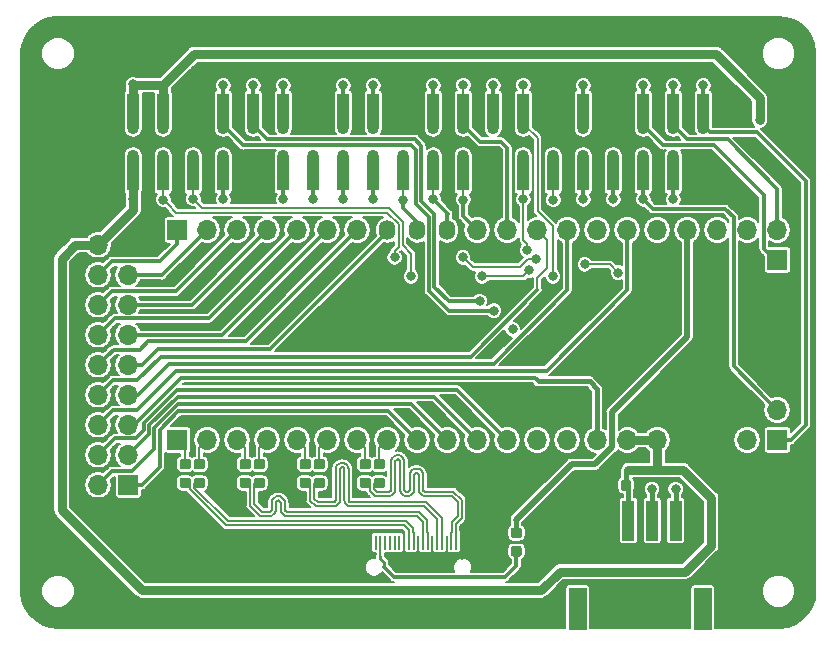
<source format=gtl>
G04 #@! TF.GenerationSoftware,KiCad,Pcbnew,(5.0.0)*
G04 #@! TF.CreationDate,2020-07-13T01:16:36+09:00*
G04 #@! TF.ProjectId,WioTerminal_TangNano,57696F5465726D696E616C5F54616E67,rev?*
G04 #@! TF.SameCoordinates,Original*
G04 #@! TF.FileFunction,Copper,L1,Top,Signal*
G04 #@! TF.FilePolarity,Positive*
%FSLAX46Y46*%
G04 Gerber Fmt 4.6, Leading zero omitted, Abs format (unit mm)*
G04 Created by KiCad (PCBNEW (5.0.0)) date 07/13/20 01:16:36*
%MOMM*%
%LPD*%
G01*
G04 APERTURE LIST*
G04 #@! TA.AperFunction,ComponentPad*
%ADD10O,1.000000X1.200000*%
G04 #@! TD*
G04 #@! TA.AperFunction,SMDPad,CuDef*
%ADD11R,1.000000X3.000000*%
G04 #@! TD*
G04 #@! TA.AperFunction,Conductor*
%ADD12C,0.100000*%
G04 #@! TD*
G04 #@! TA.AperFunction,SMDPad,CuDef*
%ADD13C,0.875000*%
G04 #@! TD*
G04 #@! TA.AperFunction,SMDPad,CuDef*
%ADD14R,0.220000X1.200000*%
G04 #@! TD*
G04 #@! TA.AperFunction,ComponentPad*
%ADD15O,1.250000X2.000000*%
G04 #@! TD*
G04 #@! TA.AperFunction,SMDPad,CuDef*
%ADD16R,1.000000X3.400000*%
G04 #@! TD*
G04 #@! TA.AperFunction,SMDPad,CuDef*
%ADD17R,1.500000X3.600000*%
G04 #@! TD*
G04 #@! TA.AperFunction,ComponentPad*
%ADD18O,1.700000X1.700000*%
G04 #@! TD*
G04 #@! TA.AperFunction,ComponentPad*
%ADD19O,1.400000X1.700000*%
G04 #@! TD*
G04 #@! TA.AperFunction,ComponentPad*
%ADD20R,1.700000X1.700000*%
G04 #@! TD*
G04 #@! TA.AperFunction,ViaPad*
%ADD21C,0.800000*%
G04 #@! TD*
G04 #@! TA.AperFunction,Conductor*
%ADD22C,0.800000*%
G04 #@! TD*
G04 #@! TA.AperFunction,Conductor*
%ADD23C,0.300000*%
G04 #@! TD*
G04 #@! TA.AperFunction,Conductor*
%ADD24C,0.400000*%
G04 #@! TD*
G04 #@! TA.AperFunction,Conductor*
%ADD25C,0.600000*%
G04 #@! TD*
G04 #@! TA.AperFunction,Conductor*
%ADD26C,0.200000*%
G04 #@! TD*
G04 #@! TA.AperFunction,Conductor*
%ADD27C,0.500000*%
G04 #@! TD*
G04 #@! TA.AperFunction,Conductor*
%ADD28C,0.250000*%
G04 #@! TD*
G04 APERTURE END LIST*
D10*
G04 #@! TO.P,J1,40*
G04 #@! TO.N,/TCK*
X58130000Y42770000D03*
G04 #@! TO.P,J1,39*
G04 #@! TO.N,GND*
X58130000Y40230000D03*
G04 #@! TO.P,J1,38*
G04 #@! TO.N,/TDI*
X55590000Y42770000D03*
G04 #@! TO.P,J1,37*
G04 #@! TO.N,/GPIO26*
X55590000Y40230000D03*
G04 #@! TO.P,J1,36*
G04 #@! TO.N,/TMS*
X53050000Y42770000D03*
G04 #@! TO.P,J1,35*
G04 #@! TO.N,/TDO*
X53050000Y40230000D03*
G04 #@! TO.P,J1,34*
G04 #@! TO.N,GND*
X50510000Y42770000D03*
G04 #@! TO.P,J1,33*
G04 #@! TO.N,/PWM1*
X50510000Y40230000D03*
G04 #@! TO.P,J1,32*
G04 #@! TO.N,/PWM0*
X47970000Y42770000D03*
G04 #@! TO.P,J1,31*
G04 #@! TO.N,/GCLK2*
X47970000Y40230000D03*
G04 #@! TO.P,J1,30*
G04 #@! TO.N,GND*
X45430000Y42770000D03*
G04 #@! TO.P,J1,29*
G04 #@! TO.N,/GCLK1*
X45430000Y40230000D03*
G04 #@! TO.P,J1,28*
G04 #@! TO.N,/I2C0_SCL*
X42890000Y42770000D03*
G04 #@! TO.P,J1,27*
G04 #@! TO.N,/I2C0_SDA*
X42890000Y40230000D03*
G04 #@! TO.P,J1,26*
G04 #@! TO.N,/CE1*
X40350000Y42770000D03*
G04 #@! TO.P,J1,25*
G04 #@! TO.N,GND*
X40350000Y40230000D03*
G04 #@! TO.P,J1,24*
G04 #@! TO.N,/IOB11B*
X37810000Y42770000D03*
G04 #@! TO.P,J1,23*
G04 #@! TO.N,/IOB10B*
X37810000Y40230000D03*
G04 #@! TO.P,J1,22*
G04 #@! TO.N,/GPIO25*
X35270000Y42770000D03*
G04 #@! TO.P,J1,21*
G04 #@! TO.N,/IOB10A*
X35270000Y40230000D03*
G04 #@! TO.P,J1,20*
G04 #@! TO.N,GND*
X32730000Y42770000D03*
G04 #@! TO.P,J1,19*
G04 #@! TO.N,/IOB7A*
X32730000Y40230000D03*
G04 #@! TO.P,J1,18*
G04 #@! TO.N,/GPIO24*
X30190000Y42770000D03*
G04 #@! TO.P,J1,17*
G04 #@! TO.N,+3V3*
X30190000Y40230000D03*
G04 #@! TO.P,J1,16*
G04 #@! TO.N,/GPIO23*
X27650000Y42770000D03*
G04 #@! TO.P,J1,15*
G04 #@! TO.N,/GPIO22*
X27650000Y40230000D03*
G04 #@! TO.P,J1,14*
G04 #@! TO.N,GND*
X25110000Y42770000D03*
G04 #@! TO.P,J1,13*
G04 #@! TO.N,/GPIO27*
X25110000Y40230000D03*
G04 #@! TO.P,J1,12*
G04 #@! TO.N,/GPIO18*
X22570000Y42770000D03*
G04 #@! TO.P,J1,11*
G04 #@! TO.N,/GPIO17*
X22570000Y40230000D03*
G04 #@! TO.P,J1,10*
G04 #@! TO.N,/RXD*
X20030000Y42770000D03*
G04 #@! TO.P,J1,9*
G04 #@! TO.N,GND*
X20030000Y40230000D03*
G04 #@! TO.P,J1,8*
G04 #@! TO.N,/TXD*
X17490000Y42770000D03*
G04 #@! TO.P,J1,7*
G04 #@! TO.N,/GCLK0*
X17490000Y40230000D03*
G04 #@! TO.P,J1,6*
G04 #@! TO.N,GND*
X14950000Y42770000D03*
G04 #@! TO.P,J1,5*
G04 #@! TO.N,/I2C1_SCL*
X14950000Y40230000D03*
G04 #@! TO.P,J1,4*
G04 #@! TO.N,+5V*
X12410000Y42770000D03*
G04 #@! TO.P,J1,3*
G04 #@! TO.N,/I2C1_SDA*
X12410000Y40230000D03*
G04 #@! TO.P,J1,2*
G04 #@! TO.N,+5V*
X9870000Y42770000D03*
G04 #@! TO.P,J1,1*
G04 #@! TO.N,+3V3*
X9870000Y40230000D03*
D11*
G04 #@! TO.P,J1,40*
G04 #@! TO.N,/TCK*
X58130000Y44125000D03*
G04 #@! TO.P,J1,39*
G04 #@! TO.N,GND*
X58130000Y38875000D03*
G04 #@! TO.P,J1,38*
G04 #@! TO.N,/TDI*
X55590000Y44125000D03*
G04 #@! TO.P,J1,37*
G04 #@! TO.N,/GPIO26*
X55590000Y38875000D03*
G04 #@! TO.P,J1,36*
G04 #@! TO.N,/TMS*
X53050000Y44125000D03*
G04 #@! TO.P,J1,35*
G04 #@! TO.N,/TDO*
X53050000Y38875000D03*
G04 #@! TO.P,J1,34*
G04 #@! TO.N,GND*
X50510000Y44125000D03*
G04 #@! TO.P,J1,33*
G04 #@! TO.N,/PWM1*
X50510000Y38875000D03*
G04 #@! TO.P,J1,32*
G04 #@! TO.N,/PWM0*
X47970000Y44125000D03*
G04 #@! TO.P,J1,31*
G04 #@! TO.N,/GCLK2*
X47970000Y38875000D03*
G04 #@! TO.P,J1,30*
G04 #@! TO.N,GND*
X45430000Y44125000D03*
G04 #@! TO.P,J1,29*
G04 #@! TO.N,/GCLK1*
X45430000Y38875000D03*
G04 #@! TO.P,J1,28*
G04 #@! TO.N,/I2C0_SCL*
X42890000Y44125000D03*
G04 #@! TO.P,J1,27*
G04 #@! TO.N,/I2C0_SDA*
X42890000Y38875000D03*
G04 #@! TO.P,J1,26*
G04 #@! TO.N,/CE1*
X40350000Y44125000D03*
G04 #@! TO.P,J1,25*
G04 #@! TO.N,GND*
X40350000Y38875000D03*
G04 #@! TO.P,J1,24*
G04 #@! TO.N,/IOB11B*
X37810000Y44125000D03*
G04 #@! TO.P,J1,23*
G04 #@! TO.N,/IOB10B*
X37810000Y38875000D03*
G04 #@! TO.P,J1,22*
G04 #@! TO.N,/GPIO25*
X35270000Y44125000D03*
G04 #@! TO.P,J1,21*
G04 #@! TO.N,/IOB10A*
X35270000Y38875000D03*
G04 #@! TO.P,J1,20*
G04 #@! TO.N,GND*
X32730000Y44125000D03*
G04 #@! TO.P,J1,19*
G04 #@! TO.N,/IOB7A*
X32730000Y38875000D03*
G04 #@! TO.P,J1,18*
G04 #@! TO.N,/GPIO24*
X30190000Y44125000D03*
G04 #@! TO.P,J1,17*
G04 #@! TO.N,+3V3*
X30190000Y38875000D03*
G04 #@! TO.P,J1,16*
G04 #@! TO.N,/GPIO23*
X27650000Y44125000D03*
G04 #@! TO.P,J1,15*
G04 #@! TO.N,/GPIO22*
X27650000Y38875000D03*
G04 #@! TO.P,J1,14*
G04 #@! TO.N,GND*
X25110000Y44125000D03*
G04 #@! TO.P,J1,13*
G04 #@! TO.N,/GPIO27*
X25110000Y38875000D03*
G04 #@! TO.P,J1,12*
G04 #@! TO.N,/GPIO18*
X22570000Y44125000D03*
G04 #@! TO.P,J1,11*
G04 #@! TO.N,/GPIO17*
X22570000Y38875000D03*
G04 #@! TO.P,J1,10*
G04 #@! TO.N,/RXD*
X20030000Y44125000D03*
G04 #@! TO.P,J1,9*
G04 #@! TO.N,GND*
X20030000Y38875000D03*
G04 #@! TO.P,J1,8*
G04 #@! TO.N,/TXD*
X17490000Y44125000D03*
G04 #@! TO.P,J1,7*
G04 #@! TO.N,/GCLK0*
X17490000Y38875000D03*
G04 #@! TO.P,J1,6*
G04 #@! TO.N,GND*
X14950000Y44125000D03*
G04 #@! TO.P,J1,5*
G04 #@! TO.N,/I2C1_SCL*
X14950000Y38875000D03*
G04 #@! TO.P,J1,4*
G04 #@! TO.N,+5V*
X12410000Y44125000D03*
G04 #@! TO.P,J1,3*
G04 #@! TO.N,/I2C1_SDA*
X12410000Y38875000D03*
G04 #@! TO.P,J1,2*
G04 #@! TO.N,+5V*
X9870000Y44125000D03*
G04 #@! TO.P,J1,1*
G04 #@! TO.N,+3V3*
X9870000Y38875000D03*
G04 #@! TD*
D12*
G04 #@! TO.N,/B4*
G04 #@! TO.C,R5*
G36*
X30987691Y14673947D02*
X31008926Y14670797D01*
X31029750Y14665581D01*
X31049962Y14658349D01*
X31069368Y14649170D01*
X31087781Y14638134D01*
X31105024Y14625346D01*
X31120930Y14610930D01*
X31135346Y14595024D01*
X31148134Y14577781D01*
X31159170Y14559368D01*
X31168349Y14539962D01*
X31175581Y14519750D01*
X31180797Y14498926D01*
X31183947Y14477691D01*
X31185000Y14456250D01*
X31185000Y14018750D01*
X31183947Y13997309D01*
X31180797Y13976074D01*
X31175581Y13955250D01*
X31168349Y13935038D01*
X31159170Y13915632D01*
X31148134Y13897219D01*
X31135346Y13879976D01*
X31120930Y13864070D01*
X31105024Y13849654D01*
X31087781Y13836866D01*
X31069368Y13825830D01*
X31049962Y13816651D01*
X31029750Y13809419D01*
X31008926Y13804203D01*
X30987691Y13801053D01*
X30966250Y13800000D01*
X30453750Y13800000D01*
X30432309Y13801053D01*
X30411074Y13804203D01*
X30390250Y13809419D01*
X30370038Y13816651D01*
X30350632Y13825830D01*
X30332219Y13836866D01*
X30314976Y13849654D01*
X30299070Y13864070D01*
X30284654Y13879976D01*
X30271866Y13897219D01*
X30260830Y13915632D01*
X30251651Y13935038D01*
X30244419Y13955250D01*
X30239203Y13976074D01*
X30236053Y13997309D01*
X30235000Y14018750D01*
X30235000Y14456250D01*
X30236053Y14477691D01*
X30239203Y14498926D01*
X30244419Y14519750D01*
X30251651Y14539962D01*
X30260830Y14559368D01*
X30271866Y14577781D01*
X30284654Y14595024D01*
X30299070Y14610930D01*
X30314976Y14625346D01*
X30332219Y14638134D01*
X30350632Y14649170D01*
X30370038Y14658349D01*
X30390250Y14665581D01*
X30411074Y14670797D01*
X30432309Y14673947D01*
X30453750Y14675000D01*
X30966250Y14675000D01*
X30987691Y14673947D01*
X30987691Y14673947D01*
G37*
D13*
G04 #@! TD*
G04 #@! TO.P,R5,2*
G04 #@! TO.N,/B4*
X30710000Y14237500D03*
D12*
G04 #@! TO.N,/HDMI_D2_P*
G04 #@! TO.C,R5*
G36*
X30987691Y13098947D02*
X31008926Y13095797D01*
X31029750Y13090581D01*
X31049962Y13083349D01*
X31069368Y13074170D01*
X31087781Y13063134D01*
X31105024Y13050346D01*
X31120930Y13035930D01*
X31135346Y13020024D01*
X31148134Y13002781D01*
X31159170Y12984368D01*
X31168349Y12964962D01*
X31175581Y12944750D01*
X31180797Y12923926D01*
X31183947Y12902691D01*
X31185000Y12881250D01*
X31185000Y12443750D01*
X31183947Y12422309D01*
X31180797Y12401074D01*
X31175581Y12380250D01*
X31168349Y12360038D01*
X31159170Y12340632D01*
X31148134Y12322219D01*
X31135346Y12304976D01*
X31120930Y12289070D01*
X31105024Y12274654D01*
X31087781Y12261866D01*
X31069368Y12250830D01*
X31049962Y12241651D01*
X31029750Y12234419D01*
X31008926Y12229203D01*
X30987691Y12226053D01*
X30966250Y12225000D01*
X30453750Y12225000D01*
X30432309Y12226053D01*
X30411074Y12229203D01*
X30390250Y12234419D01*
X30370038Y12241651D01*
X30350632Y12250830D01*
X30332219Y12261866D01*
X30314976Y12274654D01*
X30299070Y12289070D01*
X30284654Y12304976D01*
X30271866Y12322219D01*
X30260830Y12340632D01*
X30251651Y12360038D01*
X30244419Y12380250D01*
X30239203Y12401074D01*
X30236053Y12422309D01*
X30235000Y12443750D01*
X30235000Y12881250D01*
X30236053Y12902691D01*
X30239203Y12923926D01*
X30244419Y12944750D01*
X30251651Y12964962D01*
X30260830Y12984368D01*
X30271866Y13002781D01*
X30284654Y13020024D01*
X30299070Y13035930D01*
X30314976Y13050346D01*
X30332219Y13063134D01*
X30350632Y13074170D01*
X30370038Y13083349D01*
X30390250Y13090581D01*
X30411074Y13095797D01*
X30432309Y13098947D01*
X30453750Y13100000D01*
X30966250Y13100000D01*
X30987691Y13098947D01*
X30987691Y13098947D01*
G37*
D13*
G04 #@! TD*
G04 #@! TO.P,R5,1*
G04 #@! TO.N,/HDMI_D2_P*
X30710000Y12662500D03*
D12*
G04 #@! TO.N,/B3*
G04 #@! TO.C,R6*
G36*
X29787691Y14673947D02*
X29808926Y14670797D01*
X29829750Y14665581D01*
X29849962Y14658349D01*
X29869368Y14649170D01*
X29887781Y14638134D01*
X29905024Y14625346D01*
X29920930Y14610930D01*
X29935346Y14595024D01*
X29948134Y14577781D01*
X29959170Y14559368D01*
X29968349Y14539962D01*
X29975581Y14519750D01*
X29980797Y14498926D01*
X29983947Y14477691D01*
X29985000Y14456250D01*
X29985000Y14018750D01*
X29983947Y13997309D01*
X29980797Y13976074D01*
X29975581Y13955250D01*
X29968349Y13935038D01*
X29959170Y13915632D01*
X29948134Y13897219D01*
X29935346Y13879976D01*
X29920930Y13864070D01*
X29905024Y13849654D01*
X29887781Y13836866D01*
X29869368Y13825830D01*
X29849962Y13816651D01*
X29829750Y13809419D01*
X29808926Y13804203D01*
X29787691Y13801053D01*
X29766250Y13800000D01*
X29253750Y13800000D01*
X29232309Y13801053D01*
X29211074Y13804203D01*
X29190250Y13809419D01*
X29170038Y13816651D01*
X29150632Y13825830D01*
X29132219Y13836866D01*
X29114976Y13849654D01*
X29099070Y13864070D01*
X29084654Y13879976D01*
X29071866Y13897219D01*
X29060830Y13915632D01*
X29051651Y13935038D01*
X29044419Y13955250D01*
X29039203Y13976074D01*
X29036053Y13997309D01*
X29035000Y14018750D01*
X29035000Y14456250D01*
X29036053Y14477691D01*
X29039203Y14498926D01*
X29044419Y14519750D01*
X29051651Y14539962D01*
X29060830Y14559368D01*
X29071866Y14577781D01*
X29084654Y14595024D01*
X29099070Y14610930D01*
X29114976Y14625346D01*
X29132219Y14638134D01*
X29150632Y14649170D01*
X29170038Y14658349D01*
X29190250Y14665581D01*
X29211074Y14670797D01*
X29232309Y14673947D01*
X29253750Y14675000D01*
X29766250Y14675000D01*
X29787691Y14673947D01*
X29787691Y14673947D01*
G37*
D13*
G04 #@! TD*
G04 #@! TO.P,R6,2*
G04 #@! TO.N,/B3*
X29510000Y14237500D03*
D12*
G04 #@! TO.N,/HDMI_D2_N*
G04 #@! TO.C,R6*
G36*
X29787691Y13098947D02*
X29808926Y13095797D01*
X29829750Y13090581D01*
X29849962Y13083349D01*
X29869368Y13074170D01*
X29887781Y13063134D01*
X29905024Y13050346D01*
X29920930Y13035930D01*
X29935346Y13020024D01*
X29948134Y13002781D01*
X29959170Y12984368D01*
X29968349Y12964962D01*
X29975581Y12944750D01*
X29980797Y12923926D01*
X29983947Y12902691D01*
X29985000Y12881250D01*
X29985000Y12443750D01*
X29983947Y12422309D01*
X29980797Y12401074D01*
X29975581Y12380250D01*
X29968349Y12360038D01*
X29959170Y12340632D01*
X29948134Y12322219D01*
X29935346Y12304976D01*
X29920930Y12289070D01*
X29905024Y12274654D01*
X29887781Y12261866D01*
X29869368Y12250830D01*
X29849962Y12241651D01*
X29829750Y12234419D01*
X29808926Y12229203D01*
X29787691Y12226053D01*
X29766250Y12225000D01*
X29253750Y12225000D01*
X29232309Y12226053D01*
X29211074Y12229203D01*
X29190250Y12234419D01*
X29170038Y12241651D01*
X29150632Y12250830D01*
X29132219Y12261866D01*
X29114976Y12274654D01*
X29099070Y12289070D01*
X29084654Y12304976D01*
X29071866Y12322219D01*
X29060830Y12340632D01*
X29051651Y12360038D01*
X29044419Y12380250D01*
X29039203Y12401074D01*
X29036053Y12422309D01*
X29035000Y12443750D01*
X29035000Y12881250D01*
X29036053Y12902691D01*
X29039203Y12923926D01*
X29044419Y12944750D01*
X29051651Y12964962D01*
X29060830Y12984368D01*
X29071866Y13002781D01*
X29084654Y13020024D01*
X29099070Y13035930D01*
X29114976Y13050346D01*
X29132219Y13063134D01*
X29150632Y13074170D01*
X29170038Y13083349D01*
X29190250Y13090581D01*
X29211074Y13095797D01*
X29232309Y13098947D01*
X29253750Y13100000D01*
X29766250Y13100000D01*
X29787691Y13098947D01*
X29787691Y13098947D01*
G37*
D13*
G04 #@! TD*
G04 #@! TO.P,R6,1*
G04 #@! TO.N,/HDMI_D2_N*
X29510000Y12662500D03*
D12*
G04 #@! TO.N,/B2*
G04 #@! TO.C,R7*
G36*
X25907691Y14673947D02*
X25928926Y14670797D01*
X25949750Y14665581D01*
X25969962Y14658349D01*
X25989368Y14649170D01*
X26007781Y14638134D01*
X26025024Y14625346D01*
X26040930Y14610930D01*
X26055346Y14595024D01*
X26068134Y14577781D01*
X26079170Y14559368D01*
X26088349Y14539962D01*
X26095581Y14519750D01*
X26100797Y14498926D01*
X26103947Y14477691D01*
X26105000Y14456250D01*
X26105000Y14018750D01*
X26103947Y13997309D01*
X26100797Y13976074D01*
X26095581Y13955250D01*
X26088349Y13935038D01*
X26079170Y13915632D01*
X26068134Y13897219D01*
X26055346Y13879976D01*
X26040930Y13864070D01*
X26025024Y13849654D01*
X26007781Y13836866D01*
X25989368Y13825830D01*
X25969962Y13816651D01*
X25949750Y13809419D01*
X25928926Y13804203D01*
X25907691Y13801053D01*
X25886250Y13800000D01*
X25373750Y13800000D01*
X25352309Y13801053D01*
X25331074Y13804203D01*
X25310250Y13809419D01*
X25290038Y13816651D01*
X25270632Y13825830D01*
X25252219Y13836866D01*
X25234976Y13849654D01*
X25219070Y13864070D01*
X25204654Y13879976D01*
X25191866Y13897219D01*
X25180830Y13915632D01*
X25171651Y13935038D01*
X25164419Y13955250D01*
X25159203Y13976074D01*
X25156053Y13997309D01*
X25155000Y14018750D01*
X25155000Y14456250D01*
X25156053Y14477691D01*
X25159203Y14498926D01*
X25164419Y14519750D01*
X25171651Y14539962D01*
X25180830Y14559368D01*
X25191866Y14577781D01*
X25204654Y14595024D01*
X25219070Y14610930D01*
X25234976Y14625346D01*
X25252219Y14638134D01*
X25270632Y14649170D01*
X25290038Y14658349D01*
X25310250Y14665581D01*
X25331074Y14670797D01*
X25352309Y14673947D01*
X25373750Y14675000D01*
X25886250Y14675000D01*
X25907691Y14673947D01*
X25907691Y14673947D01*
G37*
D13*
G04 #@! TD*
G04 #@! TO.P,R7,2*
G04 #@! TO.N,/B2*
X25630000Y14237500D03*
D12*
G04 #@! TO.N,/HDMI_D1_P*
G04 #@! TO.C,R7*
G36*
X25907691Y13098947D02*
X25928926Y13095797D01*
X25949750Y13090581D01*
X25969962Y13083349D01*
X25989368Y13074170D01*
X26007781Y13063134D01*
X26025024Y13050346D01*
X26040930Y13035930D01*
X26055346Y13020024D01*
X26068134Y13002781D01*
X26079170Y12984368D01*
X26088349Y12964962D01*
X26095581Y12944750D01*
X26100797Y12923926D01*
X26103947Y12902691D01*
X26105000Y12881250D01*
X26105000Y12443750D01*
X26103947Y12422309D01*
X26100797Y12401074D01*
X26095581Y12380250D01*
X26088349Y12360038D01*
X26079170Y12340632D01*
X26068134Y12322219D01*
X26055346Y12304976D01*
X26040930Y12289070D01*
X26025024Y12274654D01*
X26007781Y12261866D01*
X25989368Y12250830D01*
X25969962Y12241651D01*
X25949750Y12234419D01*
X25928926Y12229203D01*
X25907691Y12226053D01*
X25886250Y12225000D01*
X25373750Y12225000D01*
X25352309Y12226053D01*
X25331074Y12229203D01*
X25310250Y12234419D01*
X25290038Y12241651D01*
X25270632Y12250830D01*
X25252219Y12261866D01*
X25234976Y12274654D01*
X25219070Y12289070D01*
X25204654Y12304976D01*
X25191866Y12322219D01*
X25180830Y12340632D01*
X25171651Y12360038D01*
X25164419Y12380250D01*
X25159203Y12401074D01*
X25156053Y12422309D01*
X25155000Y12443750D01*
X25155000Y12881250D01*
X25156053Y12902691D01*
X25159203Y12923926D01*
X25164419Y12944750D01*
X25171651Y12964962D01*
X25180830Y12984368D01*
X25191866Y13002781D01*
X25204654Y13020024D01*
X25219070Y13035930D01*
X25234976Y13050346D01*
X25252219Y13063134D01*
X25270632Y13074170D01*
X25290038Y13083349D01*
X25310250Y13090581D01*
X25331074Y13095797D01*
X25352309Y13098947D01*
X25373750Y13100000D01*
X25886250Y13100000D01*
X25907691Y13098947D01*
X25907691Y13098947D01*
G37*
D13*
G04 #@! TD*
G04 #@! TO.P,R7,1*
G04 #@! TO.N,/HDMI_D1_P*
X25630000Y12662500D03*
D12*
G04 #@! TO.N,/B1*
G04 #@! TO.C,R8*
G36*
X24707691Y14673947D02*
X24728926Y14670797D01*
X24749750Y14665581D01*
X24769962Y14658349D01*
X24789368Y14649170D01*
X24807781Y14638134D01*
X24825024Y14625346D01*
X24840930Y14610930D01*
X24855346Y14595024D01*
X24868134Y14577781D01*
X24879170Y14559368D01*
X24888349Y14539962D01*
X24895581Y14519750D01*
X24900797Y14498926D01*
X24903947Y14477691D01*
X24905000Y14456250D01*
X24905000Y14018750D01*
X24903947Y13997309D01*
X24900797Y13976074D01*
X24895581Y13955250D01*
X24888349Y13935038D01*
X24879170Y13915632D01*
X24868134Y13897219D01*
X24855346Y13879976D01*
X24840930Y13864070D01*
X24825024Y13849654D01*
X24807781Y13836866D01*
X24789368Y13825830D01*
X24769962Y13816651D01*
X24749750Y13809419D01*
X24728926Y13804203D01*
X24707691Y13801053D01*
X24686250Y13800000D01*
X24173750Y13800000D01*
X24152309Y13801053D01*
X24131074Y13804203D01*
X24110250Y13809419D01*
X24090038Y13816651D01*
X24070632Y13825830D01*
X24052219Y13836866D01*
X24034976Y13849654D01*
X24019070Y13864070D01*
X24004654Y13879976D01*
X23991866Y13897219D01*
X23980830Y13915632D01*
X23971651Y13935038D01*
X23964419Y13955250D01*
X23959203Y13976074D01*
X23956053Y13997309D01*
X23955000Y14018750D01*
X23955000Y14456250D01*
X23956053Y14477691D01*
X23959203Y14498926D01*
X23964419Y14519750D01*
X23971651Y14539962D01*
X23980830Y14559368D01*
X23991866Y14577781D01*
X24004654Y14595024D01*
X24019070Y14610930D01*
X24034976Y14625346D01*
X24052219Y14638134D01*
X24070632Y14649170D01*
X24090038Y14658349D01*
X24110250Y14665581D01*
X24131074Y14670797D01*
X24152309Y14673947D01*
X24173750Y14675000D01*
X24686250Y14675000D01*
X24707691Y14673947D01*
X24707691Y14673947D01*
G37*
D13*
G04 #@! TD*
G04 #@! TO.P,R8,2*
G04 #@! TO.N,/B1*
X24430000Y14237500D03*
D12*
G04 #@! TO.N,/HDMI_D1_N*
G04 #@! TO.C,R8*
G36*
X24707691Y13098947D02*
X24728926Y13095797D01*
X24749750Y13090581D01*
X24769962Y13083349D01*
X24789368Y13074170D01*
X24807781Y13063134D01*
X24825024Y13050346D01*
X24840930Y13035930D01*
X24855346Y13020024D01*
X24868134Y13002781D01*
X24879170Y12984368D01*
X24888349Y12964962D01*
X24895581Y12944750D01*
X24900797Y12923926D01*
X24903947Y12902691D01*
X24905000Y12881250D01*
X24905000Y12443750D01*
X24903947Y12422309D01*
X24900797Y12401074D01*
X24895581Y12380250D01*
X24888349Y12360038D01*
X24879170Y12340632D01*
X24868134Y12322219D01*
X24855346Y12304976D01*
X24840930Y12289070D01*
X24825024Y12274654D01*
X24807781Y12261866D01*
X24789368Y12250830D01*
X24769962Y12241651D01*
X24749750Y12234419D01*
X24728926Y12229203D01*
X24707691Y12226053D01*
X24686250Y12225000D01*
X24173750Y12225000D01*
X24152309Y12226053D01*
X24131074Y12229203D01*
X24110250Y12234419D01*
X24090038Y12241651D01*
X24070632Y12250830D01*
X24052219Y12261866D01*
X24034976Y12274654D01*
X24019070Y12289070D01*
X24004654Y12304976D01*
X23991866Y12322219D01*
X23980830Y12340632D01*
X23971651Y12360038D01*
X23964419Y12380250D01*
X23959203Y12401074D01*
X23956053Y12422309D01*
X23955000Y12443750D01*
X23955000Y12881250D01*
X23956053Y12902691D01*
X23959203Y12923926D01*
X23964419Y12944750D01*
X23971651Y12964962D01*
X23980830Y12984368D01*
X23991866Y13002781D01*
X24004654Y13020024D01*
X24019070Y13035930D01*
X24034976Y13050346D01*
X24052219Y13063134D01*
X24070632Y13074170D01*
X24090038Y13083349D01*
X24110250Y13090581D01*
X24131074Y13095797D01*
X24152309Y13098947D01*
X24173750Y13100000D01*
X24686250Y13100000D01*
X24707691Y13098947D01*
X24707691Y13098947D01*
G37*
D13*
G04 #@! TD*
G04 #@! TO.P,R8,1*
G04 #@! TO.N,/HDMI_D1_N*
X24430000Y12662500D03*
D12*
G04 #@! TO.N,/B0*
G04 #@! TO.C,R9*
G36*
X20827691Y14673947D02*
X20848926Y14670797D01*
X20869750Y14665581D01*
X20889962Y14658349D01*
X20909368Y14649170D01*
X20927781Y14638134D01*
X20945024Y14625346D01*
X20960930Y14610930D01*
X20975346Y14595024D01*
X20988134Y14577781D01*
X20999170Y14559368D01*
X21008349Y14539962D01*
X21015581Y14519750D01*
X21020797Y14498926D01*
X21023947Y14477691D01*
X21025000Y14456250D01*
X21025000Y14018750D01*
X21023947Y13997309D01*
X21020797Y13976074D01*
X21015581Y13955250D01*
X21008349Y13935038D01*
X20999170Y13915632D01*
X20988134Y13897219D01*
X20975346Y13879976D01*
X20960930Y13864070D01*
X20945024Y13849654D01*
X20927781Y13836866D01*
X20909368Y13825830D01*
X20889962Y13816651D01*
X20869750Y13809419D01*
X20848926Y13804203D01*
X20827691Y13801053D01*
X20806250Y13800000D01*
X20293750Y13800000D01*
X20272309Y13801053D01*
X20251074Y13804203D01*
X20230250Y13809419D01*
X20210038Y13816651D01*
X20190632Y13825830D01*
X20172219Y13836866D01*
X20154976Y13849654D01*
X20139070Y13864070D01*
X20124654Y13879976D01*
X20111866Y13897219D01*
X20100830Y13915632D01*
X20091651Y13935038D01*
X20084419Y13955250D01*
X20079203Y13976074D01*
X20076053Y13997309D01*
X20075000Y14018750D01*
X20075000Y14456250D01*
X20076053Y14477691D01*
X20079203Y14498926D01*
X20084419Y14519750D01*
X20091651Y14539962D01*
X20100830Y14559368D01*
X20111866Y14577781D01*
X20124654Y14595024D01*
X20139070Y14610930D01*
X20154976Y14625346D01*
X20172219Y14638134D01*
X20190632Y14649170D01*
X20210038Y14658349D01*
X20230250Y14665581D01*
X20251074Y14670797D01*
X20272309Y14673947D01*
X20293750Y14675000D01*
X20806250Y14675000D01*
X20827691Y14673947D01*
X20827691Y14673947D01*
G37*
D13*
G04 #@! TD*
G04 #@! TO.P,R9,2*
G04 #@! TO.N,/B0*
X20550000Y14237500D03*
D12*
G04 #@! TO.N,/HDMI_D0_P*
G04 #@! TO.C,R9*
G36*
X20827691Y13098947D02*
X20848926Y13095797D01*
X20869750Y13090581D01*
X20889962Y13083349D01*
X20909368Y13074170D01*
X20927781Y13063134D01*
X20945024Y13050346D01*
X20960930Y13035930D01*
X20975346Y13020024D01*
X20988134Y13002781D01*
X20999170Y12984368D01*
X21008349Y12964962D01*
X21015581Y12944750D01*
X21020797Y12923926D01*
X21023947Y12902691D01*
X21025000Y12881250D01*
X21025000Y12443750D01*
X21023947Y12422309D01*
X21020797Y12401074D01*
X21015581Y12380250D01*
X21008349Y12360038D01*
X20999170Y12340632D01*
X20988134Y12322219D01*
X20975346Y12304976D01*
X20960930Y12289070D01*
X20945024Y12274654D01*
X20927781Y12261866D01*
X20909368Y12250830D01*
X20889962Y12241651D01*
X20869750Y12234419D01*
X20848926Y12229203D01*
X20827691Y12226053D01*
X20806250Y12225000D01*
X20293750Y12225000D01*
X20272309Y12226053D01*
X20251074Y12229203D01*
X20230250Y12234419D01*
X20210038Y12241651D01*
X20190632Y12250830D01*
X20172219Y12261866D01*
X20154976Y12274654D01*
X20139070Y12289070D01*
X20124654Y12304976D01*
X20111866Y12322219D01*
X20100830Y12340632D01*
X20091651Y12360038D01*
X20084419Y12380250D01*
X20079203Y12401074D01*
X20076053Y12422309D01*
X20075000Y12443750D01*
X20075000Y12881250D01*
X20076053Y12902691D01*
X20079203Y12923926D01*
X20084419Y12944750D01*
X20091651Y12964962D01*
X20100830Y12984368D01*
X20111866Y13002781D01*
X20124654Y13020024D01*
X20139070Y13035930D01*
X20154976Y13050346D01*
X20172219Y13063134D01*
X20190632Y13074170D01*
X20210038Y13083349D01*
X20230250Y13090581D01*
X20251074Y13095797D01*
X20272309Y13098947D01*
X20293750Y13100000D01*
X20806250Y13100000D01*
X20827691Y13098947D01*
X20827691Y13098947D01*
G37*
D13*
G04 #@! TD*
G04 #@! TO.P,R9,1*
G04 #@! TO.N,/HDMI_D0_P*
X20550000Y12662500D03*
D12*
G04 #@! TO.N,/G5*
G04 #@! TO.C,R10*
G36*
X19627691Y14673947D02*
X19648926Y14670797D01*
X19669750Y14665581D01*
X19689962Y14658349D01*
X19709368Y14649170D01*
X19727781Y14638134D01*
X19745024Y14625346D01*
X19760930Y14610930D01*
X19775346Y14595024D01*
X19788134Y14577781D01*
X19799170Y14559368D01*
X19808349Y14539962D01*
X19815581Y14519750D01*
X19820797Y14498926D01*
X19823947Y14477691D01*
X19825000Y14456250D01*
X19825000Y14018750D01*
X19823947Y13997309D01*
X19820797Y13976074D01*
X19815581Y13955250D01*
X19808349Y13935038D01*
X19799170Y13915632D01*
X19788134Y13897219D01*
X19775346Y13879976D01*
X19760930Y13864070D01*
X19745024Y13849654D01*
X19727781Y13836866D01*
X19709368Y13825830D01*
X19689962Y13816651D01*
X19669750Y13809419D01*
X19648926Y13804203D01*
X19627691Y13801053D01*
X19606250Y13800000D01*
X19093750Y13800000D01*
X19072309Y13801053D01*
X19051074Y13804203D01*
X19030250Y13809419D01*
X19010038Y13816651D01*
X18990632Y13825830D01*
X18972219Y13836866D01*
X18954976Y13849654D01*
X18939070Y13864070D01*
X18924654Y13879976D01*
X18911866Y13897219D01*
X18900830Y13915632D01*
X18891651Y13935038D01*
X18884419Y13955250D01*
X18879203Y13976074D01*
X18876053Y13997309D01*
X18875000Y14018750D01*
X18875000Y14456250D01*
X18876053Y14477691D01*
X18879203Y14498926D01*
X18884419Y14519750D01*
X18891651Y14539962D01*
X18900830Y14559368D01*
X18911866Y14577781D01*
X18924654Y14595024D01*
X18939070Y14610930D01*
X18954976Y14625346D01*
X18972219Y14638134D01*
X18990632Y14649170D01*
X19010038Y14658349D01*
X19030250Y14665581D01*
X19051074Y14670797D01*
X19072309Y14673947D01*
X19093750Y14675000D01*
X19606250Y14675000D01*
X19627691Y14673947D01*
X19627691Y14673947D01*
G37*
D13*
G04 #@! TD*
G04 #@! TO.P,R10,2*
G04 #@! TO.N,/G5*
X19350000Y14237500D03*
D12*
G04 #@! TO.N,/HDMI_D0_N*
G04 #@! TO.C,R10*
G36*
X19627691Y13098947D02*
X19648926Y13095797D01*
X19669750Y13090581D01*
X19689962Y13083349D01*
X19709368Y13074170D01*
X19727781Y13063134D01*
X19745024Y13050346D01*
X19760930Y13035930D01*
X19775346Y13020024D01*
X19788134Y13002781D01*
X19799170Y12984368D01*
X19808349Y12964962D01*
X19815581Y12944750D01*
X19820797Y12923926D01*
X19823947Y12902691D01*
X19825000Y12881250D01*
X19825000Y12443750D01*
X19823947Y12422309D01*
X19820797Y12401074D01*
X19815581Y12380250D01*
X19808349Y12360038D01*
X19799170Y12340632D01*
X19788134Y12322219D01*
X19775346Y12304976D01*
X19760930Y12289070D01*
X19745024Y12274654D01*
X19727781Y12261866D01*
X19709368Y12250830D01*
X19689962Y12241651D01*
X19669750Y12234419D01*
X19648926Y12229203D01*
X19627691Y12226053D01*
X19606250Y12225000D01*
X19093750Y12225000D01*
X19072309Y12226053D01*
X19051074Y12229203D01*
X19030250Y12234419D01*
X19010038Y12241651D01*
X18990632Y12250830D01*
X18972219Y12261866D01*
X18954976Y12274654D01*
X18939070Y12289070D01*
X18924654Y12304976D01*
X18911866Y12322219D01*
X18900830Y12340632D01*
X18891651Y12360038D01*
X18884419Y12380250D01*
X18879203Y12401074D01*
X18876053Y12422309D01*
X18875000Y12443750D01*
X18875000Y12881250D01*
X18876053Y12902691D01*
X18879203Y12923926D01*
X18884419Y12944750D01*
X18891651Y12964962D01*
X18900830Y12984368D01*
X18911866Y13002781D01*
X18924654Y13020024D01*
X18939070Y13035930D01*
X18954976Y13050346D01*
X18972219Y13063134D01*
X18990632Y13074170D01*
X19010038Y13083349D01*
X19030250Y13090581D01*
X19051074Y13095797D01*
X19072309Y13098947D01*
X19093750Y13100000D01*
X19606250Y13100000D01*
X19627691Y13098947D01*
X19627691Y13098947D01*
G37*
D13*
G04 #@! TD*
G04 #@! TO.P,R10,1*
G04 #@! TO.N,/HDMI_D0_N*
X19350000Y12662500D03*
D12*
G04 #@! TO.N,/G4*
G04 #@! TO.C,R15*
G36*
X15747691Y14673947D02*
X15768926Y14670797D01*
X15789750Y14665581D01*
X15809962Y14658349D01*
X15829368Y14649170D01*
X15847781Y14638134D01*
X15865024Y14625346D01*
X15880930Y14610930D01*
X15895346Y14595024D01*
X15908134Y14577781D01*
X15919170Y14559368D01*
X15928349Y14539962D01*
X15935581Y14519750D01*
X15940797Y14498926D01*
X15943947Y14477691D01*
X15945000Y14456250D01*
X15945000Y14018750D01*
X15943947Y13997309D01*
X15940797Y13976074D01*
X15935581Y13955250D01*
X15928349Y13935038D01*
X15919170Y13915632D01*
X15908134Y13897219D01*
X15895346Y13879976D01*
X15880930Y13864070D01*
X15865024Y13849654D01*
X15847781Y13836866D01*
X15829368Y13825830D01*
X15809962Y13816651D01*
X15789750Y13809419D01*
X15768926Y13804203D01*
X15747691Y13801053D01*
X15726250Y13800000D01*
X15213750Y13800000D01*
X15192309Y13801053D01*
X15171074Y13804203D01*
X15150250Y13809419D01*
X15130038Y13816651D01*
X15110632Y13825830D01*
X15092219Y13836866D01*
X15074976Y13849654D01*
X15059070Y13864070D01*
X15044654Y13879976D01*
X15031866Y13897219D01*
X15020830Y13915632D01*
X15011651Y13935038D01*
X15004419Y13955250D01*
X14999203Y13976074D01*
X14996053Y13997309D01*
X14995000Y14018750D01*
X14995000Y14456250D01*
X14996053Y14477691D01*
X14999203Y14498926D01*
X15004419Y14519750D01*
X15011651Y14539962D01*
X15020830Y14559368D01*
X15031866Y14577781D01*
X15044654Y14595024D01*
X15059070Y14610930D01*
X15074976Y14625346D01*
X15092219Y14638134D01*
X15110632Y14649170D01*
X15130038Y14658349D01*
X15150250Y14665581D01*
X15171074Y14670797D01*
X15192309Y14673947D01*
X15213750Y14675000D01*
X15726250Y14675000D01*
X15747691Y14673947D01*
X15747691Y14673947D01*
G37*
D13*
G04 #@! TD*
G04 #@! TO.P,R15,2*
G04 #@! TO.N,/G4*
X15470000Y14237500D03*
D12*
G04 #@! TO.N,/HDMI_CK_P*
G04 #@! TO.C,R15*
G36*
X15747691Y13098947D02*
X15768926Y13095797D01*
X15789750Y13090581D01*
X15809962Y13083349D01*
X15829368Y13074170D01*
X15847781Y13063134D01*
X15865024Y13050346D01*
X15880930Y13035930D01*
X15895346Y13020024D01*
X15908134Y13002781D01*
X15919170Y12984368D01*
X15928349Y12964962D01*
X15935581Y12944750D01*
X15940797Y12923926D01*
X15943947Y12902691D01*
X15945000Y12881250D01*
X15945000Y12443750D01*
X15943947Y12422309D01*
X15940797Y12401074D01*
X15935581Y12380250D01*
X15928349Y12360038D01*
X15919170Y12340632D01*
X15908134Y12322219D01*
X15895346Y12304976D01*
X15880930Y12289070D01*
X15865024Y12274654D01*
X15847781Y12261866D01*
X15829368Y12250830D01*
X15809962Y12241651D01*
X15789750Y12234419D01*
X15768926Y12229203D01*
X15747691Y12226053D01*
X15726250Y12225000D01*
X15213750Y12225000D01*
X15192309Y12226053D01*
X15171074Y12229203D01*
X15150250Y12234419D01*
X15130038Y12241651D01*
X15110632Y12250830D01*
X15092219Y12261866D01*
X15074976Y12274654D01*
X15059070Y12289070D01*
X15044654Y12304976D01*
X15031866Y12322219D01*
X15020830Y12340632D01*
X15011651Y12360038D01*
X15004419Y12380250D01*
X14999203Y12401074D01*
X14996053Y12422309D01*
X14995000Y12443750D01*
X14995000Y12881250D01*
X14996053Y12902691D01*
X14999203Y12923926D01*
X15004419Y12944750D01*
X15011651Y12964962D01*
X15020830Y12984368D01*
X15031866Y13002781D01*
X15044654Y13020024D01*
X15059070Y13035930D01*
X15074976Y13050346D01*
X15092219Y13063134D01*
X15110632Y13074170D01*
X15130038Y13083349D01*
X15150250Y13090581D01*
X15171074Y13095797D01*
X15192309Y13098947D01*
X15213750Y13100000D01*
X15726250Y13100000D01*
X15747691Y13098947D01*
X15747691Y13098947D01*
G37*
D13*
G04 #@! TD*
G04 #@! TO.P,R15,1*
G04 #@! TO.N,/HDMI_CK_P*
X15470000Y12662500D03*
D12*
G04 #@! TO.N,/G3*
G04 #@! TO.C,R16*
G36*
X14547691Y14673947D02*
X14568926Y14670797D01*
X14589750Y14665581D01*
X14609962Y14658349D01*
X14629368Y14649170D01*
X14647781Y14638134D01*
X14665024Y14625346D01*
X14680930Y14610930D01*
X14695346Y14595024D01*
X14708134Y14577781D01*
X14719170Y14559368D01*
X14728349Y14539962D01*
X14735581Y14519750D01*
X14740797Y14498926D01*
X14743947Y14477691D01*
X14745000Y14456250D01*
X14745000Y14018750D01*
X14743947Y13997309D01*
X14740797Y13976074D01*
X14735581Y13955250D01*
X14728349Y13935038D01*
X14719170Y13915632D01*
X14708134Y13897219D01*
X14695346Y13879976D01*
X14680930Y13864070D01*
X14665024Y13849654D01*
X14647781Y13836866D01*
X14629368Y13825830D01*
X14609962Y13816651D01*
X14589750Y13809419D01*
X14568926Y13804203D01*
X14547691Y13801053D01*
X14526250Y13800000D01*
X14013750Y13800000D01*
X13992309Y13801053D01*
X13971074Y13804203D01*
X13950250Y13809419D01*
X13930038Y13816651D01*
X13910632Y13825830D01*
X13892219Y13836866D01*
X13874976Y13849654D01*
X13859070Y13864070D01*
X13844654Y13879976D01*
X13831866Y13897219D01*
X13820830Y13915632D01*
X13811651Y13935038D01*
X13804419Y13955250D01*
X13799203Y13976074D01*
X13796053Y13997309D01*
X13795000Y14018750D01*
X13795000Y14456250D01*
X13796053Y14477691D01*
X13799203Y14498926D01*
X13804419Y14519750D01*
X13811651Y14539962D01*
X13820830Y14559368D01*
X13831866Y14577781D01*
X13844654Y14595024D01*
X13859070Y14610930D01*
X13874976Y14625346D01*
X13892219Y14638134D01*
X13910632Y14649170D01*
X13930038Y14658349D01*
X13950250Y14665581D01*
X13971074Y14670797D01*
X13992309Y14673947D01*
X14013750Y14675000D01*
X14526250Y14675000D01*
X14547691Y14673947D01*
X14547691Y14673947D01*
G37*
D13*
G04 #@! TD*
G04 #@! TO.P,R16,2*
G04 #@! TO.N,/G3*
X14270000Y14237500D03*
D12*
G04 #@! TO.N,/HDMI_CK_N*
G04 #@! TO.C,R16*
G36*
X14547691Y13098947D02*
X14568926Y13095797D01*
X14589750Y13090581D01*
X14609962Y13083349D01*
X14629368Y13074170D01*
X14647781Y13063134D01*
X14665024Y13050346D01*
X14680930Y13035930D01*
X14695346Y13020024D01*
X14708134Y13002781D01*
X14719170Y12984368D01*
X14728349Y12964962D01*
X14735581Y12944750D01*
X14740797Y12923926D01*
X14743947Y12902691D01*
X14745000Y12881250D01*
X14745000Y12443750D01*
X14743947Y12422309D01*
X14740797Y12401074D01*
X14735581Y12380250D01*
X14728349Y12360038D01*
X14719170Y12340632D01*
X14708134Y12322219D01*
X14695346Y12304976D01*
X14680930Y12289070D01*
X14665024Y12274654D01*
X14647781Y12261866D01*
X14629368Y12250830D01*
X14609962Y12241651D01*
X14589750Y12234419D01*
X14568926Y12229203D01*
X14547691Y12226053D01*
X14526250Y12225000D01*
X14013750Y12225000D01*
X13992309Y12226053D01*
X13971074Y12229203D01*
X13950250Y12234419D01*
X13930038Y12241651D01*
X13910632Y12250830D01*
X13892219Y12261866D01*
X13874976Y12274654D01*
X13859070Y12289070D01*
X13844654Y12304976D01*
X13831866Y12322219D01*
X13820830Y12340632D01*
X13811651Y12360038D01*
X13804419Y12380250D01*
X13799203Y12401074D01*
X13796053Y12422309D01*
X13795000Y12443750D01*
X13795000Y12881250D01*
X13796053Y12902691D01*
X13799203Y12923926D01*
X13804419Y12944750D01*
X13811651Y12964962D01*
X13820830Y12984368D01*
X13831866Y13002781D01*
X13844654Y13020024D01*
X13859070Y13035930D01*
X13874976Y13050346D01*
X13892219Y13063134D01*
X13910632Y13074170D01*
X13930038Y13083349D01*
X13950250Y13090581D01*
X13971074Y13095797D01*
X13992309Y13098947D01*
X14013750Y13100000D01*
X14526250Y13100000D01*
X14547691Y13098947D01*
X14547691Y13098947D01*
G37*
D13*
G04 #@! TD*
G04 #@! TO.P,R16,1*
G04 #@! TO.N,/HDMI_CK_N*
X14270000Y12662500D03*
D12*
G04 #@! TO.N,Net-(J8-Pad18)*
G04 #@! TO.C,R17*
G36*
X42577691Y7298947D02*
X42598926Y7295797D01*
X42619750Y7290581D01*
X42639962Y7283349D01*
X42659368Y7274170D01*
X42677781Y7263134D01*
X42695024Y7250346D01*
X42710930Y7235930D01*
X42725346Y7220024D01*
X42738134Y7202781D01*
X42749170Y7184368D01*
X42758349Y7164962D01*
X42765581Y7144750D01*
X42770797Y7123926D01*
X42773947Y7102691D01*
X42775000Y7081250D01*
X42775000Y6643750D01*
X42773947Y6622309D01*
X42770797Y6601074D01*
X42765581Y6580250D01*
X42758349Y6560038D01*
X42749170Y6540632D01*
X42738134Y6522219D01*
X42725346Y6504976D01*
X42710930Y6489070D01*
X42695024Y6474654D01*
X42677781Y6461866D01*
X42659368Y6450830D01*
X42639962Y6441651D01*
X42619750Y6434419D01*
X42598926Y6429203D01*
X42577691Y6426053D01*
X42556250Y6425000D01*
X42043750Y6425000D01*
X42022309Y6426053D01*
X42001074Y6429203D01*
X41980250Y6434419D01*
X41960038Y6441651D01*
X41940632Y6450830D01*
X41922219Y6461866D01*
X41904976Y6474654D01*
X41889070Y6489070D01*
X41874654Y6504976D01*
X41861866Y6522219D01*
X41850830Y6540632D01*
X41841651Y6560038D01*
X41834419Y6580250D01*
X41829203Y6601074D01*
X41826053Y6622309D01*
X41825000Y6643750D01*
X41825000Y7081250D01*
X41826053Y7102691D01*
X41829203Y7123926D01*
X41834419Y7144750D01*
X41841651Y7164962D01*
X41850830Y7184368D01*
X41861866Y7202781D01*
X41874654Y7220024D01*
X41889070Y7235930D01*
X41904976Y7250346D01*
X41922219Y7263134D01*
X41940632Y7274170D01*
X41960038Y7283349D01*
X41980250Y7290581D01*
X42001074Y7295797D01*
X42022309Y7298947D01*
X42043750Y7300000D01*
X42556250Y7300000D01*
X42577691Y7298947D01*
X42577691Y7298947D01*
G37*
D13*
G04 #@! TD*
G04 #@! TO.P,R17,2*
G04 #@! TO.N,Net-(J8-Pad18)*
X42300000Y6862500D03*
D12*
G04 #@! TO.N,+5V*
G04 #@! TO.C,R17*
G36*
X42577691Y8873947D02*
X42598926Y8870797D01*
X42619750Y8865581D01*
X42639962Y8858349D01*
X42659368Y8849170D01*
X42677781Y8838134D01*
X42695024Y8825346D01*
X42710930Y8810930D01*
X42725346Y8795024D01*
X42738134Y8777781D01*
X42749170Y8759368D01*
X42758349Y8739962D01*
X42765581Y8719750D01*
X42770797Y8698926D01*
X42773947Y8677691D01*
X42775000Y8656250D01*
X42775000Y8218750D01*
X42773947Y8197309D01*
X42770797Y8176074D01*
X42765581Y8155250D01*
X42758349Y8135038D01*
X42749170Y8115632D01*
X42738134Y8097219D01*
X42725346Y8079976D01*
X42710930Y8064070D01*
X42695024Y8049654D01*
X42677781Y8036866D01*
X42659368Y8025830D01*
X42639962Y8016651D01*
X42619750Y8009419D01*
X42598926Y8004203D01*
X42577691Y8001053D01*
X42556250Y8000000D01*
X42043750Y8000000D01*
X42022309Y8001053D01*
X42001074Y8004203D01*
X41980250Y8009419D01*
X41960038Y8016651D01*
X41940632Y8025830D01*
X41922219Y8036866D01*
X41904976Y8049654D01*
X41889070Y8064070D01*
X41874654Y8079976D01*
X41861866Y8097219D01*
X41850830Y8115632D01*
X41841651Y8135038D01*
X41834419Y8155250D01*
X41829203Y8176074D01*
X41826053Y8197309D01*
X41825000Y8218750D01*
X41825000Y8656250D01*
X41826053Y8677691D01*
X41829203Y8698926D01*
X41834419Y8719750D01*
X41841651Y8739962D01*
X41850830Y8759368D01*
X41861866Y8777781D01*
X41874654Y8795024D01*
X41889070Y8810930D01*
X41904976Y8825346D01*
X41922219Y8838134D01*
X41940632Y8849170D01*
X41960038Y8858349D01*
X41980250Y8865581D01*
X42001074Y8870797D01*
X42022309Y8873947D01*
X42043750Y8875000D01*
X42556250Y8875000D01*
X42577691Y8873947D01*
X42577691Y8873947D01*
G37*
D13*
G04 #@! TD*
G04 #@! TO.P,R17,1*
G04 #@! TO.N,+5V*
X42300000Y8437500D03*
D14*
G04 #@! TO.P,J8,19*
G04 #@! TO.N,N/C*
X30400000Y7600000D03*
G04 #@! TO.P,J8,18*
G04 #@! TO.N,Net-(J8-Pad18)*
X30800000Y7600000D03*
G04 #@! TO.P,J8,17*
G04 #@! TO.N,N/C*
X31200000Y7600000D03*
G04 #@! TO.P,J8,16*
X31600000Y7600000D03*
G04 #@! TO.P,J8,15*
X32000000Y7600000D03*
G04 #@! TO.P,J8,14*
X32400000Y7600000D03*
G04 #@! TO.P,J8,13*
G04 #@! TO.N,GND*
X32800000Y7600000D03*
G04 #@! TO.P,J8,12*
G04 #@! TO.N,/HDMI_CK_N*
X33200000Y7600000D03*
G04 #@! TO.P,J8,11*
G04 #@! TO.N,/HDMI_CK_P*
X33600000Y7600000D03*
G04 #@! TO.P,J8,10*
G04 #@! TO.N,GND*
X34000000Y7600000D03*
G04 #@! TO.P,J8,9*
G04 #@! TO.N,/HDMI_D0_N*
X34400000Y7600000D03*
G04 #@! TO.P,J8,8*
G04 #@! TO.N,/HDMI_D0_P*
X34800000Y7600000D03*
G04 #@! TO.P,J8,7*
G04 #@! TO.N,GND*
X35200000Y7600000D03*
G04 #@! TO.P,J8,6*
G04 #@! TO.N,/HDMI_D1_N*
X35600000Y7600000D03*
G04 #@! TO.P,J8,5*
G04 #@! TO.N,/HDMI_D1_P*
X36000000Y7600000D03*
G04 #@! TO.P,J8,4*
G04 #@! TO.N,GND*
X36400000Y7600000D03*
G04 #@! TO.P,J8,3*
G04 #@! TO.N,/HDMI_D2_N*
X36800000Y7600000D03*
G04 #@! TO.P,J8,2*
G04 #@! TO.N,/HDMI_D2_P*
X37200000Y7600000D03*
G04 #@! TO.P,J8,1*
G04 #@! TO.N,GND*
X37600000Y7600000D03*
D15*
G04 #@! TO.P,J8,SH*
X28575000Y6300000D03*
X39425000Y6300000D03*
X28575000Y1800000D03*
X39425000Y1800000D03*
G04 #@! TD*
D16*
G04 #@! TO.P,J3,1*
G04 #@! TO.N,/TXD*
X55800000Y9450000D03*
G04 #@! TO.P,J3,2*
G04 #@! TO.N,/RXD*
X53800000Y9450000D03*
G04 #@! TO.P,J3,3*
G04 #@! TO.N,+3V3*
X51800000Y9450000D03*
G04 #@! TO.P,J3,4*
G04 #@! TO.N,GND*
X49800000Y9450000D03*
D17*
G04 #@! TO.P,J3,*
G04 #@! TO.N,*
X47500000Y1950000D03*
X58100000Y1950000D03*
G04 #@! TD*
D12*
G04 #@! TO.N,GND*
G04 #@! TO.C,C12*
G36*
X50252691Y12923947D02*
X50273926Y12920797D01*
X50294750Y12915581D01*
X50314962Y12908349D01*
X50334368Y12899170D01*
X50352781Y12888134D01*
X50370024Y12875346D01*
X50385930Y12860930D01*
X50400346Y12845024D01*
X50413134Y12827781D01*
X50424170Y12809368D01*
X50433349Y12789962D01*
X50440581Y12769750D01*
X50445797Y12748926D01*
X50448947Y12727691D01*
X50450000Y12706250D01*
X50450000Y12193750D01*
X50448947Y12172309D01*
X50445797Y12151074D01*
X50440581Y12130250D01*
X50433349Y12110038D01*
X50424170Y12090632D01*
X50413134Y12072219D01*
X50400346Y12054976D01*
X50385930Y12039070D01*
X50370024Y12024654D01*
X50352781Y12011866D01*
X50334368Y12000830D01*
X50314962Y11991651D01*
X50294750Y11984419D01*
X50273926Y11979203D01*
X50252691Y11976053D01*
X50231250Y11975000D01*
X49793750Y11975000D01*
X49772309Y11976053D01*
X49751074Y11979203D01*
X49730250Y11984419D01*
X49710038Y11991651D01*
X49690632Y12000830D01*
X49672219Y12011866D01*
X49654976Y12024654D01*
X49639070Y12039070D01*
X49624654Y12054976D01*
X49611866Y12072219D01*
X49600830Y12090632D01*
X49591651Y12110038D01*
X49584419Y12130250D01*
X49579203Y12151074D01*
X49576053Y12172309D01*
X49575000Y12193750D01*
X49575000Y12706250D01*
X49576053Y12727691D01*
X49579203Y12748926D01*
X49584419Y12769750D01*
X49591651Y12789962D01*
X49600830Y12809368D01*
X49611866Y12827781D01*
X49624654Y12845024D01*
X49639070Y12860930D01*
X49654976Y12875346D01*
X49672219Y12888134D01*
X49690632Y12899170D01*
X49710038Y12908349D01*
X49730250Y12915581D01*
X49751074Y12920797D01*
X49772309Y12923947D01*
X49793750Y12925000D01*
X50231250Y12925000D01*
X50252691Y12923947D01*
X50252691Y12923947D01*
G37*
D13*
G04 #@! TD*
G04 #@! TO.P,C12,2*
G04 #@! TO.N,GND*
X50012500Y12450000D03*
D12*
G04 #@! TO.N,+3V3*
G04 #@! TO.C,C12*
G36*
X51827691Y12923947D02*
X51848926Y12920797D01*
X51869750Y12915581D01*
X51889962Y12908349D01*
X51909368Y12899170D01*
X51927781Y12888134D01*
X51945024Y12875346D01*
X51960930Y12860930D01*
X51975346Y12845024D01*
X51988134Y12827781D01*
X51999170Y12809368D01*
X52008349Y12789962D01*
X52015581Y12769750D01*
X52020797Y12748926D01*
X52023947Y12727691D01*
X52025000Y12706250D01*
X52025000Y12193750D01*
X52023947Y12172309D01*
X52020797Y12151074D01*
X52015581Y12130250D01*
X52008349Y12110038D01*
X51999170Y12090632D01*
X51988134Y12072219D01*
X51975346Y12054976D01*
X51960930Y12039070D01*
X51945024Y12024654D01*
X51927781Y12011866D01*
X51909368Y12000830D01*
X51889962Y11991651D01*
X51869750Y11984419D01*
X51848926Y11979203D01*
X51827691Y11976053D01*
X51806250Y11975000D01*
X51368750Y11975000D01*
X51347309Y11976053D01*
X51326074Y11979203D01*
X51305250Y11984419D01*
X51285038Y11991651D01*
X51265632Y12000830D01*
X51247219Y12011866D01*
X51229976Y12024654D01*
X51214070Y12039070D01*
X51199654Y12054976D01*
X51186866Y12072219D01*
X51175830Y12090632D01*
X51166651Y12110038D01*
X51159419Y12130250D01*
X51154203Y12151074D01*
X51151053Y12172309D01*
X51150000Y12193750D01*
X51150000Y12706250D01*
X51151053Y12727691D01*
X51154203Y12748926D01*
X51159419Y12769750D01*
X51166651Y12789962D01*
X51175830Y12809368D01*
X51186866Y12827781D01*
X51199654Y12845024D01*
X51214070Y12860930D01*
X51229976Y12875346D01*
X51247219Y12888134D01*
X51265632Y12899170D01*
X51285038Y12908349D01*
X51305250Y12915581D01*
X51326074Y12920797D01*
X51347309Y12923947D01*
X51368750Y12925000D01*
X51806250Y12925000D01*
X51827691Y12923947D01*
X51827691Y12923947D01*
G37*
D13*
G04 #@! TD*
G04 #@! TO.P,C12,1*
G04 #@! TO.N,+3V3*
X51587500Y12450000D03*
D18*
G04 #@! TO.P,J2,20*
G04 #@! TO.N,N/C*
X61858753Y34067358D03*
G04 #@! TO.P,J2,19*
G04 #@! TO.N,+5V*
X59318753Y34067358D03*
G04 #@! TO.P,J2,18*
X56778753Y34067358D03*
G04 #@! TO.P,J2,17*
G04 #@! TO.N,/IOB16A*
X54238753Y34067358D03*
G04 #@! TO.P,J2,16*
G04 #@! TO.N,/IOV11A*
X51698753Y34067358D03*
G04 #@! TO.P,J2,15*
G04 #@! TO.N,/IOB16B*
X49158753Y34067358D03*
G04 #@! TO.P,J2,14*
G04 #@! TO.N,/IOB14B*
X46618753Y34067358D03*
G04 #@! TO.P,J2,13*
G04 #@! TO.N,/IOB14A*
X44078753Y34067358D03*
G04 #@! TO.P,J2,12*
G04 #@! TO.N,/IOB11B*
X41538753Y34067358D03*
G04 #@! TO.P,J2,11*
G04 #@! TO.N,/IOB10B*
X38998753Y34067358D03*
D19*
G04 #@! TO.P,J2,10*
G04 #@! TO.N,/IOB10A*
X36458753Y34067358D03*
G04 #@! TO.P,J2,9*
G04 #@! TO.N,/IOB7A*
X33918753Y34067358D03*
G04 #@! TO.P,J2,8*
G04 #@! TO.N,/G2*
X31378753Y34067358D03*
D18*
G04 #@! TO.P,J2,7*
G04 #@! TO.N,/G1*
X28838753Y34067358D03*
G04 #@! TO.P,J2,6*
G04 #@! TO.N,/G0*
X26298753Y34067358D03*
G04 #@! TO.P,J2,5*
G04 #@! TO.N,/R4*
X23758753Y34067358D03*
G04 #@! TO.P,J2,4*
G04 #@! TO.N,/R3*
X21218753Y34067358D03*
G04 #@! TO.P,J2,3*
G04 #@! TO.N,/R2*
X18678753Y34067358D03*
G04 #@! TO.P,J2,2*
G04 #@! TO.N,/R1*
X16138753Y34067358D03*
D20*
G04 #@! TO.P,J2,1*
G04 #@! TO.N,/R0*
X13598753Y34067358D03*
G04 #@! TD*
G04 #@! TO.P,J6,1*
G04 #@! TO.N,/G3*
X13598753Y16287358D03*
D18*
G04 #@! TO.P,J6,2*
G04 #@! TO.N,/G4*
X16138753Y16287358D03*
G04 #@! TO.P,J6,3*
G04 #@! TO.N,/G5*
X18678753Y16287358D03*
G04 #@! TO.P,J6,4*
G04 #@! TO.N,/B0*
X21218753Y16287358D03*
G04 #@! TO.P,J6,5*
G04 #@! TO.N,/B1*
X23758753Y16287358D03*
G04 #@! TO.P,J6,6*
G04 #@! TO.N,/B2*
X26298753Y16287358D03*
G04 #@! TO.P,J6,7*
G04 #@! TO.N,/B3*
X28838753Y16287358D03*
G04 #@! TO.P,J6,8*
G04 #@! TO.N,/B4*
X31378753Y16287358D03*
G04 #@! TO.P,J6,9*
G04 #@! TO.N,/LCD_CLK*
X33918753Y16287358D03*
G04 #@! TO.P,J6,10*
G04 #@! TO.N,/LCD_HSYNC*
X36458753Y16287358D03*
G04 #@! TO.P,J6,11*
G04 #@! TO.N,/LCD_VSYNC*
X38998753Y16287358D03*
G04 #@! TO.P,J6,12*
G04 #@! TO.N,/LCD_DE*
X41538753Y16287358D03*
G04 #@! TO.P,J6,13*
G04 #@! TO.N,/CH552_RX0*
X44078753Y16287358D03*
G04 #@! TO.P,J6,14*
G04 #@! TO.N,/CH552_TX0*
X46618753Y16287358D03*
G04 #@! TO.P,J6,15*
G04 #@! TO.N,/IOB3A*
X49158753Y16287358D03*
G04 #@! TO.P,J6,16*
G04 #@! TO.N,+3V3*
X51698753Y16287358D03*
G04 #@! TO.P,J6,17*
X54238753Y16287358D03*
G04 #@! TO.P,J6,18*
G04 #@! TO.N,GND*
X56778753Y16287358D03*
G04 #@! TO.P,J6,19*
X59318753Y16287358D03*
G04 #@! TO.P,J6,20*
G04 #@! TO.N,N/C*
X61858753Y16287358D03*
G04 #@! TD*
D20*
G04 #@! TO.P,J4,1*
G04 #@! TO.N,/LCD_CLK*
X9440000Y12490000D03*
D18*
G04 #@! TO.P,J4,2*
G04 #@! TO.N,/LCD_HSYNC*
X6900000Y12490000D03*
G04 #@! TO.P,J4,3*
G04 #@! TO.N,/LCD_VSYNC*
X9440000Y15030000D03*
G04 #@! TO.P,J4,4*
G04 #@! TO.N,/LCD_DE*
X6900000Y15030000D03*
G04 #@! TO.P,J4,5*
G04 #@! TO.N,/IOB3A*
X9440000Y17570000D03*
G04 #@! TO.P,J4,6*
G04 #@! TO.N,/IOV11A*
X6900000Y17570000D03*
G04 #@! TO.P,J4,7*
G04 #@! TO.N,/IOB14B*
X9440000Y20110000D03*
G04 #@! TO.P,J4,8*
G04 #@! TO.N,/IOB14A*
X6900000Y20110000D03*
G04 #@! TO.P,J4,9*
G04 #@! TO.N,/G2*
X9440000Y22650000D03*
G04 #@! TO.P,J4,10*
G04 #@! TO.N,/G1*
X6900000Y22650000D03*
G04 #@! TO.P,J4,11*
G04 #@! TO.N,/G0*
X9440000Y25190000D03*
G04 #@! TO.P,J4,12*
G04 #@! TO.N,/R4*
X6900000Y25190000D03*
G04 #@! TO.P,J4,13*
G04 #@! TO.N,/R3*
X9440000Y27730000D03*
G04 #@! TO.P,J4,14*
G04 #@! TO.N,/R2*
X6900000Y27730000D03*
G04 #@! TO.P,J4,15*
G04 #@! TO.N,/R1*
X9440000Y30270000D03*
G04 #@! TO.P,J4,16*
G04 #@! TO.N,/R0*
X6900000Y30270000D03*
G04 #@! TO.P,J4,17*
G04 #@! TO.N,GND*
X9440000Y32810000D03*
G04 #@! TO.P,J4,18*
G04 #@! TO.N,+3V3*
X6900000Y32810000D03*
G04 #@! TD*
G04 #@! TO.P,J5,2*
G04 #@! TO.N,/TDI*
X64398753Y34067358D03*
D20*
G04 #@! TO.P,J5,1*
G04 #@! TO.N,/TMS*
X64398753Y31527358D03*
G04 #@! TD*
G04 #@! TO.P,J7,1*
G04 #@! TO.N,/TCK*
X64398753Y16287358D03*
D18*
G04 #@! TO.P,J7,2*
G04 #@! TO.N,/TDO*
X64398753Y18827358D03*
G04 #@! TD*
D21*
G04 #@! TO.N,*
X42000000Y25650000D03*
G04 #@! TO.N,GND*
X14950000Y46400000D03*
X20030000Y36780000D03*
X40350000Y36800000D03*
X58130000Y36720000D03*
X50510000Y46340000D03*
X45430000Y46320000D03*
X32730000Y46316000D03*
X25110000Y46316000D03*
X49800000Y6850000D03*
X48500000Y9450000D03*
X21000000Y24950000D03*
X28500000Y32250000D03*
X25700000Y32250000D03*
X19000000Y25550000D03*
X17100000Y26150000D03*
X15800000Y27450000D03*
X20700000Y32350000D03*
X23100000Y32250000D03*
X18100000Y32250000D03*
X15500000Y32250000D03*
X13100000Y29750000D03*
X11700000Y32350000D03*
X30700000Y31950000D03*
X23100000Y24250000D03*
X38000000Y24350000D03*
X42200000Y28550000D03*
X37900000Y28950000D03*
X34100000Y28350000D03*
X36400000Y26350000D03*
X39500000Y25650000D03*
X45200000Y28850000D03*
X39900000Y23650000D03*
X47600000Y32450000D03*
X44800000Y25550000D03*
X43200000Y26850000D03*
X47300000Y23150000D03*
X42100000Y23050000D03*
X52600000Y32350000D03*
X52600000Y28750000D03*
X48800000Y24550000D03*
X50900000Y26750000D03*
X55600000Y25550000D03*
X50200000Y20350000D03*
X49200000Y22050000D03*
X52700000Y22750000D03*
X55600000Y28750000D03*
X57900000Y32050000D03*
X58000000Y24450000D03*
X51700000Y18250000D03*
X54800000Y21150000D03*
X58000000Y18250000D03*
X62500000Y18150000D03*
X59900000Y21850000D03*
X59800000Y29150000D03*
X62000000Y23250000D03*
X61900000Y31750000D03*
X65600000Y29250000D03*
X65600000Y21050000D03*
X63800000Y21050000D03*
X66700000Y15450000D03*
X43800000Y9050000D03*
X47100000Y12250000D03*
X43400000Y4850000D03*
X11400000Y5050000D03*
X26400000Y5050000D03*
X6200000Y10250000D03*
X11000000Y10450000D03*
X12900000Y13650000D03*
X17400000Y13850000D03*
X42700000Y14150000D03*
X39100000Y20650000D03*
X42300000Y20650000D03*
X42600000Y18050000D03*
X26400000Y8050000D03*
X8700000Y7650000D03*
X2900000Y8750000D03*
X6400000Y5150000D03*
X11600000Y2050000D03*
X19200000Y2050000D03*
X26500000Y2050000D03*
X19100000Y4950000D03*
X3200000Y33950000D03*
X5700000Y35250000D03*
X7400000Y37150000D03*
X7200000Y43850000D03*
X1500000Y46250000D03*
X6500000Y46250000D03*
X6500000Y51250000D03*
X11500000Y51250000D03*
X16500000Y51250000D03*
X21500000Y51250000D03*
X26500000Y51250000D03*
X31500000Y51250000D03*
X36500000Y51250000D03*
X41500000Y51250000D03*
X46500000Y51250000D03*
X51500000Y51250000D03*
X56500000Y51250000D03*
X61500000Y51250000D03*
X66500000Y46250000D03*
X66500000Y41250000D03*
X1500000Y41250000D03*
X1500000Y36250000D03*
X1500000Y31250000D03*
X1500000Y26250000D03*
X1500000Y21250000D03*
X1500000Y16250000D03*
X1500000Y11250000D03*
X1500000Y6250000D03*
X6500000Y1250000D03*
X11600000Y2050000D03*
X11600000Y2050000D03*
X11600000Y2050000D03*
X11600000Y2050000D03*
X16500000Y1250000D03*
X21500000Y1250000D03*
X26500000Y2050000D03*
X26500000Y2050000D03*
X31500000Y1250000D03*
X36500000Y1250000D03*
X44000000Y1250000D03*
X51500000Y1250000D03*
X54000000Y1250000D03*
X61500000Y1250000D03*
X61500000Y6250000D03*
X66500000Y6250000D03*
X66500000Y11250000D03*
X16700000Y12050000D03*
X14000000Y11250000D03*
X20900000Y11550000D03*
X17400000Y17450000D03*
X14100000Y17850000D03*
X22500000Y17550000D03*
X27500000Y17550000D03*
X30100000Y17550000D03*
X32800000Y18550000D03*
X34800000Y19150000D03*
X36800000Y19750000D03*
X48100000Y20350000D03*
X45700000Y14250000D03*
X32800000Y6250000D03*
X34000000Y6250000D03*
X35200000Y6250000D03*
X36400000Y6250000D03*
X37694814Y6548551D03*
X19100000Y8050000D03*
X17300000Y8050000D03*
X15600000Y9650000D03*
X22700000Y8150000D03*
X22700000Y4950000D03*
X23800000Y11150000D03*
X19000000Y10250000D03*
X19000000Y11350000D03*
X17600000Y10950000D03*
X22500000Y15050000D03*
X27500000Y15150000D03*
X33600000Y14650000D03*
X35200000Y12750000D03*
X35000000Y14150000D03*
X36700000Y12750000D03*
X38500000Y11250000D03*
X38500000Y9950000D03*
X38100000Y8750000D03*
X29400000Y8050000D03*
X29200000Y4650000D03*
X41000000Y5650000D03*
X41000000Y7650000D03*
X41000000Y9850000D03*
X42700000Y11650000D03*
X44300000Y13050000D03*
X40300000Y14950000D03*
X37600000Y14950000D03*
X45500000Y10550000D03*
X56000000Y6350000D03*
X57600000Y7950000D03*
X57600000Y10850000D03*
X52800000Y6350000D03*
X47400000Y6450000D03*
X45400000Y6450000D03*
X55400000Y14850000D03*
X59300000Y12550000D03*
X60100000Y11250000D03*
X60100000Y7750000D03*
X59500000Y6150000D03*
X57800000Y4550000D03*
X56300000Y3950000D03*
X49200000Y3950000D03*
X45900000Y3250000D03*
X15000000Y4950000D03*
X26500000Y24350000D03*
X26000000Y26850000D03*
X28900000Y29650000D03*
X29900000Y24350000D03*
X33800000Y24350000D03*
X22500000Y12450000D03*
G04 #@! TO.N,+5V*
X9870000Y46400000D03*
X12410000Y46340000D03*
X62900000Y43350000D03*
G04 #@! TO.N,/SDA*
X37800000Y31750000D03*
X50900000Y30450000D03*
X48100000Y31150000D03*
X44000000Y31650000D03*
G04 #@! TO.N,/SCL*
X43400000Y30650000D03*
X39400000Y30150000D03*
G04 #@! TO.N,+3V3*
X9870000Y36680000D03*
X30190000Y36664000D03*
G04 #@! TO.N,/I2C1_SDA*
X12410000Y36640000D03*
X32000000Y31750000D03*
G04 #@! TO.N,/I2C1_SCL*
X14950000Y36700000D03*
X33400000Y30150000D03*
G04 #@! TO.N,/TXD*
X17490000Y46316000D03*
X55800000Y12150000D03*
X40400000Y27250000D03*
G04 #@! TO.N,/RXD*
X20030000Y46316000D03*
X53800000Y12150000D03*
X39200000Y28050000D03*
G04 #@! TO.N,/IOB7A*
X32730000Y36620000D03*
G04 #@! TO.N,/IOB10A*
X35270000Y36680000D03*
G04 #@! TO.N,/IOB10B*
X37810000Y36640000D03*
G04 #@! TO.N,/IOB11B*
X37810000Y46360000D03*
G04 #@! TO.N,/TDO*
X53050000Y36664000D03*
G04 #@! TO.N,/TMS*
X53050000Y46316000D03*
G04 #@! TO.N,/TDI*
X55590000Y46316000D03*
G04 #@! TO.N,/TCK*
X58130000Y46316000D03*
G04 #@! TO.N,/GCLK0*
X17490000Y36664000D03*
G04 #@! TO.N,/GPIO17*
X22570000Y36664000D03*
G04 #@! TO.N,/GPIO18*
X22570000Y46316000D03*
G04 #@! TO.N,/GPIO27*
X25110000Y36664000D03*
G04 #@! TO.N,/GPIO22*
X27650000Y36664000D03*
G04 #@! TO.N,/GPIO23*
X27650000Y46316000D03*
G04 #@! TO.N,/GPIO24*
X30190000Y46316000D03*
G04 #@! TO.N,/GPIO25*
X35270000Y46316000D03*
G04 #@! TO.N,/CE1*
X40350000Y46316000D03*
G04 #@! TO.N,/I2C0_SDA*
X42890000Y36660000D03*
X43200000Y32350000D03*
G04 #@! TO.N,/I2C0_SCL*
X42890000Y46360000D03*
X45400000Y30150000D03*
G04 #@! TO.N,/GCLK1*
X45430000Y36620000D03*
G04 #@! TO.N,/GCLK2*
X47970000Y36664000D03*
G04 #@! TO.N,/PWM0*
X47970000Y46316000D03*
G04 #@! TO.N,/PWM1*
X50510000Y36664000D03*
G04 #@! TO.N,/GPIO26*
X55590000Y36664000D03*
G04 #@! TD*
D22*
G04 #@! TO.N,GND*
X14950000Y44025000D02*
X14950000Y46400000D01*
X20030000Y38975000D02*
X20030000Y36780000D01*
X40350000Y36800000D02*
X40350000Y38975000D01*
X58130000Y38975000D02*
X58130000Y36720000D01*
X50510000Y44025000D02*
X50510000Y46340000D01*
X45430000Y44025000D02*
X45430000Y46320000D01*
D23*
X32730000Y44025000D02*
X32730000Y46316000D01*
X25110000Y46316000D02*
X25110000Y44025000D01*
D24*
X49800000Y12237500D02*
X50012500Y12450000D01*
X49800000Y9450000D02*
X49800000Y12237500D01*
D25*
X49800000Y9450000D02*
X49800000Y6850000D01*
X49800000Y9450000D02*
X48500000Y9450000D01*
D26*
X32800000Y7600000D02*
X32800000Y6250000D01*
X34000000Y7600000D02*
X34000000Y6250000D01*
X35200000Y7600000D02*
X35200000Y6250000D01*
X36400000Y7600000D02*
X36400000Y6250000D01*
X37600000Y7600000D02*
X37600000Y6643365D01*
X37600000Y6643365D02*
X37694814Y6548551D01*
D22*
G04 #@! TO.N,+5V*
X9870000Y44025000D02*
X9870000Y46400000D01*
X12410000Y44025000D02*
X12410000Y46340000D01*
X9930000Y46340000D02*
X9870000Y46400000D01*
X12410000Y46340000D02*
X9930000Y46340000D01*
X12410000Y46340000D02*
X14200000Y48130000D01*
X59200000Y48950000D02*
X62900000Y45250000D01*
X15020000Y48950000D02*
X59200000Y48950000D01*
X14200000Y48130000D02*
X15020000Y48950000D01*
D27*
X56778753Y25028753D02*
X50400000Y18650000D01*
X56778753Y28987358D02*
X56778753Y25028753D01*
X50400000Y18650000D02*
X50408754Y18641246D01*
X47000000Y14250000D02*
X42300000Y9550000D01*
X50408754Y15687357D02*
X48971397Y14250000D01*
X50408754Y18641246D02*
X50408754Y15687357D01*
X48971397Y14250000D02*
X47000000Y14250000D01*
D22*
X62900000Y45250000D02*
X62900000Y43350000D01*
D27*
X56778753Y28987358D02*
X56778753Y34067358D01*
D24*
X42300000Y8437500D02*
X42300000Y9550000D01*
D26*
G04 #@! TO.N,/SDA*
X50900000Y30450000D02*
X50200000Y31150000D01*
X50200000Y31150000D02*
X48100000Y31150000D01*
X44000000Y31650000D02*
X43300000Y31650000D01*
X43300000Y31650000D02*
X42600000Y30950000D01*
X38600000Y30950000D02*
X37800000Y31750000D01*
X42600000Y30950000D02*
X38600000Y30950000D01*
G04 #@! TO.N,/SCL*
X42900000Y30150000D02*
X39400000Y30150000D01*
X43400000Y30650000D02*
X42900000Y30150000D01*
D22*
G04 #@! TO.N,+3V3*
X9870000Y36680000D02*
X9870000Y38975000D01*
X51698753Y16287358D02*
X54238753Y16287358D01*
D23*
X30190000Y36664000D02*
X30190000Y38975000D01*
D22*
X9870000Y35780000D02*
X6900000Y32810000D01*
X9870000Y36680000D02*
X9870000Y35780000D01*
D24*
X51587500Y13737500D02*
X51587500Y12450000D01*
X51600000Y13750000D02*
X51587500Y13737500D01*
D22*
X58800000Y7350000D02*
X58800000Y11350000D01*
X56600000Y5150000D02*
X58800000Y7350000D01*
X4960000Y32810000D02*
X3800000Y31650000D01*
X3800000Y31650000D02*
X3800000Y10350000D01*
X3800000Y10350000D02*
X10600000Y3550000D01*
X46000000Y5150000D02*
X56600000Y5150000D01*
X10600000Y3550000D02*
X44400000Y3550000D01*
X58800000Y11350000D02*
X56400000Y13750000D01*
X6900000Y32810000D02*
X4960000Y32810000D01*
X44400000Y3550000D02*
X46000000Y5150000D01*
D24*
X51800000Y12237500D02*
X51587500Y12450000D01*
X51800000Y9450000D02*
X51800000Y12237500D01*
D22*
X54238753Y13788753D02*
X54200000Y13750000D01*
X54238753Y16287358D02*
X54238753Y13788753D01*
X56400000Y13750000D02*
X54200000Y13750000D01*
X54200000Y13750000D02*
X51800000Y13750000D01*
D26*
G04 #@! TO.N,/I2C1_SDA*
X12410000Y37205685D02*
X12410000Y38975000D01*
X12410000Y36640000D02*
X12410000Y37205685D01*
X13500000Y35550000D02*
X12809999Y36240001D01*
X12809999Y36240001D02*
X12410000Y36640000D01*
X31389628Y35550000D02*
X13500000Y35550000D01*
X32328763Y34610865D02*
X31389628Y35550000D01*
X32000000Y32315685D02*
X32328763Y32644448D01*
X32000000Y31750000D02*
X32000000Y32315685D01*
X32328763Y32644448D02*
X32328763Y34610865D01*
G04 #@! TO.N,/I2C1_SCL*
X14950000Y36700000D02*
X14950000Y38975000D01*
X33400000Y30150000D02*
X33400000Y32050000D01*
X33400000Y32050000D02*
X32678774Y32771226D01*
X32678774Y32771226D02*
X32678774Y34771226D01*
X32678774Y34771226D02*
X31500000Y35950000D01*
X31500000Y35950000D02*
X15700000Y35950000D01*
X15700000Y35950000D02*
X14950000Y36700000D01*
D23*
G04 #@! TO.N,/TXD*
X17490000Y44025000D02*
X17490000Y46316000D01*
D24*
X55800000Y12150000D02*
X55800000Y9450000D01*
D23*
X39834315Y27250000D02*
X40400000Y27250000D01*
X36600000Y27250000D02*
X39834315Y27250000D01*
X34918763Y35131237D02*
X34918763Y28931237D01*
X17490000Y42950000D02*
X19190000Y41250000D01*
X17490000Y44025000D02*
X17490000Y42950000D01*
X33400000Y41250000D02*
X33800000Y40850000D01*
X34918763Y28931237D02*
X36600000Y27250000D01*
X33800000Y40850000D02*
X33800000Y36250000D01*
X19190000Y41250000D02*
X33400000Y41250000D01*
X33800000Y36250000D02*
X34918763Y35131237D01*
G04 #@! TO.N,/RXD*
X20030000Y46316000D02*
X20030000Y44025000D01*
D24*
X53800000Y12150000D02*
X53800000Y9450000D01*
D23*
X38634315Y28050000D02*
X39200000Y28050000D01*
X36600000Y28050000D02*
X38634315Y28050000D01*
X35368774Y35381226D02*
X35368774Y29281226D01*
X20030000Y42950000D02*
X21230000Y41750000D01*
X35368774Y29281226D02*
X36600000Y28050000D01*
X20030000Y44025000D02*
X20030000Y42950000D01*
X33700000Y41750000D02*
X34250011Y41199989D01*
X21230000Y41750000D02*
X33700000Y41750000D01*
X34250011Y41199989D02*
X34250011Y36499989D01*
X34250011Y36499989D02*
X35368774Y35381226D01*
D26*
G04 #@! TO.N,/IOB7A*
X32730000Y38975000D02*
X32730000Y36620000D01*
D23*
X33700000Y34286111D02*
X33918753Y34067358D01*
X33700000Y34950000D02*
X33700000Y34286111D01*
X32730000Y36620000D02*
X32730000Y35920000D01*
X32730000Y35920000D02*
X33700000Y34950000D01*
D26*
G04 #@! TO.N,/IOB10A*
X35270000Y38975000D02*
X35270000Y36680000D01*
D23*
X35270000Y36680000D02*
X36500000Y35450000D01*
X36458753Y35408753D02*
X36458753Y34067358D01*
X36500000Y35450000D02*
X36458753Y35408753D01*
D26*
G04 #@! TO.N,/IOB10B*
X37810000Y37205685D02*
X37810000Y38975000D01*
X37810000Y36640000D02*
X37810000Y37205685D01*
D23*
X37810000Y35256111D02*
X38998753Y34067358D01*
X37810000Y36640000D02*
X37810000Y35256111D01*
D26*
G04 #@! TO.N,/IOB11B*
X37810000Y44025000D02*
X37810000Y46360000D01*
D23*
X41538753Y41011247D02*
X41538753Y34067358D01*
X41000000Y41550000D02*
X41538753Y41011247D01*
X39210000Y41550000D02*
X41000000Y41550000D01*
X37810000Y44025000D02*
X37810000Y42950000D01*
X37810000Y42950000D02*
X39210000Y41550000D01*
G04 #@! TO.N,/TDO*
X53050000Y38975000D02*
X53050000Y36664000D01*
X53050000Y36664000D02*
X53864000Y35850000D01*
X53864000Y35850000D02*
X60000000Y35850000D01*
X63548754Y19677357D02*
X64398753Y18827358D01*
X60708752Y22517359D02*
X63548754Y19677357D01*
X60708752Y35141248D02*
X60708752Y22517359D01*
X60000000Y35850000D02*
X60708752Y35141248D01*
G04 #@! TO.N,/TMS*
X53050000Y44025000D02*
X53050000Y46316000D01*
X63248752Y32501248D02*
X64400000Y31350000D01*
X63248752Y37001248D02*
X63248752Y32501248D01*
X59000000Y41250000D02*
X63248752Y37001248D01*
X54750000Y41250000D02*
X59000000Y41250000D01*
X53050000Y44025000D02*
X53050000Y42950000D01*
X53050000Y42950000D02*
X54750000Y41250000D01*
G04 #@! TO.N,/TDI*
X55590000Y46316000D02*
X55590000Y44025000D01*
X64398753Y37551247D02*
X64398753Y34067358D01*
X60200000Y41750000D02*
X64398753Y37551247D01*
X56790000Y41750000D02*
X60200000Y41750000D01*
X55590000Y44025000D02*
X55590000Y42950000D01*
X55590000Y42950000D02*
X56790000Y41750000D01*
G04 #@! TO.N,/TCK*
X58130000Y44025000D02*
X58130000Y46316000D01*
X65548753Y16287358D02*
X64398753Y16287358D01*
X66800000Y17538605D02*
X65548753Y16287358D01*
X66800000Y38211685D02*
X66800000Y17538605D01*
X58130000Y44025000D02*
X58130000Y42920000D01*
X58130000Y42920000D02*
X58700000Y42350000D01*
X62661685Y42350000D02*
X66800000Y38211685D01*
X58700000Y42350000D02*
X62661685Y42350000D01*
G04 #@! TO.N,Net-(J8-Pad18)*
X41349999Y4699999D02*
X31950001Y4699999D01*
X42300000Y5650000D02*
X41349999Y4699999D01*
X31950001Y4699999D02*
X31100000Y5550000D01*
D26*
X30800000Y6450000D02*
X30800000Y7600000D01*
D28*
X31100000Y5550000D02*
X31100000Y5950000D01*
X30800000Y6250000D02*
X30800000Y6450000D01*
X31100000Y5950000D02*
X30800000Y6250000D01*
D23*
X42300000Y6862500D02*
X42300000Y5650000D01*
D26*
G04 #@! TO.N,/HDMI_CK_N*
X33225000Y8525001D02*
X33200000Y8500001D01*
X33225000Y8677512D02*
X33225000Y8525001D01*
X32827512Y9075000D02*
X33225000Y8677512D01*
X14695000Y12107512D02*
X17727512Y9075000D01*
X14695000Y12540000D02*
X14695000Y12107512D01*
X17727512Y9075000D02*
X32827512Y9075000D01*
X14270000Y12965000D02*
X14695000Y12540000D01*
X33200000Y8500001D02*
X33200000Y7600000D01*
G04 #@! TO.N,/HDMI_CK_P*
X33575000Y8525001D02*
X33600000Y8500001D01*
X15045000Y12540000D02*
X15045000Y12252488D01*
X15470000Y12965000D02*
X15045000Y12540000D01*
X15045000Y12252488D02*
X17872488Y9425000D01*
X33600000Y8500001D02*
X33600000Y7600000D01*
X17872488Y9425000D02*
X32972488Y9425000D01*
X32972488Y9425000D02*
X33575000Y8822488D01*
X33575000Y8822488D02*
X33575000Y8525001D01*
G04 #@! TO.N,/HDMI_D0_N*
X34400000Y8500001D02*
X34400000Y7600000D01*
X22752904Y9887993D02*
X22868219Y9875000D01*
X22545114Y9988060D02*
X22643372Y9926320D01*
X22350000Y10393220D02*
X22362992Y10277905D01*
X22350000Y10980342D02*
X22350000Y10393220D01*
X22868219Y9875000D02*
X33927512Y9875000D01*
X22330193Y11067119D02*
X22344985Y11024847D01*
X22105495Y11175328D02*
X22150000Y11180342D01*
X19775000Y12540000D02*
X19775000Y10727512D01*
X22150000Y11180342D02*
X22194504Y11175328D01*
X21898680Y10168373D02*
X21937007Y10277905D01*
X19775000Y10727512D02*
X20627512Y9875000D01*
X21431780Y9875000D02*
X21547095Y9887993D01*
X34425000Y9377512D02*
X34425000Y8525001D01*
X22063223Y11160536D02*
X22105495Y11175328D01*
X21950000Y10393220D02*
X21950000Y10980342D01*
X22236776Y11160536D02*
X22274697Y11136709D01*
X22194504Y11175328D02*
X22236776Y11160536D01*
X21955014Y11024847D02*
X21969806Y11067119D01*
X22362992Y10277905D02*
X22401319Y10168373D01*
X22344985Y11024847D02*
X22350000Y10980342D01*
X21547095Y9887993D02*
X21656627Y9926320D01*
X19350000Y12965000D02*
X19775000Y12540000D01*
X20627512Y9875000D02*
X21431780Y9875000D01*
X21656627Y9926320D02*
X21754885Y9988060D01*
X21754885Y9988060D02*
X21836940Y10070115D01*
X21836940Y10070115D02*
X21898680Y10168373D01*
X21937007Y10277905D02*
X21950000Y10393220D01*
X21950000Y10980342D02*
X21955014Y11024847D01*
X21969806Y11067119D02*
X21993633Y11105040D01*
X21993633Y11105040D02*
X22025302Y11136709D01*
X22025302Y11136709D02*
X22063223Y11160536D01*
X22274697Y11136709D02*
X22306366Y11105040D01*
X22306366Y11105040D02*
X22330193Y11067119D01*
X22401319Y10168373D02*
X22463059Y10070115D01*
X22463059Y10070115D02*
X22545114Y9988060D01*
X22643372Y9926320D02*
X22752904Y9887993D01*
X33927512Y9875000D02*
X34425000Y9377512D01*
X34425000Y8525001D02*
X34400000Y8500001D01*
G04 #@! TO.N,/HDMI_D0_P*
X22900000Y10225000D02*
X34072488Y10225000D01*
X22813223Y10244807D02*
X22855495Y10230015D01*
X21524697Y10268634D02*
X21556366Y10300303D01*
X22719806Y10338224D02*
X22743633Y10300303D01*
X22504885Y11417283D02*
X22586940Y11335228D01*
X22297095Y11517350D02*
X22406627Y11479023D01*
X22181780Y11530342D02*
X22297095Y11517350D01*
X22775302Y10268634D02*
X22813223Y10244807D01*
X20550000Y12965000D02*
X20125000Y12540000D01*
X22118219Y11530342D02*
X22181780Y11530342D01*
X22705014Y10380496D02*
X22719806Y10338224D01*
X21893372Y11479023D02*
X22002904Y11517350D01*
X22700000Y10425000D02*
X22705014Y10380496D01*
X21795114Y11417283D02*
X21893372Y11479023D01*
X34775000Y8525001D02*
X34800000Y8500001D01*
X22586940Y11335228D02*
X22648680Y11236970D01*
X21444504Y10230015D02*
X21486776Y10244807D01*
X34072488Y10225000D02*
X34775000Y9522488D01*
X22855495Y10230015D02*
X22900000Y10225000D01*
X22648680Y11236970D02*
X22687007Y11127438D01*
X21400000Y10225000D02*
X21444504Y10230015D01*
X22002904Y11517350D02*
X22118219Y11530342D01*
X20772488Y10225000D02*
X21400000Y10225000D01*
X21580193Y10338224D02*
X21594985Y10380496D01*
X20125000Y10872488D02*
X20772488Y10225000D01*
X22743633Y10300303D02*
X22775302Y10268634D01*
X20125000Y12540000D02*
X20125000Y10872488D01*
X22687007Y11127438D02*
X22700000Y11012123D01*
X21486776Y10244807D02*
X21524697Y10268634D01*
X21594985Y10380496D02*
X21600000Y10425000D01*
X22700000Y11012123D02*
X22700000Y10425000D01*
X21612992Y11127438D02*
X21651319Y11236970D01*
X34800000Y8500001D02*
X34800000Y7600000D01*
X21556366Y10300303D02*
X21580193Y10338224D01*
X21600000Y10425000D02*
X21600000Y11012123D01*
X21651319Y11236970D02*
X21713059Y11335228D01*
X21600000Y11012123D02*
X21612992Y11127438D01*
X22406627Y11479023D02*
X22504885Y11417283D01*
X21713059Y11335228D02*
X21795114Y11417283D01*
X34775000Y9522488D02*
X34775000Y8525001D01*
G04 #@! TO.N,/HDMI_D1_N*
X35600000Y8500001D02*
X35600000Y7600000D01*
X27730193Y13871555D02*
X27744985Y13829283D01*
X24430000Y12965000D02*
X24855000Y12540000D01*
X27350000Y11193220D02*
X27350000Y13784778D01*
X24855000Y12540000D02*
X24855000Y11147512D01*
X27750000Y13784778D02*
X27750000Y11193220D01*
X27945114Y10788060D02*
X28043372Y10726320D01*
X27863059Y10870115D02*
X27945114Y10788060D01*
X27744985Y13829283D02*
X27750000Y13784778D01*
X27369806Y13871555D02*
X27393633Y13909476D01*
X28152904Y10687993D02*
X28268219Y10675000D01*
X27594504Y13979764D02*
X27636776Y13964972D01*
X27393633Y13909476D02*
X27425302Y13941145D01*
X35625000Y9577512D02*
X35625000Y8525001D01*
X27298680Y10968373D02*
X27337007Y11077905D01*
X34527512Y10675000D02*
X35625000Y9577512D01*
X27350000Y13784778D02*
X27355014Y13829283D01*
X27801319Y10968373D02*
X27863059Y10870115D01*
X27463223Y13964972D02*
X27505495Y13979764D01*
X25327512Y10675000D02*
X26831780Y10675000D01*
X24855000Y11147512D02*
X25327512Y10675000D01*
X26831780Y10675000D02*
X26947095Y10687993D01*
X26947095Y10687993D02*
X27056627Y10726320D01*
X27056627Y10726320D02*
X27154885Y10788060D01*
X27154885Y10788060D02*
X27236940Y10870115D01*
X27236940Y10870115D02*
X27298680Y10968373D01*
X27337007Y11077905D02*
X27350000Y11193220D01*
X27355014Y13829283D02*
X27369806Y13871555D01*
X27425302Y13941145D02*
X27463223Y13964972D01*
X27505495Y13979764D02*
X27550000Y13984778D01*
X27550000Y13984778D02*
X27594504Y13979764D01*
X27636776Y13964972D02*
X27674697Y13941145D01*
X27674697Y13941145D02*
X27706366Y13909476D01*
X27706366Y13909476D02*
X27730193Y13871555D01*
X27750000Y11193220D02*
X27762992Y11077905D01*
X27762992Y11077905D02*
X27801319Y10968373D01*
X28043372Y10726320D02*
X28152904Y10687993D01*
X28268219Y10675000D02*
X34527512Y10675000D01*
X35625000Y8525001D02*
X35600000Y8500001D01*
G04 #@! TO.N,/HDMI_D1_P*
X25205000Y12540000D02*
X25630000Y12965000D01*
X25205000Y11292488D02*
X25205000Y12540000D01*
X25472488Y11025000D02*
X25205000Y11292488D01*
X26800000Y11025000D02*
X25472488Y11025000D01*
X28048680Y14041406D02*
X27986940Y14139664D01*
X28100000Y13816559D02*
X28087007Y13931874D01*
X28087007Y13931874D02*
X28048680Y14041406D01*
X26994985Y11180496D02*
X26980193Y11138224D01*
X28105014Y11180496D02*
X28100000Y11225000D01*
X28119806Y11138224D02*
X28105014Y11180496D01*
X28143633Y11100303D02*
X28119806Y11138224D01*
X28213223Y11044807D02*
X28175302Y11068634D01*
X28100000Y11225000D02*
X28100000Y13816559D01*
X36000000Y8500001D02*
X35975000Y8525001D01*
X28175302Y11068634D02*
X28143633Y11100303D01*
X36000000Y7600000D02*
X36000000Y8500001D01*
X28255495Y11030015D02*
X28213223Y11044807D01*
X35975000Y8525001D02*
X35975000Y9722488D01*
X35975000Y9722488D02*
X34672488Y11025000D01*
X34672488Y11025000D02*
X28300000Y11025000D01*
X28300000Y11025000D02*
X28255495Y11030015D01*
X26980193Y11138224D02*
X26956366Y11100303D01*
X27986940Y14139664D02*
X27904885Y14221719D01*
X27904885Y14221719D02*
X27806627Y14283459D01*
X27806627Y14283459D02*
X27697095Y14321786D01*
X27697095Y14321786D02*
X27581780Y14334778D01*
X27581780Y14334778D02*
X27518219Y14334778D01*
X27518219Y14334778D02*
X27402904Y14321786D01*
X27012992Y13931874D02*
X27000000Y13816559D01*
X27402904Y14321786D02*
X27293372Y14283459D01*
X27000000Y11225000D02*
X26994985Y11180496D01*
X27293372Y14283459D02*
X27195114Y14221719D01*
X27195114Y14221719D02*
X27113059Y14139664D01*
X27113059Y14139664D02*
X27051319Y14041406D01*
X27051319Y14041406D02*
X27012992Y13931874D01*
X27000000Y13816559D02*
X27000000Y11225000D01*
X26956366Y11100303D02*
X26924697Y11068634D01*
X26924697Y11068634D02*
X26886776Y11044807D01*
X26886776Y11044807D02*
X26844504Y11030015D01*
X26844504Y11030015D02*
X26800000Y11025000D01*
G04 #@! TO.N,/HDMI_D2_N*
X36800000Y8500001D02*
X36800000Y7600000D01*
X36825000Y9322488D02*
X36825000Y8525001D01*
X37325000Y11077512D02*
X37325000Y9822488D01*
X36827512Y11575000D02*
X37325000Y11077512D01*
X34568219Y11575000D02*
X36827512Y11575000D01*
X34343372Y11626320D02*
X34452904Y11587993D01*
X34163059Y11770115D02*
X34245114Y11688060D01*
X34101319Y11868373D02*
X34163059Y11770115D01*
X34062992Y11977905D02*
X34101319Y11868373D01*
X34050000Y12093220D02*
X34062992Y11977905D01*
X34044985Y13352196D02*
X34050000Y13307691D01*
X34030193Y13394468D02*
X34044985Y13352196D01*
X33974697Y13464058D02*
X34006366Y13432389D01*
X33894504Y13502677D02*
X33936776Y13487885D01*
X33850000Y13507691D02*
X33894504Y13502677D01*
X33805495Y13502677D02*
X33850000Y13507691D01*
X33693633Y13432389D02*
X33725302Y13464058D01*
X33655014Y13352196D02*
X33669806Y13394468D01*
X33650000Y13307691D02*
X33655014Y13352196D01*
X33637007Y11977905D02*
X33650000Y12093220D01*
X33536940Y11770115D02*
X33598680Y11868373D01*
X33454885Y11688060D02*
X33536940Y11770115D01*
X32093633Y14574698D02*
X32125302Y14606367D01*
X33725302Y13464058D02*
X33763223Y13487885D01*
X32055014Y14494505D02*
X32069806Y14536777D01*
X36825000Y8525001D02*
X36800000Y8500001D01*
X32050000Y14450000D02*
X32055014Y14494505D01*
X33356627Y11626320D02*
X33454885Y11688060D01*
X32069806Y14536777D02*
X32093633Y14574698D01*
X32037007Y11977905D02*
X32050000Y12093220D01*
X34452904Y11587993D02*
X34568219Y11575000D01*
X31998680Y11868373D02*
X32037007Y11977905D01*
X31756627Y11626320D02*
X31854885Y11688060D01*
X32205495Y14644986D02*
X32250000Y14650000D01*
X33598680Y11868373D02*
X33637007Y11977905D01*
X29935000Y12540000D02*
X29935000Y11967512D01*
X32374697Y14606367D02*
X32406366Y14574698D01*
X33247095Y11587993D02*
X33356627Y11626320D01*
X31936940Y11770115D02*
X31998680Y11868373D01*
X29510000Y12965000D02*
X29935000Y12540000D01*
X32050000Y12093220D02*
X32050000Y14450000D01*
X32294504Y14644986D02*
X32336776Y14630194D01*
X34245114Y11688060D02*
X34343372Y11626320D01*
X29935000Y11967512D02*
X30327512Y11575000D01*
X33763223Y13487885D02*
X33805495Y13502677D01*
X30327512Y11575000D02*
X31531780Y11575000D01*
X34006366Y13432389D02*
X34030193Y13394468D01*
X32430193Y14536777D02*
X32444985Y14494505D01*
X31854885Y11688060D02*
X31936940Y11770115D01*
X31531780Y11575000D02*
X31647095Y11587993D01*
X34050000Y13307691D02*
X34050000Y12093220D01*
X32645114Y11688060D02*
X32743372Y11626320D01*
X37325000Y9822488D02*
X36825000Y9322488D01*
X31647095Y11587993D02*
X31756627Y11626320D01*
X32968219Y11575000D02*
X33131780Y11575000D01*
X32125302Y14606367D02*
X32163223Y14630194D01*
X32163223Y14630194D02*
X32205495Y14644986D01*
X32250000Y14650000D02*
X32294504Y14644986D01*
X32336776Y14630194D02*
X32374697Y14606367D01*
X32406366Y14574698D02*
X32430193Y14536777D01*
X33936776Y13487885D02*
X33974697Y13464058D01*
X32444985Y14494505D02*
X32450000Y14450000D01*
X32450000Y14450000D02*
X32450000Y12093220D01*
X32450000Y12093220D02*
X32462992Y11977905D01*
X32462992Y11977905D02*
X32501319Y11868373D01*
X32501319Y11868373D02*
X32563059Y11770115D01*
X33669806Y13394468D02*
X33693633Y13432389D01*
X32563059Y11770115D02*
X32645114Y11688060D01*
X32743372Y11626320D02*
X32852904Y11587993D01*
X33650000Y12093220D02*
X33650000Y13307691D01*
X32852904Y11587993D02*
X32968219Y11575000D01*
X33131780Y11575000D02*
X33247095Y11587993D01*
G04 #@! TO.N,/HDMI_D2_P*
X37175000Y9177512D02*
X37175000Y8525001D01*
X37675000Y9677512D02*
X37175000Y9177512D01*
X34555495Y11930015D02*
X34600000Y11925000D01*
X34419806Y12038224D02*
X34443633Y12000303D01*
X34443633Y12000303D02*
X34475302Y11968634D01*
X34400000Y13339472D02*
X34400000Y12125000D01*
X34387007Y13454787D02*
X34400000Y13339472D01*
X37675000Y11222488D02*
X37675000Y9677512D01*
X34348680Y13564319D02*
X34387007Y13454787D01*
X34286940Y13662577D02*
X34348680Y13564319D01*
X34204885Y13744632D02*
X34286940Y13662577D01*
X34400000Y12125000D02*
X34405014Y12080496D01*
X34106627Y13806372D02*
X34204885Y13744632D01*
X33997095Y13844699D02*
X34106627Y13806372D01*
X33881780Y13857691D02*
X33997095Y13844699D01*
X34405014Y12080496D02*
X34419806Y12038224D01*
X33818219Y13857691D02*
X33881780Y13857691D01*
X33702904Y13844699D02*
X33818219Y13857691D01*
X37200000Y8500001D02*
X37200000Y7600000D01*
X33593372Y13806372D02*
X33702904Y13844699D01*
X33495114Y13744632D02*
X33593372Y13806372D01*
X33413059Y13662577D02*
X33495114Y13744632D01*
X33351319Y13564319D02*
X33413059Y13662577D01*
X33312992Y13454787D02*
X33351319Y13564319D01*
X33300000Y13339472D02*
X33312992Y13454787D01*
X33300000Y12125000D02*
X33300000Y13339472D01*
X33294985Y12080496D02*
X33300000Y12125000D01*
X33280193Y12038224D02*
X33294985Y12080496D01*
X33256366Y12000303D02*
X33280193Y12038224D01*
X33224697Y11968634D02*
X33256366Y12000303D01*
X33186776Y11944807D02*
X33224697Y11968634D01*
X33144504Y11930015D02*
X33186776Y11944807D01*
X33100000Y11925000D02*
X33144504Y11930015D01*
X31700000Y14481781D02*
X31712992Y14597096D01*
X31700000Y12125000D02*
X31700000Y14481781D01*
X31694985Y12080496D02*
X31700000Y12125000D01*
X31680193Y12038224D02*
X31694985Y12080496D01*
X31656366Y12000303D02*
X31680193Y12038224D01*
X31624697Y11968634D02*
X31656366Y12000303D01*
X32397095Y14987008D02*
X32506627Y14948681D01*
X34513223Y11944807D02*
X34555495Y11930015D01*
X31813059Y14804886D02*
X31895114Y14886941D01*
X32800000Y14481781D02*
X32800000Y12125000D01*
X34475302Y11968634D02*
X34513223Y11944807D01*
X31586776Y11944807D02*
X31624697Y11968634D01*
X37175000Y8525001D02*
X37200000Y8500001D01*
X31751319Y14706628D02*
X31813059Y14804886D01*
X33000000Y11925000D02*
X33100000Y11925000D01*
X31712992Y14597096D02*
X31751319Y14706628D01*
X30285000Y12540000D02*
X30285000Y12112488D01*
X32819806Y12038224D02*
X32843633Y12000303D01*
X34600000Y11925000D02*
X36972488Y11925000D01*
X30710000Y12965000D02*
X30285000Y12540000D01*
X32913223Y11944807D02*
X32955495Y11930015D01*
X30472488Y11925000D02*
X31500000Y11925000D01*
X30285000Y12112488D02*
X30472488Y11925000D01*
X31500000Y11925000D02*
X31544504Y11930015D01*
X31544504Y11930015D02*
X31586776Y11944807D01*
X31895114Y14886941D02*
X31993372Y14948681D01*
X32102904Y14987008D02*
X32218219Y15000000D01*
X31993372Y14948681D02*
X32102904Y14987008D01*
X32218219Y15000000D02*
X32281780Y15000000D01*
X32281780Y15000000D02*
X32397095Y14987008D01*
X36972488Y11925000D02*
X37675000Y11222488D01*
X32506627Y14948681D02*
X32604885Y14886941D01*
X32604885Y14886941D02*
X32686940Y14804886D01*
X32686940Y14804886D02*
X32748680Y14706628D01*
X32748680Y14706628D02*
X32787007Y14597096D01*
X32787007Y14597096D02*
X32800000Y14481781D01*
X32800000Y12125000D02*
X32805014Y12080496D01*
X32805014Y12080496D02*
X32819806Y12038224D01*
X32843633Y12000303D02*
X32875302Y11968634D01*
X32875302Y11968634D02*
X32913223Y11944807D01*
X32955495Y11930015D02*
X33000000Y11925000D01*
G04 #@! TO.N,/B4*
X30710000Y15618605D02*
X31378753Y16287358D01*
X30710000Y13935000D02*
X30710000Y15618605D01*
G04 #@! TO.N,/B3*
X29510000Y15616111D02*
X28838753Y16287358D01*
X29510000Y13935000D02*
X29510000Y15616111D01*
G04 #@! TO.N,/B2*
X25630000Y15618605D02*
X26298753Y16287358D01*
X25630000Y13935000D02*
X25630000Y15618605D01*
G04 #@! TO.N,/B1*
X24430000Y15616111D02*
X23758753Y16287358D01*
X24430000Y13935000D02*
X24430000Y15616111D01*
G04 #@! TO.N,/B0*
X20550000Y15618605D02*
X21218753Y16287358D01*
X20550000Y13935000D02*
X20550000Y15618605D01*
G04 #@! TO.N,/G5*
X19350000Y15616111D02*
X18678753Y16287358D01*
X19350000Y13935000D02*
X19350000Y15616111D01*
G04 #@! TO.N,/G4*
X15470000Y15618605D02*
X16138753Y16287358D01*
X15470000Y13935000D02*
X15470000Y15618605D01*
G04 #@! TO.N,/G3*
X14270000Y15616111D02*
X13598753Y16287358D01*
X14270000Y13935000D02*
X14270000Y15616111D01*
D23*
G04 #@! TO.N,/R1*
X16138753Y34067358D02*
X12321395Y30250000D01*
X12301395Y30270000D02*
X9440000Y30270000D01*
X12321395Y30250000D02*
X12301395Y30270000D01*
G04 #@! TO.N,/R0*
X7749999Y31119999D02*
X6900000Y30270000D01*
X8050001Y31420001D02*
X7749999Y31119999D01*
X12101396Y31420001D02*
X8050001Y31420001D01*
X13598753Y32917358D02*
X12101396Y31420001D01*
X13598753Y34067358D02*
X13598753Y32917358D01*
G04 #@! TO.N,/IOV11A*
X8130033Y18800033D02*
X10150033Y18800033D01*
X51698753Y28987358D02*
X51698753Y32865277D01*
X51698753Y32865277D02*
X51698753Y34067358D01*
X6900000Y17570000D02*
X8130033Y18800033D01*
X44861395Y22150000D02*
X51698753Y28987358D01*
X13500000Y22150000D02*
X44861395Y22150000D01*
X10150033Y18800033D02*
X13500000Y22150000D01*
G04 #@! TO.N,/IOB14B*
X46618753Y28987358D02*
X46618753Y34067358D01*
X40381395Y22750000D02*
X46618753Y28987358D01*
X12900000Y22750000D02*
X40381395Y22750000D01*
X9440000Y20110000D02*
X10260000Y20110000D01*
X10260000Y20110000D02*
X12900000Y22750000D01*
D26*
G04 #@! TO.N,/IOB14A*
X44928752Y33217359D02*
X44928752Y30878752D01*
X44078753Y34067358D02*
X44928752Y33217359D01*
X44078753Y30028753D02*
X44078753Y28987358D01*
X44928752Y30878752D02*
X44078753Y30028753D01*
D23*
X7749999Y20959999D02*
X6900000Y20110000D01*
X8140000Y21350000D02*
X7749999Y20959999D01*
X10200000Y21350000D02*
X8140000Y21350000D01*
X12200000Y23350000D02*
X10200000Y21350000D01*
X44078753Y28987358D02*
X38441395Y23350000D01*
X38441395Y23350000D02*
X12200000Y23350000D01*
G04 #@! TO.N,/G2*
X31378753Y33917358D02*
X31378753Y34067358D01*
X21461406Y24000011D02*
X31378753Y33917358D01*
X11950011Y24000011D02*
X21461406Y24000011D01*
X9440000Y22650000D02*
X10600000Y22650000D01*
X10600000Y22650000D02*
X11950011Y24000011D01*
G04 #@! TO.N,/G1*
X7749999Y23499999D02*
X6900000Y22650000D01*
X8200000Y23950000D02*
X7749999Y23499999D01*
X10400000Y23950000D02*
X8200000Y23950000D01*
X11100000Y24650000D02*
X10400000Y23950000D01*
X28838753Y34067358D02*
X19421395Y24650000D01*
X19421395Y24650000D02*
X11100000Y24650000D01*
G04 #@! TO.N,/G0*
X17421395Y25190000D02*
X9440000Y25190000D01*
X26298753Y34067358D02*
X17421395Y25190000D01*
G04 #@! TO.N,/R4*
X7749999Y26039999D02*
X6900000Y25190000D01*
X8289999Y26579999D02*
X7749999Y26039999D01*
X16271394Y26579999D02*
X8289999Y26579999D01*
X23758753Y34067358D02*
X16271394Y26579999D01*
G04 #@! TO.N,/R3*
X14881395Y27730000D02*
X9440000Y27730000D01*
X21218753Y34067358D02*
X14881395Y27730000D01*
G04 #@! TO.N,/R2*
X7749999Y28579999D02*
X6900000Y27730000D01*
X8050001Y28880001D02*
X7749999Y28579999D01*
X13491396Y28880001D02*
X8050001Y28880001D01*
X18678753Y34067358D02*
X13491396Y28880001D01*
G04 #@! TO.N,/LCD_CLK*
X10590000Y12490000D02*
X9440000Y12490000D01*
X12100000Y14000000D02*
X10590000Y12490000D01*
X12100000Y17150000D02*
X12100000Y14000000D01*
X13700000Y18750000D02*
X12100000Y17150000D01*
X33918753Y16287358D02*
X31456111Y18750000D01*
X31456111Y18750000D02*
X13700000Y18750000D01*
G04 #@! TO.N,/LCD_HSYNC*
X7749999Y13339999D02*
X6900000Y12490000D01*
X8050001Y13640001D02*
X7749999Y13339999D01*
X33396111Y19350000D02*
X13663589Y19350000D01*
X36458753Y16287358D02*
X33396111Y19350000D01*
X13663589Y19350000D02*
X11649989Y17336400D01*
X11649989Y17336400D02*
X11649989Y15537987D01*
X11649989Y15537987D02*
X9752003Y13640001D01*
X9752003Y13640001D02*
X8050001Y13640001D01*
G04 #@! TO.N,/LCD_VSYNC*
X10289999Y15879999D02*
X9440000Y15030000D01*
X11199978Y16789978D02*
X10289999Y15879999D01*
X11199978Y17522800D02*
X11199978Y16789978D01*
X13627178Y19950000D02*
X11199978Y17522800D01*
X38998753Y16287358D02*
X35336111Y19950000D01*
X35336111Y19950000D02*
X13627178Y19950000D01*
G04 #@! TO.N,/LCD_DE*
X7749999Y15879999D02*
X6900000Y15030000D01*
X8289999Y16419999D02*
X7749999Y15879999D01*
X41538753Y16287358D02*
X37276111Y20550000D01*
X13590767Y20550000D02*
X10749967Y17709200D01*
X10749967Y17709200D02*
X10749967Y17109199D01*
X37276111Y20550000D02*
X13590767Y20550000D01*
X10749967Y17109199D02*
X10060766Y16419999D01*
X10060766Y16419999D02*
X8289999Y16419999D01*
D24*
G04 #@! TO.N,/IOB3A*
X44196067Y21250044D02*
X48499956Y21250044D01*
X49158753Y20591247D02*
X49158753Y16287358D01*
X48499956Y21250044D02*
X49158753Y20591247D01*
D23*
X43896111Y21550000D02*
X13954356Y21550000D01*
X9974356Y17570000D02*
X9440000Y17570000D01*
X44196067Y21250044D02*
X43896111Y21550000D01*
X13954356Y21550000D02*
X9974356Y17570000D01*
G04 #@! TO.N,/GCLK0*
X17490000Y36664000D02*
X17490000Y38975000D01*
G04 #@! TO.N,/GPIO17*
X22570000Y38975000D02*
X22570000Y37100000D01*
X22570000Y37100000D02*
X22570000Y36664000D01*
G04 #@! TO.N,/GPIO18*
X22570000Y44025000D02*
X22570000Y46316000D01*
G04 #@! TO.N,/GPIO27*
X25110000Y36664000D02*
X25110000Y38975000D01*
G04 #@! TO.N,/GPIO22*
X27650000Y38975000D02*
X27650000Y36664000D01*
G04 #@! TO.N,/GPIO23*
X27650000Y44025000D02*
X27650000Y46316000D01*
G04 #@! TO.N,/GPIO24*
X30190000Y46316000D02*
X30190000Y44025000D01*
G04 #@! TO.N,/GPIO25*
X35270000Y46316000D02*
X35270000Y44025000D01*
G04 #@! TO.N,/CE1*
X40350000Y44025000D02*
X40350000Y46316000D01*
D26*
G04 #@! TO.N,/I2C0_SDA*
X42890000Y38975000D02*
X42890000Y36660000D01*
X42890000Y36094315D02*
X42890000Y36660000D01*
X42890000Y33225685D02*
X42890000Y36094315D01*
X43200000Y32915685D02*
X42890000Y33225685D01*
X43200000Y32350000D02*
X43200000Y32915685D01*
G04 #@! TO.N,/I2C0_SCL*
X42890000Y44025000D02*
X42890000Y46360000D01*
X42890000Y43060000D02*
X42890000Y44025000D01*
X44100000Y41850000D02*
X42890000Y43060000D01*
X44100000Y35674113D02*
X44100000Y41850000D01*
X45400000Y30150000D02*
X45400000Y34374113D01*
X45400000Y34374113D02*
X44100000Y35674113D01*
G04 #@! TO.N,/GCLK1*
X45430000Y37185685D02*
X45430000Y38975000D01*
X45430000Y36620000D02*
X45430000Y37185685D01*
D23*
G04 #@! TO.N,/GCLK2*
X47970000Y38975000D02*
X47970000Y36664000D01*
G04 #@! TO.N,/PWM0*
X47970000Y46316000D02*
X47970000Y44025000D01*
G04 #@! TO.N,/PWM1*
X50510000Y36664000D02*
X50510000Y38975000D01*
G04 #@! TO.N,/GPIO26*
X55590000Y36664000D02*
X55590000Y38975000D01*
G04 #@! TD*
D26*
G04 #@! TO.N,GND*
G36*
X65170577Y52049945D02*
X65809861Y51834802D01*
X66388040Y51487398D01*
X66878127Y51023945D01*
X67257263Y50466063D01*
X67507757Y49839783D01*
X67620403Y49159348D01*
X67625001Y48994721D01*
X67625000Y3520313D01*
X67549945Y2829423D01*
X67334802Y2190139D01*
X66987400Y1611963D01*
X66523947Y1121874D01*
X65966063Y742737D01*
X65339780Y492241D01*
X64659348Y379597D01*
X64494757Y375000D01*
X59155877Y375000D01*
X59155877Y3750000D01*
X59150213Y3778477D01*
X63100000Y3778477D01*
X63100000Y3221523D01*
X63313137Y2706963D01*
X63706963Y2313137D01*
X64221523Y2100000D01*
X64778477Y2100000D01*
X65293037Y2313137D01*
X65686863Y2706963D01*
X65900000Y3221523D01*
X65900000Y3778477D01*
X65686863Y4293037D01*
X65293037Y4686863D01*
X64778477Y4900000D01*
X64221523Y4900000D01*
X63706963Y4686863D01*
X63313137Y4293037D01*
X63100000Y3778477D01*
X59150213Y3778477D01*
X59132593Y3867054D01*
X59066288Y3966288D01*
X58967054Y4032593D01*
X58850000Y4055877D01*
X57350000Y4055877D01*
X57232946Y4032593D01*
X57133712Y3966288D01*
X57067407Y3867054D01*
X57044123Y3750000D01*
X57044123Y375000D01*
X48555877Y375000D01*
X48555877Y3750000D01*
X48532593Y3867054D01*
X48466288Y3966288D01*
X48367054Y4032593D01*
X48250000Y4055877D01*
X46750000Y4055877D01*
X46632946Y4032593D01*
X46533712Y3966288D01*
X46467407Y3867054D01*
X46444123Y3750000D01*
X46444123Y375000D01*
X3520313Y375000D01*
X2829423Y450055D01*
X2190139Y665198D01*
X1611963Y1012600D01*
X1121874Y1476053D01*
X742737Y2033937D01*
X492241Y2660220D01*
X379597Y3340652D01*
X375000Y3505243D01*
X375000Y3778477D01*
X2100000Y3778477D01*
X2100000Y3221523D01*
X2313137Y2706963D01*
X2706963Y2313137D01*
X3221523Y2100000D01*
X3778477Y2100000D01*
X4293037Y2313137D01*
X4686863Y2706963D01*
X4900000Y3221523D01*
X4900000Y3778477D01*
X4686863Y4293037D01*
X4293037Y4686863D01*
X3778477Y4900000D01*
X3221523Y4900000D01*
X2706963Y4686863D01*
X2313137Y4293037D01*
X2100000Y3778477D01*
X375000Y3778477D01*
X375000Y31650000D01*
X3086288Y31650000D01*
X3100000Y31581065D01*
X3100001Y10418940D01*
X3086288Y10350000D01*
X3140616Y10076874D01*
X3254699Y9906138D01*
X3295330Y9845329D01*
X3353774Y9806277D01*
X10056277Y3103774D01*
X10095329Y3045329D01*
X10326874Y2890615D01*
X10531060Y2850000D01*
X10531064Y2850000D01*
X10599999Y2836288D01*
X10668934Y2850000D01*
X44331065Y2850000D01*
X44400000Y2836288D01*
X44468935Y2850000D01*
X44468940Y2850000D01*
X44673126Y2890615D01*
X44904671Y3045329D01*
X44943724Y3103776D01*
X46289949Y4450000D01*
X56531065Y4450000D01*
X56600000Y4436288D01*
X56668935Y4450000D01*
X56668940Y4450000D01*
X56873126Y4490615D01*
X57104671Y4645329D01*
X57143724Y4703776D01*
X59246228Y6806279D01*
X59304670Y6845329D01*
X59343720Y6903771D01*
X59343722Y6903773D01*
X59459384Y7076873D01*
X59459385Y7076874D01*
X59500000Y7281060D01*
X59500000Y7281065D01*
X59513712Y7350000D01*
X59500000Y7418935D01*
X59500000Y11281064D01*
X59513712Y11350000D01*
X59500000Y11418937D01*
X59500000Y11418940D01*
X59464285Y11598491D01*
X59459385Y11623127D01*
X59343723Y11796227D01*
X59343721Y11796229D01*
X59304671Y11854671D01*
X59246229Y11893721D01*
X56943724Y14196224D01*
X56904671Y14254671D01*
X56673126Y14409385D01*
X56468940Y14450000D01*
X56468935Y14450000D01*
X56400000Y14463712D01*
X56331065Y14450000D01*
X54938753Y14450000D01*
X54938753Y15371991D01*
X55067856Y15458255D01*
X55322029Y15838651D01*
X55411282Y16287358D01*
X60686224Y16287358D01*
X60775477Y15838651D01*
X61029650Y15458255D01*
X61410046Y15204082D01*
X61745492Y15137358D01*
X61972014Y15137358D01*
X62307460Y15204082D01*
X62687856Y15458255D01*
X62942029Y15838651D01*
X63031282Y16287358D01*
X62942029Y16736065D01*
X62687856Y17116461D01*
X62307460Y17370634D01*
X61972014Y17437358D01*
X61745492Y17437358D01*
X61410046Y17370634D01*
X61029650Y17116461D01*
X60775477Y16736065D01*
X60686224Y16287358D01*
X55411282Y16287358D01*
X55322029Y16736065D01*
X55067856Y17116461D01*
X54687460Y17370634D01*
X54352014Y17437358D01*
X54125492Y17437358D01*
X53790046Y17370634D01*
X53409650Y17116461D01*
X53323386Y16987358D01*
X52614120Y16987358D01*
X52527856Y17116461D01*
X52147460Y17370634D01*
X51812014Y17437358D01*
X51585492Y17437358D01*
X51250046Y17370634D01*
X50958754Y17175999D01*
X50958754Y18430938D01*
X57129356Y24601539D01*
X57175281Y24632225D01*
X57296842Y24814154D01*
X57328753Y24974583D01*
X57339528Y25028752D01*
X57328753Y25082921D01*
X57328753Y33051764D01*
X57607856Y33238255D01*
X57862029Y33618651D01*
X57951282Y34067358D01*
X57862029Y34516065D01*
X57607856Y34896461D01*
X57227460Y35150634D01*
X56892014Y35217358D01*
X56665492Y35217358D01*
X56330046Y35150634D01*
X55949650Y34896461D01*
X55695477Y34516065D01*
X55606224Y34067358D01*
X55695477Y33618651D01*
X55949650Y33238255D01*
X56228754Y33051763D01*
X56228753Y29041528D01*
X56228753Y29041527D01*
X56228754Y25256571D01*
X50049396Y19077212D01*
X50003473Y19046527D01*
X49972788Y19000604D01*
X49881912Y18864599D01*
X49839225Y18650000D01*
X49858754Y18551822D01*
X49858754Y17202724D01*
X49658753Y17336361D01*
X49658753Y20542004D01*
X49668548Y20591247D01*
X49629742Y20786337D01*
X49570879Y20874432D01*
X49519233Y20951727D01*
X49477486Y20979621D01*
X48888332Y21568774D01*
X48860436Y21610524D01*
X48695046Y21721033D01*
X48549199Y21750044D01*
X48549197Y21750044D01*
X48499956Y21759839D01*
X48450715Y21750044D01*
X45072797Y21750044D01*
X45185827Y21825568D01*
X45210935Y21863145D01*
X51985611Y28637820D01*
X52023185Y28662926D01*
X52122644Y28811777D01*
X52148753Y28943037D01*
X52148753Y28943041D01*
X52157568Y28987357D01*
X52148753Y29031674D01*
X52148753Y32984946D01*
X52527856Y33238255D01*
X52782029Y33618651D01*
X52871282Y34067358D01*
X53066224Y34067358D01*
X53155477Y33618651D01*
X53409650Y33238255D01*
X53790046Y32984082D01*
X54125492Y32917358D01*
X54352014Y32917358D01*
X54687460Y32984082D01*
X55067856Y33238255D01*
X55322029Y33618651D01*
X55411282Y34067358D01*
X55322029Y34516065D01*
X55067856Y34896461D01*
X54687460Y35150634D01*
X54352014Y35217358D01*
X54125492Y35217358D01*
X53790046Y35150634D01*
X53409650Y34896461D01*
X53155477Y34516065D01*
X53066224Y34067358D01*
X52871282Y34067358D01*
X52782029Y34516065D01*
X52527856Y34896461D01*
X52147460Y35150634D01*
X51812014Y35217358D01*
X51585492Y35217358D01*
X51250046Y35150634D01*
X50869650Y34896461D01*
X50615477Y34516065D01*
X50526224Y34067358D01*
X50615477Y33618651D01*
X50869650Y33238255D01*
X51248753Y32984946D01*
X51248753Y32820957D01*
X51248754Y32820952D01*
X51248754Y31063217D01*
X51039239Y31150000D01*
X50765685Y31150000D01*
X50510702Y31404982D01*
X50488384Y31438384D01*
X50356072Y31526791D01*
X50239394Y31550000D01*
X50200000Y31557836D01*
X50160606Y31550000D01*
X48689950Y31550000D01*
X48496518Y31743432D01*
X48239239Y31850000D01*
X47960761Y31850000D01*
X47703482Y31743432D01*
X47506568Y31546518D01*
X47400000Y31289239D01*
X47400000Y31010761D01*
X47506568Y30753482D01*
X47703482Y30556568D01*
X47960761Y30450000D01*
X48239239Y30450000D01*
X48496518Y30556568D01*
X48689950Y30750000D01*
X50034316Y30750000D01*
X50200000Y30584315D01*
X50200000Y30310761D01*
X50306568Y30053482D01*
X50503482Y29856568D01*
X50760761Y29750000D01*
X51039239Y29750000D01*
X51248753Y29836783D01*
X51248753Y29173754D01*
X44675000Y22600000D01*
X40867790Y22600000D01*
X46905611Y28637820D01*
X46943185Y28662926D01*
X47042644Y28811777D01*
X47068753Y28943037D01*
X47068753Y28943041D01*
X47077568Y28987357D01*
X47068753Y29031674D01*
X47068753Y32984946D01*
X47447856Y33238255D01*
X47702029Y33618651D01*
X47791282Y34067358D01*
X47986224Y34067358D01*
X48075477Y33618651D01*
X48329650Y33238255D01*
X48710046Y32984082D01*
X49045492Y32917358D01*
X49272014Y32917358D01*
X49607460Y32984082D01*
X49987856Y33238255D01*
X50242029Y33618651D01*
X50331282Y34067358D01*
X50242029Y34516065D01*
X49987856Y34896461D01*
X49607460Y35150634D01*
X49272014Y35217358D01*
X49045492Y35217358D01*
X48710046Y35150634D01*
X48329650Y34896461D01*
X48075477Y34516065D01*
X47986224Y34067358D01*
X47791282Y34067358D01*
X47702029Y34516065D01*
X47447856Y34896461D01*
X47067460Y35150634D01*
X46732014Y35217358D01*
X46505492Y35217358D01*
X46170046Y35150634D01*
X45789650Y34896461D01*
X45650936Y34688862D01*
X44500000Y35839797D01*
X44500000Y40375000D01*
X44624123Y40375000D01*
X44624123Y37375000D01*
X44647407Y37257946D01*
X44713712Y37158712D01*
X44812946Y37092407D01*
X44895947Y37075897D01*
X44836568Y37016518D01*
X44730000Y36759239D01*
X44730000Y36480761D01*
X44836568Y36223482D01*
X45033482Y36026568D01*
X45290761Y35920000D01*
X45569239Y35920000D01*
X45826518Y36026568D01*
X46023432Y36223482D01*
X46130000Y36480761D01*
X46130000Y36759239D01*
X46023432Y37016518D01*
X45964053Y37075897D01*
X46047054Y37092407D01*
X46146288Y37158712D01*
X46212593Y37257946D01*
X46235877Y37375000D01*
X46235877Y40375000D01*
X47164123Y40375000D01*
X47164123Y37375000D01*
X47187407Y37257946D01*
X47253712Y37158712D01*
X47352946Y37092407D01*
X47399247Y37083197D01*
X47376568Y37060518D01*
X47270000Y36803239D01*
X47270000Y36524761D01*
X47376568Y36267482D01*
X47573482Y36070568D01*
X47830761Y35964000D01*
X48109239Y35964000D01*
X48366518Y36070568D01*
X48563432Y36267482D01*
X48670000Y36524761D01*
X48670000Y36803239D01*
X48563432Y37060518D01*
X48540753Y37083197D01*
X48587054Y37092407D01*
X48686288Y37158712D01*
X48752593Y37257946D01*
X48775877Y37375000D01*
X48775877Y40375000D01*
X49704123Y40375000D01*
X49704123Y37375000D01*
X49727407Y37257946D01*
X49793712Y37158712D01*
X49892946Y37092407D01*
X49939247Y37083197D01*
X49916568Y37060518D01*
X49810000Y36803239D01*
X49810000Y36524761D01*
X49916568Y36267482D01*
X50113482Y36070568D01*
X50370761Y35964000D01*
X50649239Y35964000D01*
X50906518Y36070568D01*
X51103432Y36267482D01*
X51210000Y36524761D01*
X51210000Y36803239D01*
X51103432Y37060518D01*
X51080753Y37083197D01*
X51127054Y37092407D01*
X51226288Y37158712D01*
X51292593Y37257946D01*
X51315877Y37375000D01*
X51315877Y40375000D01*
X51310000Y40404545D01*
X51310000Y40408789D01*
X51263583Y40642144D01*
X51086767Y40906767D01*
X50822143Y41083583D01*
X50510000Y41145672D01*
X50197856Y41083583D01*
X49933233Y40906767D01*
X49756417Y40642143D01*
X49710000Y40408788D01*
X49710000Y40404545D01*
X49704123Y40375000D01*
X48775877Y40375000D01*
X48770000Y40404545D01*
X48770000Y40408789D01*
X48723583Y40642144D01*
X48546767Y40906767D01*
X48282143Y41083583D01*
X47970000Y41145672D01*
X47657856Y41083583D01*
X47393233Y40906767D01*
X47216417Y40642143D01*
X47170000Y40408788D01*
X47170000Y40404545D01*
X47164123Y40375000D01*
X46235877Y40375000D01*
X46230000Y40404545D01*
X46230000Y40408789D01*
X46183583Y40642144D01*
X46006767Y40906767D01*
X45742143Y41083583D01*
X45430000Y41145672D01*
X45117856Y41083583D01*
X44853233Y40906767D01*
X44676417Y40642143D01*
X44630000Y40408788D01*
X44630000Y40404545D01*
X44624123Y40375000D01*
X44500000Y40375000D01*
X44500000Y41810608D01*
X44507836Y41850001D01*
X44497890Y41900000D01*
X44476791Y42006072D01*
X44388384Y42138384D01*
X44354987Y42160699D01*
X43695877Y42819808D01*
X43695877Y45625000D01*
X47164123Y45625000D01*
X47164123Y42625000D01*
X47170000Y42595455D01*
X47170000Y42591211D01*
X47216417Y42357856D01*
X47393233Y42093233D01*
X47657857Y41916417D01*
X47970000Y41854328D01*
X48282144Y41916417D01*
X48546767Y42093233D01*
X48723583Y42357857D01*
X48770000Y42591212D01*
X48770000Y42595455D01*
X48775877Y42625000D01*
X48775877Y45625000D01*
X48752593Y45742054D01*
X48686288Y45841288D01*
X48587054Y45907593D01*
X48557435Y45913485D01*
X48563432Y45919482D01*
X48670000Y46176761D01*
X48670000Y46455239D01*
X48563432Y46712518D01*
X48366518Y46909432D01*
X48109239Y47016000D01*
X47830761Y47016000D01*
X47573482Y46909432D01*
X47376568Y46712518D01*
X47270000Y46455239D01*
X47270000Y46176761D01*
X47376568Y45919482D01*
X47382565Y45913485D01*
X47352946Y45907593D01*
X47253712Y45841288D01*
X47187407Y45742054D01*
X47164123Y45625000D01*
X43695877Y45625000D01*
X43672593Y45742054D01*
X43606288Y45841288D01*
X43507054Y45907593D01*
X43440735Y45920785D01*
X43483432Y45963482D01*
X43590000Y46220761D01*
X43590000Y46499239D01*
X43483432Y46756518D01*
X43286518Y46953432D01*
X43029239Y47060000D01*
X42750761Y47060000D01*
X42493482Y46953432D01*
X42296568Y46756518D01*
X42190000Y46499239D01*
X42190000Y46220761D01*
X42296568Y45963482D01*
X42339265Y45920785D01*
X42272946Y45907593D01*
X42173712Y45841288D01*
X42107407Y45742054D01*
X42084123Y45625000D01*
X42084123Y42625000D01*
X42090000Y42595455D01*
X42090000Y42591211D01*
X42136417Y42357856D01*
X42313233Y42093233D01*
X42577857Y41916417D01*
X42890000Y41854328D01*
X43202144Y41916417D01*
X43361452Y42022863D01*
X43700001Y41684313D01*
X43700000Y35713507D01*
X43692164Y35674113D01*
X43710023Y35584333D01*
X43723209Y35518042D01*
X43811616Y35385729D01*
X43845019Y35363410D01*
X43991071Y35217358D01*
X43965492Y35217358D01*
X43630046Y35150634D01*
X43290000Y34923422D01*
X43290000Y36070050D01*
X43483432Y36263482D01*
X43590000Y36520761D01*
X43590000Y36799239D01*
X43483432Y37056518D01*
X43457417Y37082533D01*
X43507054Y37092407D01*
X43606288Y37158712D01*
X43672593Y37257946D01*
X43695877Y37375000D01*
X43695877Y40375000D01*
X43690000Y40404545D01*
X43690000Y40408789D01*
X43643583Y40642144D01*
X43466767Y40906767D01*
X43202143Y41083583D01*
X42890000Y41145672D01*
X42577856Y41083583D01*
X42313233Y40906767D01*
X42136417Y40642143D01*
X42090000Y40408788D01*
X42090000Y40404545D01*
X42084123Y40375000D01*
X42084123Y37375000D01*
X42107407Y37257946D01*
X42173712Y37158712D01*
X42272946Y37092407D01*
X42322583Y37082533D01*
X42296568Y37056518D01*
X42190000Y36799239D01*
X42190000Y36520761D01*
X42296568Y36263482D01*
X42490000Y36070050D01*
X42490000Y36054922D01*
X42490001Y36054917D01*
X42490001Y34713659D01*
X42367856Y34896461D01*
X41988753Y35149770D01*
X41988753Y40966927D01*
X41997569Y41011247D01*
X41985003Y41074419D01*
X41962644Y41186828D01*
X41863185Y41335679D01*
X41825611Y41360785D01*
X41349540Y41836855D01*
X41324432Y41874432D01*
X41175581Y41973891D01*
X41044321Y42000000D01*
X41044320Y42000000D01*
X41000000Y42008816D01*
X40955680Y42000000D01*
X40787234Y42000000D01*
X40926767Y42093233D01*
X41103583Y42357857D01*
X41150000Y42591212D01*
X41150000Y42595455D01*
X41155877Y42625000D01*
X41155877Y45625000D01*
X41132593Y45742054D01*
X41066288Y45841288D01*
X40967054Y45907593D01*
X40937435Y45913485D01*
X40943432Y45919482D01*
X41050000Y46176761D01*
X41050000Y46455239D01*
X40943432Y46712518D01*
X40746518Y46909432D01*
X40489239Y47016000D01*
X40210761Y47016000D01*
X39953482Y46909432D01*
X39756568Y46712518D01*
X39650000Y46455239D01*
X39650000Y46176761D01*
X39756568Y45919482D01*
X39762565Y45913485D01*
X39732946Y45907593D01*
X39633712Y45841288D01*
X39567407Y45742054D01*
X39544123Y45625000D01*
X39544123Y42625000D01*
X39550000Y42595455D01*
X39550000Y42591211D01*
X39596417Y42357856D01*
X39773233Y42093233D01*
X39912766Y42000000D01*
X39396396Y42000000D01*
X38615877Y42780518D01*
X38615877Y45625000D01*
X38592593Y45742054D01*
X38526288Y45841288D01*
X38427054Y45907593D01*
X38360735Y45920785D01*
X38403432Y45963482D01*
X38510000Y46220761D01*
X38510000Y46499239D01*
X38403432Y46756518D01*
X38206518Y46953432D01*
X37949239Y47060000D01*
X37670761Y47060000D01*
X37413482Y46953432D01*
X37216568Y46756518D01*
X37110000Y46499239D01*
X37110000Y46220761D01*
X37216568Y45963482D01*
X37259265Y45920785D01*
X37192946Y45907593D01*
X37093712Y45841288D01*
X37027407Y45742054D01*
X37004123Y45625000D01*
X37004123Y42625000D01*
X37010000Y42595455D01*
X37010000Y42591211D01*
X37056417Y42357856D01*
X37233233Y42093233D01*
X37497857Y41916417D01*
X37810000Y41854328D01*
X38122144Y41916417D01*
X38173124Y41950481D01*
X38860462Y41263143D01*
X38885568Y41225568D01*
X39034419Y41126109D01*
X39165679Y41100000D01*
X39165680Y41100000D01*
X39210000Y41091184D01*
X39254320Y41100000D01*
X40813605Y41100000D01*
X41088753Y40824851D01*
X41088754Y35149771D01*
X40709650Y34896461D01*
X40455477Y34516065D01*
X40366224Y34067358D01*
X40455477Y33618651D01*
X40709650Y33238255D01*
X41090046Y32984082D01*
X41425492Y32917358D01*
X41652014Y32917358D01*
X41987460Y32984082D01*
X42367856Y33238255D01*
X42490000Y33421056D01*
X42490000Y33265079D01*
X42482164Y33225685D01*
X42490000Y33186292D01*
X42513209Y33069614D01*
X42601616Y32937301D01*
X42635018Y32914983D01*
X42705025Y32844975D01*
X42606568Y32746518D01*
X42500000Y32489239D01*
X42500000Y32210761D01*
X42606568Y31953482D01*
X42803482Y31756568D01*
X42829928Y31745614D01*
X42434316Y31350000D01*
X38765685Y31350000D01*
X38500000Y31615685D01*
X38500000Y31889239D01*
X38393432Y32146518D01*
X38196518Y32343432D01*
X37939239Y32450000D01*
X37660761Y32450000D01*
X37403482Y32343432D01*
X37206568Y32146518D01*
X37100000Y31889239D01*
X37100000Y31610761D01*
X37206568Y31353482D01*
X37403482Y31156568D01*
X37660761Y31050000D01*
X37934315Y31050000D01*
X38289299Y30695016D01*
X38311616Y30661616D01*
X38419937Y30589239D01*
X38443928Y30573209D01*
X38600000Y30542164D01*
X38639394Y30550000D01*
X38810050Y30550000D01*
X38806568Y30546518D01*
X38700000Y30289239D01*
X38700000Y30010761D01*
X38806568Y29753482D01*
X39003482Y29556568D01*
X39260761Y29450000D01*
X39539239Y29450000D01*
X39796518Y29556568D01*
X39989950Y29750000D01*
X42860606Y29750000D01*
X42900000Y29742164D01*
X42939394Y29750000D01*
X43056072Y29773209D01*
X43188384Y29861616D01*
X43210703Y29895018D01*
X43265684Y29950000D01*
X43539239Y29950000D01*
X43675366Y30006386D01*
X43678753Y29989359D01*
X43678754Y29223755D01*
X38255000Y23800000D01*
X21897790Y23800000D01*
X31059134Y32961343D01*
X31378753Y32897767D01*
X31768934Y32975379D01*
X31928763Y33082173D01*
X31928763Y32810133D01*
X31745016Y32626385D01*
X31711617Y32604069D01*
X31666719Y32536873D01*
X31623209Y32471756D01*
X31596243Y32336193D01*
X31406568Y32146518D01*
X31300000Y31889239D01*
X31300000Y31610761D01*
X31406568Y31353482D01*
X31603482Y31156568D01*
X31860761Y31050000D01*
X32139239Y31050000D01*
X32396518Y31156568D01*
X32593432Y31353482D01*
X32700000Y31610761D01*
X32700000Y31889239D01*
X32593432Y32146518D01*
X32494975Y32244975D01*
X32567158Y32317158D01*
X33000001Y31884314D01*
X33000000Y30739950D01*
X32806568Y30546518D01*
X32700000Y30289239D01*
X32700000Y30010761D01*
X32806568Y29753482D01*
X33003482Y29556568D01*
X33260761Y29450000D01*
X33539239Y29450000D01*
X33796518Y29556568D01*
X33993432Y29753482D01*
X34100000Y30010761D01*
X34100000Y30289239D01*
X33993432Y30546518D01*
X33800000Y30739950D01*
X33800000Y32010606D01*
X33807836Y32050000D01*
X33776791Y32206072D01*
X33736563Y32266278D01*
X33688384Y32338384D01*
X33654984Y32360701D01*
X33078774Y32936910D01*
X33078774Y33374524D01*
X33197794Y33196398D01*
X33528573Y32975379D01*
X33918753Y32897767D01*
X34308934Y32975379D01*
X34468763Y33082173D01*
X34468764Y28975562D01*
X34459947Y28931237D01*
X34483710Y28811777D01*
X34494873Y28755656D01*
X34594332Y28606805D01*
X34631906Y28581699D01*
X36250462Y26963142D01*
X36275568Y26925568D01*
X36424419Y26826109D01*
X36555679Y26800000D01*
X36599999Y26791184D01*
X36644319Y26800000D01*
X39860050Y26800000D01*
X40003482Y26656568D01*
X40260761Y26550000D01*
X40539239Y26550000D01*
X40796518Y26656568D01*
X40993432Y26853482D01*
X41100000Y27110761D01*
X41100000Y27389239D01*
X40993432Y27646518D01*
X40796518Y27843432D01*
X40539239Y27950000D01*
X40260761Y27950000D01*
X40003482Y27843432D01*
X39860050Y27700000D01*
X39812700Y27700000D01*
X39900000Y27910761D01*
X39900000Y28189239D01*
X39793432Y28446518D01*
X39596518Y28643432D01*
X39339239Y28750000D01*
X39060761Y28750000D01*
X38803482Y28643432D01*
X38660050Y28500000D01*
X36786397Y28500000D01*
X35818774Y29467621D01*
X35818774Y33142289D01*
X36068573Y32975379D01*
X36458753Y32897767D01*
X36848934Y32975379D01*
X37179713Y33196398D01*
X37400732Y33527177D01*
X37458753Y33818869D01*
X37458753Y34315848D01*
X37400732Y34607539D01*
X37179713Y34938318D01*
X36908753Y35119367D01*
X36908753Y35251765D01*
X36923890Y35274419D01*
X36945136Y35381226D01*
X36958816Y35449999D01*
X36958205Y35453073D01*
X36923890Y35625582D01*
X36849537Y35736859D01*
X36849534Y35736862D01*
X36824431Y35774431D01*
X36786862Y35799534D01*
X35970000Y36616395D01*
X35970000Y36819239D01*
X35863432Y37076518D01*
X35854098Y37085852D01*
X35887054Y37092407D01*
X35986288Y37158712D01*
X36052593Y37257946D01*
X36075877Y37375000D01*
X36075877Y40375000D01*
X37004123Y40375000D01*
X37004123Y37375000D01*
X37027407Y37257946D01*
X37093712Y37158712D01*
X37192946Y37092407D01*
X37259265Y37079215D01*
X37216568Y37036518D01*
X37110000Y36779239D01*
X37110000Y36500761D01*
X37216568Y36243482D01*
X37360000Y36100050D01*
X37360001Y35300436D01*
X37351184Y35256111D01*
X37382145Y35100463D01*
X37386110Y35080530D01*
X37485569Y34931679D01*
X37523143Y34906573D01*
X37915174Y34514541D01*
X37826224Y34067358D01*
X37915477Y33618651D01*
X38169650Y33238255D01*
X38550046Y32984082D01*
X38885492Y32917358D01*
X39112014Y32917358D01*
X39447460Y32984082D01*
X39827856Y33238255D01*
X40082029Y33618651D01*
X40171282Y34067358D01*
X40082029Y34516065D01*
X39827856Y34896461D01*
X39447460Y35150634D01*
X39112014Y35217358D01*
X38885492Y35217358D01*
X38551570Y35150937D01*
X38260000Y35442506D01*
X38260000Y36100050D01*
X38403432Y36243482D01*
X38510000Y36500761D01*
X38510000Y36779239D01*
X38403432Y37036518D01*
X38360735Y37079215D01*
X38427054Y37092407D01*
X38526288Y37158712D01*
X38592593Y37257946D01*
X38615877Y37375000D01*
X38615877Y40375000D01*
X38610000Y40404545D01*
X38610000Y40408789D01*
X38563583Y40642144D01*
X38386767Y40906767D01*
X38122143Y41083583D01*
X37810000Y41145672D01*
X37497856Y41083583D01*
X37233233Y40906767D01*
X37056417Y40642143D01*
X37010000Y40408788D01*
X37010000Y40404545D01*
X37004123Y40375000D01*
X36075877Y40375000D01*
X36070000Y40404545D01*
X36070000Y40408789D01*
X36023583Y40642144D01*
X35846767Y40906767D01*
X35582143Y41083583D01*
X35270000Y41145672D01*
X34957856Y41083583D01*
X34700011Y40911296D01*
X34700011Y41155670D01*
X34708827Y41199990D01*
X34689310Y41298106D01*
X34673902Y41375570D01*
X34574443Y41524421D01*
X34536869Y41549527D01*
X34049540Y42036855D01*
X34024432Y42074432D01*
X33875581Y42173891D01*
X33744321Y42200000D01*
X33744320Y42200000D01*
X33700000Y42208816D01*
X33655680Y42200000D01*
X30838106Y42200000D01*
X30943583Y42357857D01*
X30990000Y42591212D01*
X30990000Y42595455D01*
X30995877Y42625000D01*
X30995877Y45625000D01*
X34464123Y45625000D01*
X34464123Y42625000D01*
X34470000Y42595455D01*
X34470000Y42591211D01*
X34516417Y42357856D01*
X34693233Y42093233D01*
X34957857Y41916417D01*
X35270000Y41854328D01*
X35582144Y41916417D01*
X35846767Y42093233D01*
X36023583Y42357857D01*
X36070000Y42591212D01*
X36070000Y42595455D01*
X36075877Y42625000D01*
X36075877Y45625000D01*
X36052593Y45742054D01*
X35986288Y45841288D01*
X35887054Y45907593D01*
X35857435Y45913485D01*
X35863432Y45919482D01*
X35970000Y46176761D01*
X35970000Y46455239D01*
X35863432Y46712518D01*
X35666518Y46909432D01*
X35409239Y47016000D01*
X35130761Y47016000D01*
X34873482Y46909432D01*
X34676568Y46712518D01*
X34570000Y46455239D01*
X34570000Y46176761D01*
X34676568Y45919482D01*
X34682565Y45913485D01*
X34652946Y45907593D01*
X34553712Y45841288D01*
X34487407Y45742054D01*
X34464123Y45625000D01*
X30995877Y45625000D01*
X30972593Y45742054D01*
X30906288Y45841288D01*
X30807054Y45907593D01*
X30777435Y45913485D01*
X30783432Y45919482D01*
X30890000Y46176761D01*
X30890000Y46455239D01*
X30783432Y46712518D01*
X30586518Y46909432D01*
X30329239Y47016000D01*
X30050761Y47016000D01*
X29793482Y46909432D01*
X29596568Y46712518D01*
X29490000Y46455239D01*
X29490000Y46176761D01*
X29596568Y45919482D01*
X29602565Y45913485D01*
X29572946Y45907593D01*
X29473712Y45841288D01*
X29407407Y45742054D01*
X29384123Y45625000D01*
X29384123Y42625000D01*
X29390000Y42595455D01*
X29390000Y42591211D01*
X29436417Y42357856D01*
X29541893Y42200000D01*
X28298106Y42200000D01*
X28403583Y42357857D01*
X28450000Y42591212D01*
X28450000Y42595455D01*
X28455877Y42625000D01*
X28455877Y45625000D01*
X28432593Y45742054D01*
X28366288Y45841288D01*
X28267054Y45907593D01*
X28237435Y45913485D01*
X28243432Y45919482D01*
X28350000Y46176761D01*
X28350000Y46455239D01*
X28243432Y46712518D01*
X28046518Y46909432D01*
X27789239Y47016000D01*
X27510761Y47016000D01*
X27253482Y46909432D01*
X27056568Y46712518D01*
X26950000Y46455239D01*
X26950000Y46176761D01*
X27056568Y45919482D01*
X27062565Y45913485D01*
X27032946Y45907593D01*
X26933712Y45841288D01*
X26867407Y45742054D01*
X26844123Y45625000D01*
X26844123Y42625000D01*
X26850000Y42595455D01*
X26850000Y42591211D01*
X26896417Y42357856D01*
X27001893Y42200000D01*
X23218106Y42200000D01*
X23323583Y42357857D01*
X23370000Y42591212D01*
X23370000Y42595455D01*
X23375877Y42625000D01*
X23375877Y45625000D01*
X23352593Y45742054D01*
X23286288Y45841288D01*
X23187054Y45907593D01*
X23157435Y45913485D01*
X23163432Y45919482D01*
X23270000Y46176761D01*
X23270000Y46455239D01*
X23163432Y46712518D01*
X22966518Y46909432D01*
X22709239Y47016000D01*
X22430761Y47016000D01*
X22173482Y46909432D01*
X21976568Y46712518D01*
X21870000Y46455239D01*
X21870000Y46176761D01*
X21976568Y45919482D01*
X21982565Y45913485D01*
X21952946Y45907593D01*
X21853712Y45841288D01*
X21787407Y45742054D01*
X21764123Y45625000D01*
X21764123Y42625000D01*
X21770000Y42595455D01*
X21770000Y42591211D01*
X21816417Y42357856D01*
X21921893Y42200000D01*
X21416396Y42200000D01*
X20835877Y42780518D01*
X20835877Y45625000D01*
X20812593Y45742054D01*
X20746288Y45841288D01*
X20647054Y45907593D01*
X20617435Y45913485D01*
X20623432Y45919482D01*
X20730000Y46176761D01*
X20730000Y46455239D01*
X20623432Y46712518D01*
X20426518Y46909432D01*
X20169239Y47016000D01*
X19890761Y47016000D01*
X19633482Y46909432D01*
X19436568Y46712518D01*
X19330000Y46455239D01*
X19330000Y46176761D01*
X19436568Y45919482D01*
X19442565Y45913485D01*
X19412946Y45907593D01*
X19313712Y45841288D01*
X19247407Y45742054D01*
X19224123Y45625000D01*
X19224123Y42625000D01*
X19230000Y42595455D01*
X19230000Y42591211D01*
X19276417Y42357856D01*
X19453233Y42093233D01*
X19717857Y41916417D01*
X20030000Y41854328D01*
X20342144Y41916417D01*
X20393124Y41950481D01*
X20643604Y41700000D01*
X19376396Y41700000D01*
X18295877Y42780518D01*
X18295877Y45625000D01*
X18272593Y45742054D01*
X18206288Y45841288D01*
X18107054Y45907593D01*
X18077435Y45913485D01*
X18083432Y45919482D01*
X18190000Y46176761D01*
X18190000Y46455239D01*
X18083432Y46712518D01*
X17886518Y46909432D01*
X17629239Y47016000D01*
X17350761Y47016000D01*
X17093482Y46909432D01*
X16896568Y46712518D01*
X16790000Y46455239D01*
X16790000Y46176761D01*
X16896568Y45919482D01*
X16902565Y45913485D01*
X16872946Y45907593D01*
X16773712Y45841288D01*
X16707407Y45742054D01*
X16684123Y45625000D01*
X16684123Y42625000D01*
X16690000Y42595455D01*
X16690000Y42591211D01*
X16736417Y42357856D01*
X16913233Y42093233D01*
X17177857Y41916417D01*
X17490000Y41854328D01*
X17802144Y41916417D01*
X17853124Y41950481D01*
X18840462Y40963142D01*
X18865568Y40925568D01*
X19014419Y40826109D01*
X19145679Y40800000D01*
X19189999Y40791184D01*
X19234319Y40800000D01*
X21921894Y40800000D01*
X21816417Y40642143D01*
X21770000Y40408788D01*
X21770000Y40404545D01*
X21764123Y40375000D01*
X21764123Y37375000D01*
X21787407Y37257946D01*
X21853712Y37158712D01*
X21952946Y37092407D01*
X21999247Y37083197D01*
X21976568Y37060518D01*
X21870000Y36803239D01*
X21870000Y36524761D01*
X21942388Y36350000D01*
X18117612Y36350000D01*
X18190000Y36524761D01*
X18190000Y36803239D01*
X18083432Y37060518D01*
X18060753Y37083197D01*
X18107054Y37092407D01*
X18206288Y37158712D01*
X18272593Y37257946D01*
X18295877Y37375000D01*
X18295877Y40375000D01*
X18290000Y40404545D01*
X18290000Y40408789D01*
X18243583Y40642144D01*
X18066767Y40906767D01*
X17802143Y41083583D01*
X17490000Y41145672D01*
X17177856Y41083583D01*
X16913233Y40906767D01*
X16736417Y40642143D01*
X16690000Y40408788D01*
X16690000Y40404545D01*
X16684123Y40375000D01*
X16684123Y37375000D01*
X16707407Y37257946D01*
X16773712Y37158712D01*
X16872946Y37092407D01*
X16919247Y37083197D01*
X16896568Y37060518D01*
X16790000Y36803239D01*
X16790000Y36524761D01*
X16862388Y36350000D01*
X15865686Y36350000D01*
X15650000Y36565685D01*
X15650000Y36839239D01*
X15546803Y37088379D01*
X15567054Y37092407D01*
X15666288Y37158712D01*
X15732593Y37257946D01*
X15755877Y37375000D01*
X15755877Y40375000D01*
X15750000Y40404545D01*
X15750000Y40408789D01*
X15703583Y40642144D01*
X15526767Y40906767D01*
X15262143Y41083583D01*
X14950000Y41145672D01*
X14637856Y41083583D01*
X14373233Y40906767D01*
X14196417Y40642143D01*
X14150000Y40408788D01*
X14150000Y40404545D01*
X14144123Y40375000D01*
X14144123Y37375000D01*
X14167407Y37257946D01*
X14233712Y37158712D01*
X14332946Y37092407D01*
X14353197Y37088379D01*
X14250000Y36839239D01*
X14250000Y36560761D01*
X14356568Y36303482D01*
X14553482Y36106568D01*
X14810761Y36000000D01*
X15084315Y36000000D01*
X15134315Y35950000D01*
X13665685Y35950000D01*
X13120699Y36494985D01*
X13120697Y36494988D01*
X13110000Y36505685D01*
X13110000Y36779239D01*
X13003432Y37036518D01*
X12960735Y37079215D01*
X13027054Y37092407D01*
X13126288Y37158712D01*
X13192593Y37257946D01*
X13215877Y37375000D01*
X13215877Y40375000D01*
X13210000Y40404545D01*
X13210000Y40408789D01*
X13163583Y40642144D01*
X12986767Y40906767D01*
X12722143Y41083583D01*
X12410000Y41145672D01*
X12097856Y41083583D01*
X11833233Y40906767D01*
X11656417Y40642143D01*
X11610000Y40408788D01*
X11610000Y40404545D01*
X11604123Y40375000D01*
X11604123Y37375000D01*
X11627407Y37257946D01*
X11693712Y37158712D01*
X11792946Y37092407D01*
X11859265Y37079215D01*
X11816568Y37036518D01*
X11710000Y36779239D01*
X11710000Y36500761D01*
X11816568Y36243482D01*
X12013482Y36046568D01*
X12270761Y35940000D01*
X12544315Y35940000D01*
X12555012Y35929303D01*
X12555015Y35929301D01*
X13189299Y35295016D01*
X13211616Y35261616D01*
X13269058Y35223235D01*
X12748753Y35223235D01*
X12631699Y35199951D01*
X12532465Y35133646D01*
X12466160Y35034412D01*
X12442876Y34917358D01*
X12442876Y33217358D01*
X12466160Y33100304D01*
X12532465Y33001070D01*
X12631699Y32934765D01*
X12748753Y32911481D01*
X12956479Y32911481D01*
X11915001Y31870001D01*
X8094321Y31870001D01*
X8050001Y31878817D01*
X8005681Y31870001D01*
X8005680Y31870001D01*
X7874420Y31843892D01*
X7725569Y31744433D01*
X7700463Y31706859D01*
X7347183Y31353579D01*
X7013261Y31420000D01*
X6786739Y31420000D01*
X6451293Y31353276D01*
X6070897Y31099103D01*
X5816724Y30718707D01*
X5727471Y30270000D01*
X5816724Y29821293D01*
X6070897Y29440897D01*
X6451293Y29186724D01*
X6786739Y29120000D01*
X7013261Y29120000D01*
X7348707Y29186724D01*
X7729103Y29440897D01*
X7983276Y29821293D01*
X8072529Y30270000D01*
X7983579Y30717183D01*
X8236397Y30970001D01*
X8524634Y30970001D01*
X8356724Y30718707D01*
X8267471Y30270000D01*
X8356724Y29821293D01*
X8610897Y29440897D01*
X8776864Y29330001D01*
X8094321Y29330001D01*
X8050001Y29338817D01*
X8005681Y29330001D01*
X8005680Y29330001D01*
X7874420Y29303892D01*
X7725569Y29204433D01*
X7700463Y29166859D01*
X7347183Y28813579D01*
X7013261Y28880000D01*
X6786739Y28880000D01*
X6451293Y28813276D01*
X6070897Y28559103D01*
X5816724Y28178707D01*
X5727471Y27730000D01*
X5816724Y27281293D01*
X6070897Y26900897D01*
X6451293Y26646724D01*
X6786739Y26580000D01*
X7013261Y26580000D01*
X7348707Y26646724D01*
X7729103Y26900897D01*
X7983276Y27281293D01*
X8072529Y27730000D01*
X7983579Y28177183D01*
X8236397Y28430001D01*
X8524634Y28430001D01*
X8356724Y28178707D01*
X8267471Y27730000D01*
X8356724Y27281293D01*
X8524634Y27029999D01*
X8334315Y27029999D01*
X8289998Y27038814D01*
X8245682Y27029999D01*
X8245678Y27029999D01*
X8114418Y27003890D01*
X7965567Y26904431D01*
X7940461Y26866857D01*
X7463143Y26389538D01*
X7463140Y26389536D01*
X7347183Y26273579D01*
X7013261Y26340000D01*
X6786739Y26340000D01*
X6451293Y26273276D01*
X6070897Y26019103D01*
X5816724Y25638707D01*
X5727471Y25190000D01*
X5816724Y24741293D01*
X6070897Y24360897D01*
X6451293Y24106724D01*
X6786739Y24040000D01*
X7013261Y24040000D01*
X7348707Y24106724D01*
X7729103Y24360897D01*
X7983276Y24741293D01*
X8072529Y25190000D01*
X7983579Y25637183D01*
X8099536Y25753140D01*
X8099538Y25753143D01*
X8476395Y26129999D01*
X8776864Y26129999D01*
X8610897Y26019103D01*
X8356724Y25638707D01*
X8267471Y25190000D01*
X8356724Y24741293D01*
X8584769Y24400000D01*
X8244322Y24400000D01*
X8200000Y24408816D01*
X8024418Y24373891D01*
X7913141Y24299538D01*
X7913139Y24299536D01*
X7875568Y24274432D01*
X7850463Y24236860D01*
X7463142Y23849538D01*
X7347183Y23733579D01*
X7013261Y23800000D01*
X6786739Y23800000D01*
X6451293Y23733276D01*
X6070897Y23479103D01*
X5816724Y23098707D01*
X5727471Y22650000D01*
X5816724Y22201293D01*
X6070897Y21820897D01*
X6451293Y21566724D01*
X6786739Y21500000D01*
X7013261Y21500000D01*
X7348707Y21566724D01*
X7729103Y21820897D01*
X7983276Y22201293D01*
X8072529Y22650000D01*
X7983579Y23097183D01*
X8386396Y23500000D01*
X8642172Y23500000D01*
X8610897Y23479103D01*
X8356724Y23098707D01*
X8267471Y22650000D01*
X8356724Y22201293D01*
X8610897Y21820897D01*
X8642172Y21800000D01*
X8184320Y21800000D01*
X8140000Y21808816D01*
X8095680Y21800000D01*
X8095679Y21800000D01*
X7964419Y21773891D01*
X7815568Y21674432D01*
X7790462Y21636858D01*
X7463143Y21309538D01*
X7463140Y21309536D01*
X7347183Y21193579D01*
X7013261Y21260000D01*
X6786739Y21260000D01*
X6451293Y21193276D01*
X6070897Y20939103D01*
X5816724Y20558707D01*
X5727471Y20110000D01*
X5816724Y19661293D01*
X6070897Y19280897D01*
X6451293Y19026724D01*
X6786739Y18960000D01*
X7013261Y18960000D01*
X7348707Y19026724D01*
X7729103Y19280897D01*
X7983276Y19661293D01*
X8072529Y20110000D01*
X7983579Y20557183D01*
X8099536Y20673140D01*
X8099538Y20673143D01*
X8326396Y20900000D01*
X8584769Y20900000D01*
X8356724Y20558707D01*
X8267471Y20110000D01*
X8356724Y19661293D01*
X8610897Y19280897D01*
X8657088Y19250033D01*
X8174349Y19250033D01*
X8130032Y19258848D01*
X8085716Y19250033D01*
X8085712Y19250033D01*
X7954452Y19223924D01*
X7805601Y19124465D01*
X7780495Y19086891D01*
X7347183Y18653579D01*
X7013261Y18720000D01*
X6786739Y18720000D01*
X6451293Y18653276D01*
X6070897Y18399103D01*
X5816724Y18018707D01*
X5727471Y17570000D01*
X5816724Y17121293D01*
X6070897Y16740897D01*
X6451293Y16486724D01*
X6786739Y16420000D01*
X7013261Y16420000D01*
X7348707Y16486724D01*
X7729103Y16740897D01*
X7983276Y17121293D01*
X8072529Y17570000D01*
X7983579Y18017183D01*
X8316429Y18350033D01*
X8578109Y18350033D01*
X8356724Y18018707D01*
X8267471Y17570000D01*
X8356724Y17121293D01*
X8524634Y16869999D01*
X8334315Y16869999D01*
X8289998Y16878814D01*
X8245682Y16869999D01*
X8245678Y16869999D01*
X8114418Y16843890D01*
X7965567Y16744431D01*
X7940461Y16706857D01*
X7463143Y16229538D01*
X7463140Y16229536D01*
X7347183Y16113579D01*
X7013261Y16180000D01*
X6786739Y16180000D01*
X6451293Y16113276D01*
X6070897Y15859103D01*
X5816724Y15478707D01*
X5727471Y15030000D01*
X5816724Y14581293D01*
X6070897Y14200897D01*
X6451293Y13946724D01*
X6786739Y13880000D01*
X7013261Y13880000D01*
X7348707Y13946724D01*
X7729103Y14200897D01*
X7983276Y14581293D01*
X8072529Y15030000D01*
X7983579Y15477183D01*
X8099536Y15593140D01*
X8099538Y15593143D01*
X8476395Y15969999D01*
X8776864Y15969999D01*
X8610897Y15859103D01*
X8356724Y15478707D01*
X8267471Y15030000D01*
X8356724Y14581293D01*
X8610897Y14200897D01*
X8776864Y14090001D01*
X8094321Y14090001D01*
X8050001Y14098817D01*
X8005681Y14090001D01*
X8005680Y14090001D01*
X7874420Y14063892D01*
X7725569Y13964433D01*
X7700463Y13926859D01*
X7347183Y13573579D01*
X7013261Y13640000D01*
X6786739Y13640000D01*
X6451293Y13573276D01*
X6070897Y13319103D01*
X5816724Y12938707D01*
X5727471Y12490000D01*
X5816724Y12041293D01*
X6070897Y11660897D01*
X6451293Y11406724D01*
X6786739Y11340000D01*
X7013261Y11340000D01*
X7348707Y11406724D01*
X7729103Y11660897D01*
X7983276Y12041293D01*
X8072529Y12490000D01*
X7983579Y12937183D01*
X8236397Y13190001D01*
X8284123Y13190001D01*
X8284123Y11640000D01*
X8307407Y11522946D01*
X8373712Y11423712D01*
X8472946Y11357407D01*
X8590000Y11334123D01*
X10290000Y11334123D01*
X10407054Y11357407D01*
X10506288Y11423712D01*
X10572593Y11522946D01*
X10595877Y11640000D01*
X10595877Y12032353D01*
X10634320Y12040000D01*
X10634321Y12040000D01*
X10765581Y12066109D01*
X10914432Y12165568D01*
X10939540Y12203145D01*
X12386857Y13650462D01*
X12424432Y13675568D01*
X12511864Y13806419D01*
X12523890Y13824417D01*
X12523890Y13824418D01*
X12523891Y13824419D01*
X12550000Y13955679D01*
X12550000Y13955682D01*
X12558815Y13999999D01*
X12550000Y14044316D01*
X12550000Y15209354D01*
X12631699Y15154765D01*
X12748753Y15131481D01*
X13870001Y15131481D01*
X13870001Y14952283D01*
X13812984Y14940942D01*
X13642783Y14827217D01*
X13529058Y14657016D01*
X13489123Y14456250D01*
X13489123Y14018750D01*
X13529058Y13817984D01*
X13642783Y13647783D01*
X13812984Y13534058D01*
X14013750Y13494123D01*
X14526250Y13494123D01*
X14727016Y13534058D01*
X14870000Y13629597D01*
X15012984Y13534058D01*
X15213750Y13494123D01*
X15726250Y13494123D01*
X15927016Y13534058D01*
X16097217Y13647783D01*
X16210942Y13817984D01*
X16250877Y14018750D01*
X16250877Y14456250D01*
X16210942Y14657016D01*
X16097217Y14827217D01*
X15927016Y14940942D01*
X15870000Y14952283D01*
X15870000Y15168287D01*
X16025492Y15137358D01*
X16252014Y15137358D01*
X16587460Y15204082D01*
X16967856Y15458255D01*
X17222029Y15838651D01*
X17311282Y16287358D01*
X17506224Y16287358D01*
X17595477Y15838651D01*
X17849650Y15458255D01*
X18230046Y15204082D01*
X18565492Y15137358D01*
X18792014Y15137358D01*
X18950001Y15168783D01*
X18950001Y14952283D01*
X18892984Y14940942D01*
X18722783Y14827217D01*
X18609058Y14657016D01*
X18569123Y14456250D01*
X18569123Y14018750D01*
X18609058Y13817984D01*
X18722783Y13647783D01*
X18892984Y13534058D01*
X19093750Y13494123D01*
X19606250Y13494123D01*
X19807016Y13534058D01*
X19950000Y13629597D01*
X20092984Y13534058D01*
X20293750Y13494123D01*
X20806250Y13494123D01*
X21007016Y13534058D01*
X21177217Y13647783D01*
X21290942Y13817984D01*
X21330877Y14018750D01*
X21330877Y14456250D01*
X21290942Y14657016D01*
X21177217Y14827217D01*
X21007016Y14940942D01*
X20950000Y14952283D01*
X20950000Y15168287D01*
X21105492Y15137358D01*
X21332014Y15137358D01*
X21667460Y15204082D01*
X22047856Y15458255D01*
X22302029Y15838651D01*
X22391282Y16287358D01*
X22586224Y16287358D01*
X22675477Y15838651D01*
X22929650Y15458255D01*
X23310046Y15204082D01*
X23645492Y15137358D01*
X23872014Y15137358D01*
X24030001Y15168783D01*
X24030001Y14952283D01*
X23972984Y14940942D01*
X23802783Y14827217D01*
X23689058Y14657016D01*
X23649123Y14456250D01*
X23649123Y14018750D01*
X23689058Y13817984D01*
X23802783Y13647783D01*
X23972984Y13534058D01*
X24173750Y13494123D01*
X24686250Y13494123D01*
X24887016Y13534058D01*
X25030000Y13629597D01*
X25172984Y13534058D01*
X25373750Y13494123D01*
X25886250Y13494123D01*
X26087016Y13534058D01*
X26257217Y13647783D01*
X26370942Y13817984D01*
X26410877Y14018750D01*
X26410877Y14456250D01*
X26370942Y14657016D01*
X26257217Y14827217D01*
X26087016Y14940942D01*
X26030000Y14952283D01*
X26030000Y15168287D01*
X26185492Y15137358D01*
X26412014Y15137358D01*
X26747460Y15204082D01*
X27127856Y15458255D01*
X27382029Y15838651D01*
X27471282Y16287358D01*
X27382029Y16736065D01*
X27127856Y17116461D01*
X26747460Y17370634D01*
X26412014Y17437358D01*
X26185492Y17437358D01*
X25850046Y17370634D01*
X25469650Y17116461D01*
X25215477Y16736065D01*
X25126224Y16287358D01*
X25215477Y15838651D01*
X25255716Y15778429D01*
X25253209Y15774676D01*
X25222164Y15618605D01*
X25230001Y15579207D01*
X25230001Y14952283D01*
X25172984Y14940942D01*
X25030000Y14845403D01*
X24887016Y14940942D01*
X24830000Y14952283D01*
X24830000Y15576717D01*
X24837836Y15616111D01*
X24806791Y15772183D01*
X24803196Y15777563D01*
X24802204Y15779048D01*
X24842029Y15838651D01*
X24931282Y16287358D01*
X24842029Y16736065D01*
X24587856Y17116461D01*
X24207460Y17370634D01*
X23872014Y17437358D01*
X23645492Y17437358D01*
X23310046Y17370634D01*
X22929650Y17116461D01*
X22675477Y16736065D01*
X22586224Y16287358D01*
X22391282Y16287358D01*
X22302029Y16736065D01*
X22047856Y17116461D01*
X21667460Y17370634D01*
X21332014Y17437358D01*
X21105492Y17437358D01*
X20770046Y17370634D01*
X20389650Y17116461D01*
X20135477Y16736065D01*
X20046224Y16287358D01*
X20135477Y15838651D01*
X20175716Y15778429D01*
X20173209Y15774676D01*
X20142164Y15618605D01*
X20150001Y15579207D01*
X20150001Y14952283D01*
X20092984Y14940942D01*
X19950000Y14845403D01*
X19807016Y14940942D01*
X19750000Y14952283D01*
X19750000Y15576717D01*
X19757836Y15616111D01*
X19726791Y15772183D01*
X19723196Y15777563D01*
X19722204Y15779048D01*
X19762029Y15838651D01*
X19851282Y16287358D01*
X19762029Y16736065D01*
X19507856Y17116461D01*
X19127460Y17370634D01*
X18792014Y17437358D01*
X18565492Y17437358D01*
X18230046Y17370634D01*
X17849650Y17116461D01*
X17595477Y16736065D01*
X17506224Y16287358D01*
X17311282Y16287358D01*
X17222029Y16736065D01*
X16967856Y17116461D01*
X16587460Y17370634D01*
X16252014Y17437358D01*
X16025492Y17437358D01*
X15690046Y17370634D01*
X15309650Y17116461D01*
X15055477Y16736065D01*
X14966224Y16287358D01*
X15055477Y15838651D01*
X15095716Y15778429D01*
X15093209Y15774676D01*
X15062164Y15618605D01*
X15070001Y15579207D01*
X15070001Y14952283D01*
X15012984Y14940942D01*
X14870000Y14845403D01*
X14727016Y14940942D01*
X14670000Y14952283D01*
X14670000Y15228492D01*
X14731346Y15320304D01*
X14754630Y15437358D01*
X14754630Y17137358D01*
X14731346Y17254412D01*
X14665041Y17353646D01*
X14565807Y17419951D01*
X14448753Y17443235D01*
X13029630Y17443235D01*
X13886396Y18300000D01*
X31269716Y18300000D01*
X32835174Y16734541D01*
X32746224Y16287358D01*
X32835477Y15838651D01*
X33089650Y15458255D01*
X33470046Y15204082D01*
X33805492Y15137358D01*
X34032014Y15137358D01*
X34367460Y15204082D01*
X34747856Y15458255D01*
X35002029Y15838651D01*
X35091282Y16287358D01*
X35002029Y16736065D01*
X34747856Y17116461D01*
X34367460Y17370634D01*
X34032014Y17437358D01*
X33805492Y17437358D01*
X33471570Y17370937D01*
X31942506Y18900000D01*
X33209716Y18900000D01*
X35375174Y16734541D01*
X35286224Y16287358D01*
X35375477Y15838651D01*
X35629650Y15458255D01*
X36010046Y15204082D01*
X36345492Y15137358D01*
X36572014Y15137358D01*
X36907460Y15204082D01*
X37287856Y15458255D01*
X37542029Y15838651D01*
X37631282Y16287358D01*
X37542029Y16736065D01*
X37287856Y17116461D01*
X36907460Y17370634D01*
X36572014Y17437358D01*
X36345492Y17437358D01*
X36011570Y17370937D01*
X33882506Y19500000D01*
X35149716Y19500000D01*
X37915174Y16734541D01*
X37826224Y16287358D01*
X37915477Y15838651D01*
X38169650Y15458255D01*
X38550046Y15204082D01*
X38885492Y15137358D01*
X39112014Y15137358D01*
X39447460Y15204082D01*
X39827856Y15458255D01*
X40082029Y15838651D01*
X40171282Y16287358D01*
X40082029Y16736065D01*
X39827856Y17116461D01*
X39447460Y17370634D01*
X39112014Y17437358D01*
X38885492Y17437358D01*
X38551570Y17370937D01*
X35822506Y20100000D01*
X37089716Y20100000D01*
X40455174Y16734541D01*
X40366224Y16287358D01*
X40455477Y15838651D01*
X40709650Y15458255D01*
X41090046Y15204082D01*
X41425492Y15137358D01*
X41652014Y15137358D01*
X41987460Y15204082D01*
X42367856Y15458255D01*
X42622029Y15838651D01*
X42711282Y16287358D01*
X42906224Y16287358D01*
X42995477Y15838651D01*
X43249650Y15458255D01*
X43630046Y15204082D01*
X43965492Y15137358D01*
X44192014Y15137358D01*
X44527460Y15204082D01*
X44907856Y15458255D01*
X45162029Y15838651D01*
X45251282Y16287358D01*
X45446224Y16287358D01*
X45535477Y15838651D01*
X45789650Y15458255D01*
X46170046Y15204082D01*
X46505492Y15137358D01*
X46732014Y15137358D01*
X47067460Y15204082D01*
X47447856Y15458255D01*
X47702029Y15838651D01*
X47791282Y16287358D01*
X47702029Y16736065D01*
X47447856Y17116461D01*
X47067460Y17370634D01*
X46732014Y17437358D01*
X46505492Y17437358D01*
X46170046Y17370634D01*
X45789650Y17116461D01*
X45535477Y16736065D01*
X45446224Y16287358D01*
X45251282Y16287358D01*
X45162029Y16736065D01*
X44907856Y17116461D01*
X44527460Y17370634D01*
X44192014Y17437358D01*
X43965492Y17437358D01*
X43630046Y17370634D01*
X43249650Y17116461D01*
X42995477Y16736065D01*
X42906224Y16287358D01*
X42711282Y16287358D01*
X42622029Y16736065D01*
X42367856Y17116461D01*
X41987460Y17370634D01*
X41652014Y17437358D01*
X41425492Y17437358D01*
X41091570Y17370937D01*
X37625651Y20836855D01*
X37600543Y20874432D01*
X37451692Y20973891D01*
X37320432Y21000000D01*
X37320431Y21000000D01*
X37276111Y21008816D01*
X37231791Y21000000D01*
X14040752Y21000000D01*
X14140752Y21100000D01*
X43709716Y21100000D01*
X43717707Y21092008D01*
X43725078Y21054954D01*
X43835587Y20889564D01*
X44000977Y20779055D01*
X44146824Y20750044D01*
X48292850Y20750044D01*
X48658753Y20384140D01*
X48658754Y17336362D01*
X48329650Y17116461D01*
X48075477Y16736065D01*
X47986224Y16287358D01*
X48075477Y15838651D01*
X48329650Y15458255D01*
X48710046Y15204082D01*
X49045492Y15137358D01*
X49080939Y15137358D01*
X48743581Y14800000D01*
X47054169Y14800000D01*
X47000000Y14810775D01*
X46945831Y14800000D01*
X46945830Y14800000D01*
X46785401Y14768089D01*
X46603472Y14646528D01*
X46572787Y14600604D01*
X41872788Y9900604D01*
X41781912Y9764599D01*
X41739225Y9550000D01*
X41781912Y9335401D01*
X41800001Y9308329D01*
X41800001Y9112221D01*
X41672783Y9027217D01*
X41559058Y8857016D01*
X41519123Y8656250D01*
X41519123Y8218750D01*
X41559058Y8017984D01*
X41672783Y7847783D01*
X41842984Y7734058D01*
X42043750Y7694123D01*
X42556250Y7694123D01*
X42757016Y7734058D01*
X42927217Y7847783D01*
X43040942Y8017984D01*
X43080877Y8218750D01*
X43080877Y8656250D01*
X43040942Y8857016D01*
X42927217Y9027217D01*
X42800000Y9112221D01*
X42800000Y9272184D01*
X47227817Y13700000D01*
X48917228Y13700000D01*
X48971397Y13689225D01*
X49025566Y13700000D01*
X49025567Y13700000D01*
X49185996Y13731911D01*
X49367925Y13853472D01*
X49398613Y13899400D01*
X50759357Y15260143D01*
X50805282Y15290829D01*
X50902490Y15436312D01*
X51250046Y15204082D01*
X51585492Y15137358D01*
X51812014Y15137358D01*
X52147460Y15204082D01*
X52527856Y15458255D01*
X52614120Y15587358D01*
X53323386Y15587358D01*
X53409650Y15458255D01*
X53538753Y15371991D01*
X53538754Y14450000D01*
X51731060Y14450000D01*
X51526874Y14409385D01*
X51295329Y14254671D01*
X51140615Y14023126D01*
X51125190Y13945578D01*
X51116511Y13932589D01*
X51089190Y13795237D01*
X51077705Y13737500D01*
X51087500Y13688258D01*
X51087500Y13137164D01*
X50997783Y13077217D01*
X50884058Y12907016D01*
X50844123Y12706250D01*
X50844123Y12193750D01*
X50884058Y11992984D01*
X50997783Y11822783D01*
X51167984Y11709058D01*
X51300001Y11682798D01*
X51300001Y11455877D01*
X51300000Y11455877D01*
X51182946Y11432593D01*
X51083712Y11366288D01*
X51017407Y11267054D01*
X50994123Y11150000D01*
X50994123Y7750000D01*
X51017407Y7632946D01*
X51083712Y7533712D01*
X51182946Y7467407D01*
X51300000Y7444123D01*
X52300000Y7444123D01*
X52417054Y7467407D01*
X52516288Y7533712D01*
X52582593Y7632946D01*
X52605877Y7750000D01*
X52605877Y11150000D01*
X52994123Y11150000D01*
X52994123Y7750000D01*
X53017407Y7632946D01*
X53083712Y7533712D01*
X53182946Y7467407D01*
X53300000Y7444123D01*
X54300000Y7444123D01*
X54417054Y7467407D01*
X54516288Y7533712D01*
X54582593Y7632946D01*
X54605877Y7750000D01*
X54605877Y11150000D01*
X54994123Y11150000D01*
X54994123Y7750000D01*
X55017407Y7632946D01*
X55083712Y7533712D01*
X55182946Y7467407D01*
X55300000Y7444123D01*
X56300000Y7444123D01*
X56417054Y7467407D01*
X56516288Y7533712D01*
X56582593Y7632946D01*
X56605877Y7750000D01*
X56605877Y11150000D01*
X56582593Y11267054D01*
X56516288Y11366288D01*
X56417054Y11432593D01*
X56300000Y11455877D01*
X56300000Y11660050D01*
X56393432Y11753482D01*
X56500000Y12010761D01*
X56500000Y12289239D01*
X56393432Y12546518D01*
X56196518Y12743432D01*
X55939239Y12850000D01*
X55660761Y12850000D01*
X55403482Y12743432D01*
X55206568Y12546518D01*
X55100000Y12289239D01*
X55100000Y12010761D01*
X55206568Y11753482D01*
X55300000Y11660050D01*
X55300000Y11455877D01*
X55182946Y11432593D01*
X55083712Y11366288D01*
X55017407Y11267054D01*
X54994123Y11150000D01*
X54605877Y11150000D01*
X54582593Y11267054D01*
X54516288Y11366288D01*
X54417054Y11432593D01*
X54300000Y11455877D01*
X54300000Y11660050D01*
X54393432Y11753482D01*
X54500000Y12010761D01*
X54500000Y12289239D01*
X54393432Y12546518D01*
X54196518Y12743432D01*
X53939239Y12850000D01*
X53660761Y12850000D01*
X53403482Y12743432D01*
X53206568Y12546518D01*
X53100000Y12289239D01*
X53100000Y12010761D01*
X53206568Y11753482D01*
X53300000Y11660050D01*
X53300000Y11455877D01*
X53182946Y11432593D01*
X53083712Y11366288D01*
X53017407Y11267054D01*
X52994123Y11150000D01*
X52605877Y11150000D01*
X52582593Y11267054D01*
X52516288Y11366288D01*
X52417054Y11432593D01*
X52300000Y11455877D01*
X52300000Y12038521D01*
X52330877Y12193750D01*
X52330877Y12706250D01*
X52290942Y12907016D01*
X52195403Y13050000D01*
X54131065Y13050000D01*
X54200000Y13036288D01*
X54268935Y13050000D01*
X56110052Y13050000D01*
X58100001Y11060049D01*
X58100000Y7639949D01*
X56310052Y5850000D01*
X46068936Y5850000D01*
X46000000Y5863712D01*
X45931063Y5850000D01*
X45931060Y5850000D01*
X45773040Y5818568D01*
X45726873Y5809385D01*
X45601453Y5725581D01*
X45495329Y5654671D01*
X45456277Y5596226D01*
X44110052Y4250000D01*
X41394325Y4250000D01*
X41525580Y4276108D01*
X41674431Y4375567D01*
X41699539Y4413144D01*
X42586857Y5300461D01*
X42624432Y5325568D01*
X42723891Y5474419D01*
X42750000Y5605679D01*
X42750000Y5605683D01*
X42758815Y5649999D01*
X42750000Y5694316D01*
X42750000Y6157662D01*
X42757016Y6159058D01*
X42927217Y6272783D01*
X43040942Y6442984D01*
X43080877Y6643750D01*
X43080877Y7081250D01*
X43040942Y7282016D01*
X42927217Y7452217D01*
X42757016Y7565942D01*
X42556250Y7605877D01*
X42043750Y7605877D01*
X41842984Y7565942D01*
X41672783Y7452217D01*
X41559058Y7282016D01*
X41519123Y7081250D01*
X41519123Y6643750D01*
X41559058Y6442984D01*
X41672783Y6272783D01*
X41842984Y6159058D01*
X41850001Y6157662D01*
X41850001Y5836397D01*
X41163604Y5149999D01*
X38470939Y5149999D01*
X38550000Y5340870D01*
X38550000Y5659130D01*
X38428207Y5953164D01*
X38203164Y6178207D01*
X37909130Y6300000D01*
X37590870Y6300000D01*
X37296836Y6178207D01*
X37071793Y5953164D01*
X36950000Y5659130D01*
X36950000Y5340870D01*
X37029061Y5149999D01*
X32136397Y5149999D01*
X31525000Y5761395D01*
X31525000Y5908143D01*
X31533326Y5950001D01*
X31500341Y6115827D01*
X31438658Y6208142D01*
X31406408Y6256408D01*
X31370922Y6280119D01*
X31225000Y6426040D01*
X31225000Y6491857D01*
X31200341Y6615827D01*
X31200000Y6616337D01*
X31200000Y6694123D01*
X31310000Y6694123D01*
X31400000Y6712026D01*
X31490000Y6694123D01*
X31710000Y6694123D01*
X31800000Y6712026D01*
X31890000Y6694123D01*
X32110000Y6694123D01*
X32200000Y6712026D01*
X32290000Y6694123D01*
X32510000Y6694123D01*
X32627054Y6717407D01*
X32726288Y6783712D01*
X32792593Y6882946D01*
X32800000Y6920183D01*
X32807407Y6882946D01*
X32873712Y6783712D01*
X32972946Y6717407D01*
X33090000Y6694123D01*
X33310000Y6694123D01*
X33400000Y6712026D01*
X33490000Y6694123D01*
X33710000Y6694123D01*
X33827054Y6717407D01*
X33926288Y6783712D01*
X33992593Y6882946D01*
X34000000Y6920183D01*
X34007407Y6882946D01*
X34073712Y6783712D01*
X34172946Y6717407D01*
X34290000Y6694123D01*
X34510000Y6694123D01*
X34600000Y6712026D01*
X34690000Y6694123D01*
X34910000Y6694123D01*
X35027054Y6717407D01*
X35126288Y6783712D01*
X35192593Y6882946D01*
X35200000Y6920183D01*
X35207407Y6882946D01*
X35273712Y6783712D01*
X35372946Y6717407D01*
X35490000Y6694123D01*
X35710000Y6694123D01*
X35800000Y6712026D01*
X35890000Y6694123D01*
X36110000Y6694123D01*
X36227054Y6717407D01*
X36326288Y6783712D01*
X36392593Y6882946D01*
X36400000Y6920183D01*
X36407407Y6882946D01*
X36473712Y6783712D01*
X36572946Y6717407D01*
X36690000Y6694123D01*
X36910000Y6694123D01*
X37000000Y6712026D01*
X37090000Y6694123D01*
X37310000Y6694123D01*
X37427054Y6717407D01*
X37526288Y6783712D01*
X37592593Y6882946D01*
X37615877Y7000000D01*
X37615877Y8200000D01*
X37600000Y8279817D01*
X37600000Y8460609D01*
X37607836Y8500002D01*
X37600000Y8539395D01*
X37576791Y8656073D01*
X37575000Y8658753D01*
X37575000Y9011828D01*
X37929984Y9366811D01*
X37963384Y9389128D01*
X38051791Y9521440D01*
X38075000Y9638118D01*
X38082836Y9677512D01*
X38075000Y9716906D01*
X38075000Y11183094D01*
X38082836Y11222488D01*
X38071352Y11280224D01*
X38051791Y11378560D01*
X37963384Y11510872D01*
X37929985Y11533188D01*
X37283191Y12179982D01*
X37260872Y12213384D01*
X37128560Y12301791D01*
X37011882Y12325000D01*
X36972488Y12332836D01*
X36933094Y12325000D01*
X34800000Y12325000D01*
X34800000Y13322646D01*
X34801895Y13345112D01*
X34800000Y13361931D01*
X34800000Y13378866D01*
X34795599Y13400991D01*
X34792749Y13426289D01*
X34794201Y13431920D01*
X34783866Y13505129D01*
X34780081Y13538719D01*
X34778362Y13544112D01*
X34777571Y13549716D01*
X34766405Y13581626D01*
X34750704Y13630887D01*
X34750753Y13632636D01*
X34747079Y13642261D01*
X34743954Y13652065D01*
X34742827Y13653400D01*
X34724391Y13701696D01*
X34713222Y13733614D01*
X34710344Y13738492D01*
X34708327Y13743777D01*
X34690352Y13772384D01*
X34664071Y13816937D01*
X34663730Y13818649D01*
X34658018Y13827198D01*
X34652779Y13836079D01*
X34651381Y13837131D01*
X34622657Y13880120D01*
X34604670Y13908746D01*
X34600782Y13912858D01*
X34597638Y13917564D01*
X34573728Y13941474D01*
X34538214Y13979038D01*
X34537500Y13980633D01*
X34530016Y13987708D01*
X34522941Y13995192D01*
X34521346Y13995906D01*
X34483770Y14031431D01*
X34459871Y14055330D01*
X34455168Y14058472D01*
X34451054Y14062362D01*
X34422417Y14080356D01*
X34379439Y14109073D01*
X34378387Y14110471D01*
X34369509Y14115708D01*
X34360956Y14121423D01*
X34359243Y14121764D01*
X34314714Y14148031D01*
X34286085Y14166020D01*
X34280796Y14168039D01*
X34275922Y14170914D01*
X34244021Y14182077D01*
X34195705Y14200520D01*
X34194370Y14201647D01*
X34184565Y14204772D01*
X34174943Y14208445D01*
X34173195Y14208396D01*
X34123943Y14224094D01*
X34092023Y14235263D01*
X34086415Y14236055D01*
X34081024Y14237773D01*
X34047452Y14241555D01*
X33974228Y14251893D01*
X33968595Y14250440D01*
X33943300Y14253290D01*
X33921174Y14257691D01*
X33904236Y14257691D01*
X33887416Y14259586D01*
X33864952Y14257691D01*
X33835046Y14257691D01*
X33812582Y14259586D01*
X33795762Y14257691D01*
X33778825Y14257691D01*
X33756700Y14253290D01*
X33731404Y14250440D01*
X33725771Y14251893D01*
X33652544Y14241555D01*
X33618975Y14237773D01*
X33613585Y14236055D01*
X33607975Y14235263D01*
X33576047Y14224091D01*
X33526804Y14208396D01*
X33525055Y14208445D01*
X33515430Y14204771D01*
X33505629Y14201647D01*
X33504294Y14200520D01*
X33455995Y14182083D01*
X33424077Y14170914D01*
X33419199Y14168036D01*
X33413914Y14166019D01*
X33385307Y14148044D01*
X33340754Y14121763D01*
X33339042Y14121422D01*
X33330493Y14115710D01*
X33321612Y14110471D01*
X33320560Y14109073D01*
X33277571Y14080349D01*
X33248945Y14062362D01*
X33244833Y14058474D01*
X33240127Y14055330D01*
X33216217Y14031420D01*
X33200000Y14016088D01*
X33200000Y14464955D01*
X33201895Y14487421D01*
X33200000Y14504240D01*
X33200000Y14521175D01*
X33195599Y14543300D01*
X33192749Y14568598D01*
X33194201Y14574229D01*
X33183866Y14647438D01*
X33180081Y14681028D01*
X33178362Y14686421D01*
X33177571Y14692025D01*
X33166405Y14723935D01*
X33150704Y14773196D01*
X33150753Y14774945D01*
X33147079Y14784570D01*
X33143954Y14794374D01*
X33142827Y14795709D01*
X33124391Y14844005D01*
X33113222Y14875923D01*
X33110344Y14880801D01*
X33108327Y14886086D01*
X33090352Y14914693D01*
X33064071Y14959246D01*
X33063730Y14960958D01*
X33058018Y14969507D01*
X33052779Y14978388D01*
X33051381Y14979440D01*
X33022657Y15022429D01*
X33004670Y15051055D01*
X33000782Y15055167D01*
X32997638Y15059873D01*
X32973728Y15083783D01*
X32938214Y15121347D01*
X32937500Y15122942D01*
X32930016Y15130017D01*
X32922941Y15137501D01*
X32921346Y15138215D01*
X32883770Y15173740D01*
X32859871Y15197639D01*
X32855168Y15200781D01*
X32851054Y15204671D01*
X32822417Y15222665D01*
X32779439Y15251382D01*
X32778387Y15252780D01*
X32769509Y15258017D01*
X32760956Y15263732D01*
X32759243Y15264073D01*
X32714714Y15290340D01*
X32686085Y15308329D01*
X32680796Y15310348D01*
X32675922Y15313223D01*
X32644021Y15324386D01*
X32595705Y15342829D01*
X32594370Y15343956D01*
X32584565Y15347081D01*
X32574943Y15350754D01*
X32573195Y15350705D01*
X32523943Y15366403D01*
X32492023Y15377572D01*
X32486415Y15378364D01*
X32481024Y15380082D01*
X32447452Y15383864D01*
X32374228Y15394202D01*
X32368595Y15392749D01*
X32343300Y15395599D01*
X32321174Y15400000D01*
X32304236Y15400000D01*
X32287416Y15401895D01*
X32264952Y15400000D01*
X32235046Y15400000D01*
X32212582Y15401895D01*
X32195762Y15400000D01*
X32178825Y15400000D01*
X32156700Y15395599D01*
X32131404Y15392749D01*
X32125771Y15394202D01*
X32108303Y15391736D01*
X32207856Y15458255D01*
X32462029Y15838651D01*
X32551282Y16287358D01*
X32462029Y16736065D01*
X32207856Y17116461D01*
X31827460Y17370634D01*
X31492014Y17437358D01*
X31265492Y17437358D01*
X30930046Y17370634D01*
X30549650Y17116461D01*
X30295477Y16736065D01*
X30206224Y16287358D01*
X30295477Y15838651D01*
X30335716Y15778429D01*
X30333209Y15774676D01*
X30302164Y15618605D01*
X30310001Y15579207D01*
X30310001Y14952283D01*
X30252984Y14940942D01*
X30110000Y14845403D01*
X29967016Y14940942D01*
X29910000Y14952283D01*
X29910000Y15576717D01*
X29917836Y15616111D01*
X29886791Y15772183D01*
X29883196Y15777563D01*
X29882204Y15779048D01*
X29922029Y15838651D01*
X30011282Y16287358D01*
X29922029Y16736065D01*
X29667856Y17116461D01*
X29287460Y17370634D01*
X28952014Y17437358D01*
X28725492Y17437358D01*
X28390046Y17370634D01*
X28009650Y17116461D01*
X27755477Y16736065D01*
X27666224Y16287358D01*
X27755477Y15838651D01*
X28009650Y15458255D01*
X28390046Y15204082D01*
X28725492Y15137358D01*
X28952014Y15137358D01*
X29110001Y15168783D01*
X29110001Y14952283D01*
X29052984Y14940942D01*
X28882783Y14827217D01*
X28769058Y14657016D01*
X28729123Y14456250D01*
X28729123Y14018750D01*
X28769058Y13817984D01*
X28882783Y13647783D01*
X29052984Y13534058D01*
X29253750Y13494123D01*
X29766250Y13494123D01*
X29967016Y13534058D01*
X30110000Y13629597D01*
X30252984Y13534058D01*
X30453750Y13494123D01*
X30966250Y13494123D01*
X31167016Y13534058D01*
X31300001Y13622916D01*
X31300000Y13277084D01*
X31167016Y13365942D01*
X30966250Y13405877D01*
X30453750Y13405877D01*
X30252984Y13365942D01*
X30110000Y13270403D01*
X29967016Y13365942D01*
X29766250Y13405877D01*
X29253750Y13405877D01*
X29052984Y13365942D01*
X28882783Y13252217D01*
X28769058Y13082016D01*
X28729123Y12881250D01*
X28729123Y12443750D01*
X28769058Y12242984D01*
X28882783Y12072783D01*
X29052984Y11959058D01*
X29253750Y11919123D01*
X29536789Y11919123D01*
X29558209Y11811441D01*
X29569813Y11794074D01*
X29646617Y11679128D01*
X29680016Y11656812D01*
X29911827Y11425000D01*
X28500000Y11425000D01*
X28500000Y13799733D01*
X28501895Y13822199D01*
X28500000Y13839018D01*
X28500000Y13855953D01*
X28495599Y13878078D01*
X28492749Y13903376D01*
X28494201Y13909007D01*
X28483866Y13982216D01*
X28480081Y14015806D01*
X28478362Y14021199D01*
X28477571Y14026803D01*
X28466405Y14058713D01*
X28450704Y14107974D01*
X28450753Y14109723D01*
X28447079Y14119348D01*
X28443954Y14129152D01*
X28442827Y14130487D01*
X28424391Y14178783D01*
X28413222Y14210701D01*
X28410344Y14215579D01*
X28408327Y14220864D01*
X28390352Y14249471D01*
X28364071Y14294024D01*
X28363730Y14295736D01*
X28358018Y14304285D01*
X28352779Y14313166D01*
X28351381Y14314218D01*
X28322657Y14357207D01*
X28304670Y14385833D01*
X28300782Y14389945D01*
X28297638Y14394651D01*
X28273728Y14418561D01*
X28238214Y14456125D01*
X28237500Y14457720D01*
X28230016Y14464795D01*
X28222941Y14472279D01*
X28221346Y14472993D01*
X28183770Y14508518D01*
X28159871Y14532417D01*
X28155168Y14535559D01*
X28151054Y14539449D01*
X28122417Y14557443D01*
X28079439Y14586160D01*
X28078387Y14587558D01*
X28069509Y14592795D01*
X28060956Y14598510D01*
X28059243Y14598851D01*
X28014714Y14625118D01*
X27986085Y14643107D01*
X27980796Y14645126D01*
X27975922Y14648001D01*
X27944021Y14659164D01*
X27895705Y14677607D01*
X27894370Y14678734D01*
X27884565Y14681859D01*
X27874943Y14685532D01*
X27873195Y14685483D01*
X27823943Y14701181D01*
X27792023Y14712350D01*
X27786415Y14713142D01*
X27781024Y14714860D01*
X27747452Y14718642D01*
X27674228Y14728980D01*
X27668595Y14727527D01*
X27643300Y14730377D01*
X27621174Y14734778D01*
X27604236Y14734778D01*
X27587416Y14736673D01*
X27564952Y14734778D01*
X27535046Y14734778D01*
X27512582Y14736673D01*
X27495762Y14734778D01*
X27478825Y14734778D01*
X27456700Y14730377D01*
X27431404Y14727527D01*
X27425771Y14728980D01*
X27352544Y14718642D01*
X27318975Y14714860D01*
X27313585Y14713142D01*
X27307975Y14712350D01*
X27276047Y14701178D01*
X27226804Y14685483D01*
X27225055Y14685532D01*
X27215430Y14681858D01*
X27205629Y14678734D01*
X27204294Y14677607D01*
X27155995Y14659170D01*
X27124077Y14648001D01*
X27119199Y14645123D01*
X27113914Y14643106D01*
X27085307Y14625131D01*
X27040754Y14598850D01*
X27039042Y14598509D01*
X27030493Y14592797D01*
X27021612Y14587558D01*
X27020560Y14586160D01*
X26977571Y14557436D01*
X26948945Y14539449D01*
X26944833Y14535561D01*
X26940127Y14532417D01*
X26916217Y14508507D01*
X26878653Y14472993D01*
X26877058Y14472279D01*
X26869983Y14464795D01*
X26862499Y14457720D01*
X26861785Y14456125D01*
X26826260Y14418549D01*
X26802361Y14394650D01*
X26799219Y14389947D01*
X26795329Y14385833D01*
X26777335Y14357196D01*
X26748618Y14314218D01*
X26747220Y14313166D01*
X26741983Y14304288D01*
X26736268Y14295735D01*
X26735927Y14294022D01*
X26709660Y14249493D01*
X26691671Y14220864D01*
X26689652Y14215575D01*
X26686777Y14210701D01*
X26675614Y14178800D01*
X26657171Y14130484D01*
X26656044Y14129149D01*
X26652919Y14119344D01*
X26649246Y14109722D01*
X26649295Y14107974D01*
X26633597Y14058722D01*
X26622428Y14026802D01*
X26621636Y14021194D01*
X26619918Y14015803D01*
X26616136Y13982231D01*
X26605798Y13909007D01*
X26607251Y13903374D01*
X26604401Y13878077D01*
X26600000Y13855952D01*
X26600000Y13839015D01*
X26598105Y13822195D01*
X26600000Y13799731D01*
X26600001Y11425000D01*
X25638173Y11425000D01*
X25605000Y11458173D01*
X25605000Y11919123D01*
X25886250Y11919123D01*
X26087016Y11959058D01*
X26257217Y12072783D01*
X26370942Y12242984D01*
X26410877Y12443750D01*
X26410877Y12881250D01*
X26370942Y13082016D01*
X26257217Y13252217D01*
X26087016Y13365942D01*
X25886250Y13405877D01*
X25373750Y13405877D01*
X25172984Y13365942D01*
X25030000Y13270403D01*
X24887016Y13365942D01*
X24686250Y13405877D01*
X24173750Y13405877D01*
X23972984Y13365942D01*
X23802783Y13252217D01*
X23689058Y13082016D01*
X23649123Y12881250D01*
X23649123Y12443750D01*
X23689058Y12242984D01*
X23802783Y12072783D01*
X23972984Y11959058D01*
X24173750Y11919123D01*
X24455000Y11919123D01*
X24455001Y11186910D01*
X24447164Y11147512D01*
X24478209Y10991441D01*
X24495875Y10965002D01*
X24566617Y10859128D01*
X24600016Y10836812D01*
X24811827Y10625000D01*
X23100000Y10625000D01*
X23100000Y10995297D01*
X23101895Y11017763D01*
X23100000Y11034582D01*
X23100000Y11051517D01*
X23095599Y11073642D01*
X23092749Y11098940D01*
X23094201Y11104571D01*
X23083866Y11177780D01*
X23080081Y11211370D01*
X23078362Y11216763D01*
X23077571Y11222367D01*
X23066405Y11254277D01*
X23050704Y11303538D01*
X23050753Y11305287D01*
X23047079Y11314912D01*
X23043954Y11324716D01*
X23042827Y11326051D01*
X23024391Y11374347D01*
X23013222Y11406265D01*
X23010344Y11411143D01*
X23008327Y11416428D01*
X22990352Y11445035D01*
X22964071Y11489588D01*
X22963730Y11491300D01*
X22958018Y11499849D01*
X22952779Y11508730D01*
X22951381Y11509782D01*
X22922657Y11552771D01*
X22904670Y11581397D01*
X22900782Y11585509D01*
X22897638Y11590215D01*
X22873728Y11614125D01*
X22838214Y11651689D01*
X22837500Y11653284D01*
X22830016Y11660359D01*
X22822941Y11667843D01*
X22821346Y11668557D01*
X22783770Y11704082D01*
X22759871Y11727981D01*
X22755168Y11731123D01*
X22751054Y11735013D01*
X22722417Y11753007D01*
X22679439Y11781724D01*
X22678387Y11783122D01*
X22669509Y11788359D01*
X22660956Y11794074D01*
X22659243Y11794415D01*
X22614714Y11820682D01*
X22586085Y11838671D01*
X22580796Y11840690D01*
X22575922Y11843565D01*
X22544021Y11854728D01*
X22495705Y11873171D01*
X22494370Y11874298D01*
X22484565Y11877423D01*
X22474943Y11881096D01*
X22473195Y11881047D01*
X22423943Y11896745D01*
X22392023Y11907914D01*
X22386415Y11908706D01*
X22381024Y11910424D01*
X22347452Y11914206D01*
X22274228Y11924544D01*
X22268595Y11923091D01*
X22243300Y11925941D01*
X22221174Y11930342D01*
X22204236Y11930342D01*
X22187416Y11932237D01*
X22164952Y11930342D01*
X22135046Y11930342D01*
X22112582Y11932237D01*
X22095762Y11930342D01*
X22078825Y11930342D01*
X22056700Y11925941D01*
X22031404Y11923091D01*
X22025771Y11924544D01*
X21952544Y11914206D01*
X21918975Y11910424D01*
X21913585Y11908706D01*
X21907975Y11907914D01*
X21876047Y11896742D01*
X21826804Y11881047D01*
X21825055Y11881096D01*
X21815430Y11877422D01*
X21805629Y11874298D01*
X21804294Y11873171D01*
X21755995Y11854734D01*
X21724077Y11843565D01*
X21719199Y11840687D01*
X21713914Y11838670D01*
X21685307Y11820695D01*
X21640754Y11794414D01*
X21639042Y11794073D01*
X21630493Y11788361D01*
X21621612Y11783122D01*
X21620560Y11781724D01*
X21577571Y11753000D01*
X21548945Y11735013D01*
X21544833Y11731125D01*
X21540127Y11727981D01*
X21516217Y11704071D01*
X21478653Y11668557D01*
X21477058Y11667843D01*
X21469983Y11660359D01*
X21462499Y11653284D01*
X21461785Y11651689D01*
X21426260Y11614113D01*
X21402361Y11590214D01*
X21399219Y11585511D01*
X21395329Y11581397D01*
X21377335Y11552760D01*
X21348618Y11509782D01*
X21347220Y11508730D01*
X21341983Y11499852D01*
X21336268Y11491299D01*
X21335927Y11489586D01*
X21309660Y11445057D01*
X21291671Y11416428D01*
X21289652Y11411139D01*
X21286777Y11406265D01*
X21275614Y11374364D01*
X21257171Y11326048D01*
X21256044Y11324713D01*
X21252919Y11314908D01*
X21249246Y11305286D01*
X21249295Y11303538D01*
X21233597Y11254286D01*
X21222428Y11222366D01*
X21221636Y11216758D01*
X21219918Y11211367D01*
X21216136Y11177795D01*
X21205798Y11104571D01*
X21207251Y11098938D01*
X21204400Y11073632D01*
X21200001Y11051517D01*
X21200001Y11034587D01*
X21198105Y11017759D01*
X21200001Y10995284D01*
X21200000Y10625000D01*
X20938174Y10625000D01*
X20525000Y11038172D01*
X20525000Y11919123D01*
X20806250Y11919123D01*
X21007016Y11959058D01*
X21177217Y12072783D01*
X21290942Y12242984D01*
X21330877Y12443750D01*
X21330877Y12881250D01*
X21290942Y13082016D01*
X21177217Y13252217D01*
X21007016Y13365942D01*
X20806250Y13405877D01*
X20293750Y13405877D01*
X20092984Y13365942D01*
X19950000Y13270403D01*
X19807016Y13365942D01*
X19606250Y13405877D01*
X19093750Y13405877D01*
X18892984Y13365942D01*
X18722783Y13252217D01*
X18609058Y13082016D01*
X18569123Y12881250D01*
X18569123Y12443750D01*
X18609058Y12242984D01*
X18722783Y12072783D01*
X18892984Y11959058D01*
X19093750Y11919123D01*
X19375000Y11919123D01*
X19375001Y10766910D01*
X19367164Y10727512D01*
X19398209Y10571441D01*
X19413286Y10548877D01*
X19486617Y10439128D01*
X19520017Y10416811D01*
X20111827Y9825000D01*
X18038173Y9825000D01*
X15907914Y11955258D01*
X15927016Y11959058D01*
X16097217Y12072783D01*
X16210942Y12242984D01*
X16250877Y12443750D01*
X16250877Y12881250D01*
X16210942Y13082016D01*
X16097217Y13252217D01*
X15927016Y13365942D01*
X15726250Y13405877D01*
X15213750Y13405877D01*
X15012984Y13365942D01*
X14870000Y13270403D01*
X14727016Y13365942D01*
X14526250Y13405877D01*
X14013750Y13405877D01*
X13812984Y13365942D01*
X13642783Y13252217D01*
X13529058Y13082016D01*
X13489123Y12881250D01*
X13489123Y12443750D01*
X13529058Y12242984D01*
X13642783Y12072783D01*
X13812984Y11959058D01*
X14013750Y11919123D01*
X14339803Y11919123D01*
X14406617Y11819128D01*
X14440017Y11796811D01*
X17416811Y8820016D01*
X17439128Y8786616D01*
X17571440Y8698209D01*
X17675490Y8677512D01*
X17727512Y8667164D01*
X17766906Y8675000D01*
X32661828Y8675000D01*
X32799574Y8537253D01*
X32792164Y8500001D01*
X32800000Y8460607D01*
X32800000Y8279817D01*
X32792593Y8317054D01*
X32726288Y8416288D01*
X32627054Y8482593D01*
X32510000Y8505877D01*
X32290000Y8505877D01*
X32200000Y8487974D01*
X32110000Y8505877D01*
X31890000Y8505877D01*
X31800000Y8487974D01*
X31710000Y8505877D01*
X31490000Y8505877D01*
X31400000Y8487974D01*
X31310000Y8505877D01*
X31090000Y8505877D01*
X31000000Y8487974D01*
X30910000Y8505877D01*
X30690000Y8505877D01*
X30600000Y8487974D01*
X30510000Y8505877D01*
X30290000Y8505877D01*
X30172946Y8482593D01*
X30073712Y8416288D01*
X30007407Y8317054D01*
X29984123Y8200000D01*
X29984123Y7000000D01*
X30007407Y6882946D01*
X30073712Y6783712D01*
X30172946Y6717407D01*
X30290000Y6694123D01*
X30400000Y6694123D01*
X30400000Y6616338D01*
X30399659Y6615827D01*
X30375000Y6491858D01*
X30375000Y6300000D01*
X30090870Y6300000D01*
X29796836Y6178207D01*
X29571793Y5953164D01*
X29450000Y5659130D01*
X29450000Y5340870D01*
X29571793Y5046836D01*
X29796836Y4821793D01*
X30090870Y4700000D01*
X30409130Y4700000D01*
X30703164Y4821793D01*
X30928207Y5046836D01*
X30939501Y5074103D01*
X31600462Y4413142D01*
X31625569Y4375567D01*
X31774420Y4276108D01*
X31905675Y4250000D01*
X10889949Y4250000D01*
X4500000Y10639948D01*
X4500000Y31360052D01*
X5249949Y32110000D01*
X5984633Y32110000D01*
X6070897Y31980897D01*
X6451293Y31726724D01*
X6786739Y31660000D01*
X7013261Y31660000D01*
X7348707Y31726724D01*
X7729103Y31980897D01*
X7983276Y32361293D01*
X8072529Y32810000D01*
X8042237Y32962289D01*
X10316229Y35236279D01*
X10374671Y35275329D01*
X10440529Y35373891D01*
X10529384Y35506873D01*
X10529385Y35506874D01*
X10570000Y35711060D01*
X10570000Y35711064D01*
X10583712Y35779999D01*
X10570000Y35848934D01*
X10570000Y37147829D01*
X10586288Y37158712D01*
X10652593Y37257946D01*
X10675877Y37375000D01*
X10675877Y40375000D01*
X10670000Y40404545D01*
X10670000Y40408789D01*
X10623583Y40642144D01*
X10446767Y40906767D01*
X10182143Y41083583D01*
X9870000Y41145672D01*
X9557856Y41083583D01*
X9293233Y40906767D01*
X9116417Y40642143D01*
X9070000Y40408788D01*
X9070000Y40404545D01*
X9064123Y40375000D01*
X9064123Y37375000D01*
X9087407Y37257946D01*
X9153712Y37158712D01*
X9170000Y37147829D01*
X9170000Y36748939D01*
X9170001Y36069950D01*
X7052289Y33952237D01*
X7013261Y33960000D01*
X6786739Y33960000D01*
X6451293Y33893276D01*
X6070897Y33639103D01*
X5984633Y33510000D01*
X5028936Y33510000D01*
X4960000Y33523712D01*
X4891063Y33510000D01*
X4891060Y33510000D01*
X4733040Y33478568D01*
X4686873Y33469385D01*
X4555728Y33381756D01*
X4455329Y33314671D01*
X4416277Y33256226D01*
X3353774Y32193722D01*
X3295329Y32154670D01*
X3140615Y31923125D01*
X3100000Y31718939D01*
X3100000Y31718935D01*
X3086288Y31650000D01*
X375000Y31650000D01*
X375000Y45625000D01*
X9064123Y45625000D01*
X9064123Y42625000D01*
X9070000Y42595455D01*
X9070000Y42591211D01*
X9116417Y42357856D01*
X9293233Y42093233D01*
X9557857Y41916417D01*
X9870000Y41854328D01*
X10182144Y41916417D01*
X10446767Y42093233D01*
X10623583Y42357857D01*
X10670000Y42591212D01*
X10670000Y42595455D01*
X10675877Y42625000D01*
X10675877Y45625000D01*
X10672893Y45640000D01*
X11607107Y45640000D01*
X11604123Y45625000D01*
X11604123Y42625000D01*
X11610000Y42595455D01*
X11610000Y42591211D01*
X11656417Y42357856D01*
X11833233Y42093233D01*
X12097857Y41916417D01*
X12410000Y41854328D01*
X12722144Y41916417D01*
X12986767Y42093233D01*
X13163583Y42357857D01*
X13210000Y42591212D01*
X13210000Y42595455D01*
X13215877Y42625000D01*
X13215877Y45625000D01*
X13192593Y45742054D01*
X13126288Y45841288D01*
X13110000Y45852171D01*
X13110000Y46050052D01*
X14743722Y47683772D01*
X14743726Y47683778D01*
X15309949Y48250000D01*
X58910052Y48250000D01*
X62200000Y44960051D01*
X62200001Y43489241D01*
X62200000Y43489239D01*
X62200000Y43210761D01*
X62226904Y43145808D01*
X62240616Y43076874D01*
X62279663Y43018436D01*
X62306568Y42953482D01*
X62356282Y42903768D01*
X62395330Y42845329D01*
X62453769Y42806281D01*
X62460050Y42800000D01*
X58935877Y42800000D01*
X58935877Y45625000D01*
X58912593Y45742054D01*
X58846288Y45841288D01*
X58747054Y45907593D01*
X58717435Y45913485D01*
X58723432Y45919482D01*
X58830000Y46176761D01*
X58830000Y46455239D01*
X58723432Y46712518D01*
X58526518Y46909432D01*
X58269239Y47016000D01*
X57990761Y47016000D01*
X57733482Y46909432D01*
X57536568Y46712518D01*
X57430000Y46455239D01*
X57430000Y46176761D01*
X57536568Y45919482D01*
X57542565Y45913485D01*
X57512946Y45907593D01*
X57413712Y45841288D01*
X57347407Y45742054D01*
X57324123Y45625000D01*
X57324123Y42625000D01*
X57330000Y42595455D01*
X57330000Y42591211D01*
X57376417Y42357856D01*
X57481893Y42200000D01*
X56976396Y42200000D01*
X56395877Y42780518D01*
X56395877Y45625000D01*
X56372593Y45742054D01*
X56306288Y45841288D01*
X56207054Y45907593D01*
X56177435Y45913485D01*
X56183432Y45919482D01*
X56290000Y46176761D01*
X56290000Y46455239D01*
X56183432Y46712518D01*
X55986518Y46909432D01*
X55729239Y47016000D01*
X55450761Y47016000D01*
X55193482Y46909432D01*
X54996568Y46712518D01*
X54890000Y46455239D01*
X54890000Y46176761D01*
X54996568Y45919482D01*
X55002565Y45913485D01*
X54972946Y45907593D01*
X54873712Y45841288D01*
X54807407Y45742054D01*
X54784123Y45625000D01*
X54784123Y42625000D01*
X54790000Y42595455D01*
X54790000Y42591211D01*
X54836417Y42357856D01*
X55013233Y42093233D01*
X55277857Y41916417D01*
X55590000Y41854328D01*
X55902144Y41916417D01*
X55953124Y41950481D01*
X56203604Y41700000D01*
X54936396Y41700000D01*
X53855877Y42780518D01*
X53855877Y45625000D01*
X53832593Y45742054D01*
X53766288Y45841288D01*
X53667054Y45907593D01*
X53637435Y45913485D01*
X53643432Y45919482D01*
X53750000Y46176761D01*
X53750000Y46455239D01*
X53643432Y46712518D01*
X53446518Y46909432D01*
X53189239Y47016000D01*
X52910761Y47016000D01*
X52653482Y46909432D01*
X52456568Y46712518D01*
X52350000Y46455239D01*
X52350000Y46176761D01*
X52456568Y45919482D01*
X52462565Y45913485D01*
X52432946Y45907593D01*
X52333712Y45841288D01*
X52267407Y45742054D01*
X52244123Y45625000D01*
X52244123Y42625000D01*
X52250000Y42595455D01*
X52250000Y42591211D01*
X52296417Y42357856D01*
X52473233Y42093233D01*
X52737857Y41916417D01*
X53050000Y41854328D01*
X53362144Y41916417D01*
X53413124Y41950481D01*
X54400462Y40963142D01*
X54425568Y40925568D01*
X54574419Y40826109D01*
X54705679Y40800000D01*
X54749999Y40791184D01*
X54794319Y40800000D01*
X54941894Y40800000D01*
X54836417Y40642143D01*
X54790000Y40408788D01*
X54790000Y40404545D01*
X54784123Y40375000D01*
X54784123Y37375000D01*
X54807407Y37257946D01*
X54873712Y37158712D01*
X54972946Y37092407D01*
X55019247Y37083197D01*
X54996568Y37060518D01*
X54890000Y36803239D01*
X54890000Y36524761D01*
X54983099Y36300000D01*
X54050396Y36300000D01*
X53750000Y36600395D01*
X53750000Y36803239D01*
X53643432Y37060518D01*
X53620753Y37083197D01*
X53667054Y37092407D01*
X53766288Y37158712D01*
X53832593Y37257946D01*
X53855877Y37375000D01*
X53855877Y40375000D01*
X53850000Y40404545D01*
X53850000Y40408789D01*
X53803583Y40642144D01*
X53626767Y40906767D01*
X53362143Y41083583D01*
X53050000Y41145672D01*
X52737856Y41083583D01*
X52473233Y40906767D01*
X52296417Y40642143D01*
X52250000Y40408788D01*
X52250000Y40404545D01*
X52244123Y40375000D01*
X52244123Y37375000D01*
X52267407Y37257946D01*
X52333712Y37158712D01*
X52432946Y37092407D01*
X52479247Y37083197D01*
X52456568Y37060518D01*
X52350000Y36803239D01*
X52350000Y36524761D01*
X52456568Y36267482D01*
X52653482Y36070568D01*
X52910761Y35964000D01*
X53113605Y35964000D01*
X53514461Y35563143D01*
X53539568Y35525568D01*
X53688419Y35426109D01*
X53819679Y35400000D01*
X53819680Y35400000D01*
X53864000Y35391184D01*
X53908320Y35400000D01*
X59813605Y35400000D01*
X60258752Y34954852D01*
X60258752Y34730494D01*
X60147856Y34896461D01*
X59767460Y35150634D01*
X59432014Y35217358D01*
X59205492Y35217358D01*
X58870046Y35150634D01*
X58489650Y34896461D01*
X58235477Y34516065D01*
X58146224Y34067358D01*
X58235477Y33618651D01*
X58489650Y33238255D01*
X58870046Y32984082D01*
X59205492Y32917358D01*
X59432014Y32917358D01*
X59767460Y32984082D01*
X60147856Y33238255D01*
X60258752Y33404222D01*
X60258753Y22561684D01*
X60249936Y22517359D01*
X60268195Y22425569D01*
X60284862Y22341778D01*
X60384321Y22192927D01*
X60421895Y22167821D01*
X63261895Y19327820D01*
X63261898Y19327818D01*
X63315174Y19274542D01*
X63226224Y18827358D01*
X63315477Y18378651D01*
X63569650Y17998255D01*
X63950046Y17744082D01*
X64285492Y17677358D01*
X64512014Y17677358D01*
X64847460Y17744082D01*
X65227856Y17998255D01*
X65482029Y18378651D01*
X65571282Y18827358D01*
X65482029Y19276065D01*
X65227856Y19656461D01*
X64847460Y19910634D01*
X64512014Y19977358D01*
X64285492Y19977358D01*
X63951569Y19910937D01*
X63898293Y19964213D01*
X63898291Y19964216D01*
X61158752Y22703754D01*
X61158752Y33151992D01*
X61410046Y32984082D01*
X61745492Y32917358D01*
X61972014Y32917358D01*
X62307460Y32984082D01*
X62687856Y33238255D01*
X62798753Y33404223D01*
X62798753Y32545573D01*
X62789936Y32501248D01*
X62820022Y32350000D01*
X62824862Y32325667D01*
X62924321Y32176816D01*
X62961895Y32151710D01*
X63242876Y31870728D01*
X63242876Y30677358D01*
X63266160Y30560304D01*
X63332465Y30461070D01*
X63431699Y30394765D01*
X63548753Y30371481D01*
X65248753Y30371481D01*
X65365807Y30394765D01*
X65465041Y30461070D01*
X65531346Y30560304D01*
X65554630Y30677358D01*
X65554630Y32377358D01*
X65531346Y32494412D01*
X65465041Y32593646D01*
X65365807Y32659951D01*
X65248753Y32683235D01*
X63703160Y32683235D01*
X63698752Y32687643D01*
X63698752Y33151992D01*
X63950046Y32984082D01*
X64285492Y32917358D01*
X64512014Y32917358D01*
X64847460Y32984082D01*
X65227856Y33238255D01*
X65482029Y33618651D01*
X65571282Y34067358D01*
X65482029Y34516065D01*
X65227856Y34896461D01*
X64848753Y35149770D01*
X64848753Y37506931D01*
X64857568Y37551248D01*
X64848753Y37595564D01*
X64848753Y37595568D01*
X64822644Y37726828D01*
X64723185Y37875679D01*
X64685611Y37900785D01*
X60686395Y41900000D01*
X62475290Y41900000D01*
X66350000Y38025289D01*
X66350001Y17725002D01*
X65554630Y16929630D01*
X65554630Y17137358D01*
X65531346Y17254412D01*
X65465041Y17353646D01*
X65365807Y17419951D01*
X65248753Y17443235D01*
X63548753Y17443235D01*
X63431699Y17419951D01*
X63332465Y17353646D01*
X63266160Y17254412D01*
X63242876Y17137358D01*
X63242876Y15437358D01*
X63266160Y15320304D01*
X63332465Y15221070D01*
X63431699Y15154765D01*
X63548753Y15131481D01*
X65248753Y15131481D01*
X65365807Y15154765D01*
X65465041Y15221070D01*
X65531346Y15320304D01*
X65554630Y15437358D01*
X65554630Y15829711D01*
X65593073Y15837358D01*
X65593074Y15837358D01*
X65724334Y15863467D01*
X65873185Y15962926D01*
X65898293Y16000503D01*
X67086857Y17189067D01*
X67124432Y17214173D01*
X67198872Y17325581D01*
X67223890Y17363022D01*
X67223890Y17363023D01*
X67223891Y17363024D01*
X67250000Y17494284D01*
X67250000Y17494287D01*
X67258815Y17538604D01*
X67250000Y17582921D01*
X67250000Y38167369D01*
X67258815Y38211686D01*
X67250000Y38256002D01*
X67250000Y38256006D01*
X67223891Y38387266D01*
X67124432Y38536117D01*
X67086858Y38561223D01*
X63011225Y42636855D01*
X63002442Y42650000D01*
X63039239Y42650000D01*
X63104187Y42676902D01*
X63173126Y42690615D01*
X63231568Y42729665D01*
X63296518Y42756568D01*
X63346229Y42806279D01*
X63404671Y42845329D01*
X63443721Y42903771D01*
X63493432Y42953482D01*
X63520335Y43018432D01*
X63559385Y43076874D01*
X63573098Y43145813D01*
X63600000Y43210761D01*
X63600000Y45181066D01*
X63613712Y45250001D01*
X63600000Y45318936D01*
X63600000Y45318940D01*
X63559385Y45523126D01*
X63490454Y45626288D01*
X63443722Y45696227D01*
X63443720Y45696229D01*
X63404670Y45754671D01*
X63346228Y45793721D01*
X59861472Y49278477D01*
X63100000Y49278477D01*
X63100000Y48721523D01*
X63313137Y48206963D01*
X63706963Y47813137D01*
X64221523Y47600000D01*
X64778477Y47600000D01*
X65293037Y47813137D01*
X65686863Y48206963D01*
X65900000Y48721523D01*
X65900000Y49278477D01*
X65686863Y49793037D01*
X65293037Y50186863D01*
X64778477Y50400000D01*
X64221523Y50400000D01*
X63706963Y50186863D01*
X63313137Y49793037D01*
X63100000Y49278477D01*
X59861472Y49278477D01*
X59743724Y49396224D01*
X59704671Y49454671D01*
X59473126Y49609385D01*
X59268940Y49650000D01*
X59268935Y49650000D01*
X59200000Y49663712D01*
X59131065Y49650000D01*
X15088934Y49650000D01*
X15019999Y49663712D01*
X14951064Y49650000D01*
X14951060Y49650000D01*
X14746874Y49609385D01*
X14515329Y49454671D01*
X14476277Y49396226D01*
X13753778Y48673726D01*
X13753772Y48673722D01*
X12120052Y47040000D01*
X10172138Y47040000D01*
X10143126Y47059385D01*
X10074187Y47073098D01*
X10009239Y47100000D01*
X9938940Y47100000D01*
X9870000Y47113713D01*
X9801060Y47100000D01*
X9730761Y47100000D01*
X9665812Y47073098D01*
X9596875Y47059385D01*
X9538434Y47020336D01*
X9473482Y46993432D01*
X9423770Y46943720D01*
X9365329Y46904671D01*
X9326280Y46846230D01*
X9276568Y46796518D01*
X9249664Y46731565D01*
X9210616Y46673126D01*
X9196904Y46604192D01*
X9170000Y46539239D01*
X9170000Y46468935D01*
X9156288Y46400000D01*
X9170000Y46331065D01*
X9170000Y46260761D01*
X9170001Y46260759D01*
X9170001Y45852172D01*
X9153712Y45841288D01*
X9087407Y45742054D01*
X9064123Y45625000D01*
X375000Y45625000D01*
X375000Y48979687D01*
X407459Y49278477D01*
X2100000Y49278477D01*
X2100000Y48721523D01*
X2313137Y48206963D01*
X2706963Y47813137D01*
X3221523Y47600000D01*
X3778477Y47600000D01*
X4293037Y47813137D01*
X4686863Y48206963D01*
X4900000Y48721523D01*
X4900000Y49278477D01*
X4686863Y49793037D01*
X4293037Y50186863D01*
X3778477Y50400000D01*
X3221523Y50400000D01*
X2706963Y50186863D01*
X2313137Y49793037D01*
X2100000Y49278477D01*
X407459Y49278477D01*
X450055Y49670577D01*
X665198Y50309861D01*
X1012602Y50888040D01*
X1476055Y51378127D01*
X2033937Y51757263D01*
X2660217Y52007757D01*
X3340652Y52120403D01*
X3505243Y52125000D01*
X64479687Y52125000D01*
X65170577Y52049945D01*
X65170577Y52049945D01*
G37*
X65170577Y52049945D02*
X65809861Y51834802D01*
X66388040Y51487398D01*
X66878127Y51023945D01*
X67257263Y50466063D01*
X67507757Y49839783D01*
X67620403Y49159348D01*
X67625001Y48994721D01*
X67625000Y3520313D01*
X67549945Y2829423D01*
X67334802Y2190139D01*
X66987400Y1611963D01*
X66523947Y1121874D01*
X65966063Y742737D01*
X65339780Y492241D01*
X64659348Y379597D01*
X64494757Y375000D01*
X59155877Y375000D01*
X59155877Y3750000D01*
X59150213Y3778477D01*
X63100000Y3778477D01*
X63100000Y3221523D01*
X63313137Y2706963D01*
X63706963Y2313137D01*
X64221523Y2100000D01*
X64778477Y2100000D01*
X65293037Y2313137D01*
X65686863Y2706963D01*
X65900000Y3221523D01*
X65900000Y3778477D01*
X65686863Y4293037D01*
X65293037Y4686863D01*
X64778477Y4900000D01*
X64221523Y4900000D01*
X63706963Y4686863D01*
X63313137Y4293037D01*
X63100000Y3778477D01*
X59150213Y3778477D01*
X59132593Y3867054D01*
X59066288Y3966288D01*
X58967054Y4032593D01*
X58850000Y4055877D01*
X57350000Y4055877D01*
X57232946Y4032593D01*
X57133712Y3966288D01*
X57067407Y3867054D01*
X57044123Y3750000D01*
X57044123Y375000D01*
X48555877Y375000D01*
X48555877Y3750000D01*
X48532593Y3867054D01*
X48466288Y3966288D01*
X48367054Y4032593D01*
X48250000Y4055877D01*
X46750000Y4055877D01*
X46632946Y4032593D01*
X46533712Y3966288D01*
X46467407Y3867054D01*
X46444123Y3750000D01*
X46444123Y375000D01*
X3520313Y375000D01*
X2829423Y450055D01*
X2190139Y665198D01*
X1611963Y1012600D01*
X1121874Y1476053D01*
X742737Y2033937D01*
X492241Y2660220D01*
X379597Y3340652D01*
X375000Y3505243D01*
X375000Y3778477D01*
X2100000Y3778477D01*
X2100000Y3221523D01*
X2313137Y2706963D01*
X2706963Y2313137D01*
X3221523Y2100000D01*
X3778477Y2100000D01*
X4293037Y2313137D01*
X4686863Y2706963D01*
X4900000Y3221523D01*
X4900000Y3778477D01*
X4686863Y4293037D01*
X4293037Y4686863D01*
X3778477Y4900000D01*
X3221523Y4900000D01*
X2706963Y4686863D01*
X2313137Y4293037D01*
X2100000Y3778477D01*
X375000Y3778477D01*
X375000Y31650000D01*
X3086288Y31650000D01*
X3100000Y31581065D01*
X3100001Y10418940D01*
X3086288Y10350000D01*
X3140616Y10076874D01*
X3254699Y9906138D01*
X3295330Y9845329D01*
X3353774Y9806277D01*
X10056277Y3103774D01*
X10095329Y3045329D01*
X10326874Y2890615D01*
X10531060Y2850000D01*
X10531064Y2850000D01*
X10599999Y2836288D01*
X10668934Y2850000D01*
X44331065Y2850000D01*
X44400000Y2836288D01*
X44468935Y2850000D01*
X44468940Y2850000D01*
X44673126Y2890615D01*
X44904671Y3045329D01*
X44943724Y3103776D01*
X46289949Y4450000D01*
X56531065Y4450000D01*
X56600000Y4436288D01*
X56668935Y4450000D01*
X56668940Y4450000D01*
X56873126Y4490615D01*
X57104671Y4645329D01*
X57143724Y4703776D01*
X59246228Y6806279D01*
X59304670Y6845329D01*
X59343720Y6903771D01*
X59343722Y6903773D01*
X59459384Y7076873D01*
X59459385Y7076874D01*
X59500000Y7281060D01*
X59500000Y7281065D01*
X59513712Y7350000D01*
X59500000Y7418935D01*
X59500000Y11281064D01*
X59513712Y11350000D01*
X59500000Y11418937D01*
X59500000Y11418940D01*
X59464285Y11598491D01*
X59459385Y11623127D01*
X59343723Y11796227D01*
X59343721Y11796229D01*
X59304671Y11854671D01*
X59246229Y11893721D01*
X56943724Y14196224D01*
X56904671Y14254671D01*
X56673126Y14409385D01*
X56468940Y14450000D01*
X56468935Y14450000D01*
X56400000Y14463712D01*
X56331065Y14450000D01*
X54938753Y14450000D01*
X54938753Y15371991D01*
X55067856Y15458255D01*
X55322029Y15838651D01*
X55411282Y16287358D01*
X60686224Y16287358D01*
X60775477Y15838651D01*
X61029650Y15458255D01*
X61410046Y15204082D01*
X61745492Y15137358D01*
X61972014Y15137358D01*
X62307460Y15204082D01*
X62687856Y15458255D01*
X62942029Y15838651D01*
X63031282Y16287358D01*
X62942029Y16736065D01*
X62687856Y17116461D01*
X62307460Y17370634D01*
X61972014Y17437358D01*
X61745492Y17437358D01*
X61410046Y17370634D01*
X61029650Y17116461D01*
X60775477Y16736065D01*
X60686224Y16287358D01*
X55411282Y16287358D01*
X55322029Y16736065D01*
X55067856Y17116461D01*
X54687460Y17370634D01*
X54352014Y17437358D01*
X54125492Y17437358D01*
X53790046Y17370634D01*
X53409650Y17116461D01*
X53323386Y16987358D01*
X52614120Y16987358D01*
X52527856Y17116461D01*
X52147460Y17370634D01*
X51812014Y17437358D01*
X51585492Y17437358D01*
X51250046Y17370634D01*
X50958754Y17175999D01*
X50958754Y18430938D01*
X57129356Y24601539D01*
X57175281Y24632225D01*
X57296842Y24814154D01*
X57328753Y24974583D01*
X57339528Y25028752D01*
X57328753Y25082921D01*
X57328753Y33051764D01*
X57607856Y33238255D01*
X57862029Y33618651D01*
X57951282Y34067358D01*
X57862029Y34516065D01*
X57607856Y34896461D01*
X57227460Y35150634D01*
X56892014Y35217358D01*
X56665492Y35217358D01*
X56330046Y35150634D01*
X55949650Y34896461D01*
X55695477Y34516065D01*
X55606224Y34067358D01*
X55695477Y33618651D01*
X55949650Y33238255D01*
X56228754Y33051763D01*
X56228753Y29041528D01*
X56228753Y29041527D01*
X56228754Y25256571D01*
X50049396Y19077212D01*
X50003473Y19046527D01*
X49972788Y19000604D01*
X49881912Y18864599D01*
X49839225Y18650000D01*
X49858754Y18551822D01*
X49858754Y17202724D01*
X49658753Y17336361D01*
X49658753Y20542004D01*
X49668548Y20591247D01*
X49629742Y20786337D01*
X49570879Y20874432D01*
X49519233Y20951727D01*
X49477486Y20979621D01*
X48888332Y21568774D01*
X48860436Y21610524D01*
X48695046Y21721033D01*
X48549199Y21750044D01*
X48549197Y21750044D01*
X48499956Y21759839D01*
X48450715Y21750044D01*
X45072797Y21750044D01*
X45185827Y21825568D01*
X45210935Y21863145D01*
X51985611Y28637820D01*
X52023185Y28662926D01*
X52122644Y28811777D01*
X52148753Y28943037D01*
X52148753Y28943041D01*
X52157568Y28987357D01*
X52148753Y29031674D01*
X52148753Y32984946D01*
X52527856Y33238255D01*
X52782029Y33618651D01*
X52871282Y34067358D01*
X53066224Y34067358D01*
X53155477Y33618651D01*
X53409650Y33238255D01*
X53790046Y32984082D01*
X54125492Y32917358D01*
X54352014Y32917358D01*
X54687460Y32984082D01*
X55067856Y33238255D01*
X55322029Y33618651D01*
X55411282Y34067358D01*
X55322029Y34516065D01*
X55067856Y34896461D01*
X54687460Y35150634D01*
X54352014Y35217358D01*
X54125492Y35217358D01*
X53790046Y35150634D01*
X53409650Y34896461D01*
X53155477Y34516065D01*
X53066224Y34067358D01*
X52871282Y34067358D01*
X52782029Y34516065D01*
X52527856Y34896461D01*
X52147460Y35150634D01*
X51812014Y35217358D01*
X51585492Y35217358D01*
X51250046Y35150634D01*
X50869650Y34896461D01*
X50615477Y34516065D01*
X50526224Y34067358D01*
X50615477Y33618651D01*
X50869650Y33238255D01*
X51248753Y32984946D01*
X51248753Y32820957D01*
X51248754Y32820952D01*
X51248754Y31063217D01*
X51039239Y31150000D01*
X50765685Y31150000D01*
X50510702Y31404982D01*
X50488384Y31438384D01*
X50356072Y31526791D01*
X50239394Y31550000D01*
X50200000Y31557836D01*
X50160606Y31550000D01*
X48689950Y31550000D01*
X48496518Y31743432D01*
X48239239Y31850000D01*
X47960761Y31850000D01*
X47703482Y31743432D01*
X47506568Y31546518D01*
X47400000Y31289239D01*
X47400000Y31010761D01*
X47506568Y30753482D01*
X47703482Y30556568D01*
X47960761Y30450000D01*
X48239239Y30450000D01*
X48496518Y30556568D01*
X48689950Y30750000D01*
X50034316Y30750000D01*
X50200000Y30584315D01*
X50200000Y30310761D01*
X50306568Y30053482D01*
X50503482Y29856568D01*
X50760761Y29750000D01*
X51039239Y29750000D01*
X51248753Y29836783D01*
X51248753Y29173754D01*
X44675000Y22600000D01*
X40867790Y22600000D01*
X46905611Y28637820D01*
X46943185Y28662926D01*
X47042644Y28811777D01*
X47068753Y28943037D01*
X47068753Y28943041D01*
X47077568Y28987357D01*
X47068753Y29031674D01*
X47068753Y32984946D01*
X47447856Y33238255D01*
X47702029Y33618651D01*
X47791282Y34067358D01*
X47986224Y34067358D01*
X48075477Y33618651D01*
X48329650Y33238255D01*
X48710046Y32984082D01*
X49045492Y32917358D01*
X49272014Y32917358D01*
X49607460Y32984082D01*
X49987856Y33238255D01*
X50242029Y33618651D01*
X50331282Y34067358D01*
X50242029Y34516065D01*
X49987856Y34896461D01*
X49607460Y35150634D01*
X49272014Y35217358D01*
X49045492Y35217358D01*
X48710046Y35150634D01*
X48329650Y34896461D01*
X48075477Y34516065D01*
X47986224Y34067358D01*
X47791282Y34067358D01*
X47702029Y34516065D01*
X47447856Y34896461D01*
X47067460Y35150634D01*
X46732014Y35217358D01*
X46505492Y35217358D01*
X46170046Y35150634D01*
X45789650Y34896461D01*
X45650936Y34688862D01*
X44500000Y35839797D01*
X44500000Y40375000D01*
X44624123Y40375000D01*
X44624123Y37375000D01*
X44647407Y37257946D01*
X44713712Y37158712D01*
X44812946Y37092407D01*
X44895947Y37075897D01*
X44836568Y37016518D01*
X44730000Y36759239D01*
X44730000Y36480761D01*
X44836568Y36223482D01*
X45033482Y36026568D01*
X45290761Y35920000D01*
X45569239Y35920000D01*
X45826518Y36026568D01*
X46023432Y36223482D01*
X46130000Y36480761D01*
X46130000Y36759239D01*
X46023432Y37016518D01*
X45964053Y37075897D01*
X46047054Y37092407D01*
X46146288Y37158712D01*
X46212593Y37257946D01*
X46235877Y37375000D01*
X46235877Y40375000D01*
X47164123Y40375000D01*
X47164123Y37375000D01*
X47187407Y37257946D01*
X47253712Y37158712D01*
X47352946Y37092407D01*
X47399247Y37083197D01*
X47376568Y37060518D01*
X47270000Y36803239D01*
X47270000Y36524761D01*
X47376568Y36267482D01*
X47573482Y36070568D01*
X47830761Y35964000D01*
X48109239Y35964000D01*
X48366518Y36070568D01*
X48563432Y36267482D01*
X48670000Y36524761D01*
X48670000Y36803239D01*
X48563432Y37060518D01*
X48540753Y37083197D01*
X48587054Y37092407D01*
X48686288Y37158712D01*
X48752593Y37257946D01*
X48775877Y37375000D01*
X48775877Y40375000D01*
X49704123Y40375000D01*
X49704123Y37375000D01*
X49727407Y37257946D01*
X49793712Y37158712D01*
X49892946Y37092407D01*
X49939247Y37083197D01*
X49916568Y37060518D01*
X49810000Y36803239D01*
X49810000Y36524761D01*
X49916568Y36267482D01*
X50113482Y36070568D01*
X50370761Y35964000D01*
X50649239Y35964000D01*
X50906518Y36070568D01*
X51103432Y36267482D01*
X51210000Y36524761D01*
X51210000Y36803239D01*
X51103432Y37060518D01*
X51080753Y37083197D01*
X51127054Y37092407D01*
X51226288Y37158712D01*
X51292593Y37257946D01*
X51315877Y37375000D01*
X51315877Y40375000D01*
X51310000Y40404545D01*
X51310000Y40408789D01*
X51263583Y40642144D01*
X51086767Y40906767D01*
X50822143Y41083583D01*
X50510000Y41145672D01*
X50197856Y41083583D01*
X49933233Y40906767D01*
X49756417Y40642143D01*
X49710000Y40408788D01*
X49710000Y40404545D01*
X49704123Y40375000D01*
X48775877Y40375000D01*
X48770000Y40404545D01*
X48770000Y40408789D01*
X48723583Y40642144D01*
X48546767Y40906767D01*
X48282143Y41083583D01*
X47970000Y41145672D01*
X47657856Y41083583D01*
X47393233Y40906767D01*
X47216417Y40642143D01*
X47170000Y40408788D01*
X47170000Y40404545D01*
X47164123Y40375000D01*
X46235877Y40375000D01*
X46230000Y40404545D01*
X46230000Y40408789D01*
X46183583Y40642144D01*
X46006767Y40906767D01*
X45742143Y41083583D01*
X45430000Y41145672D01*
X45117856Y41083583D01*
X44853233Y40906767D01*
X44676417Y40642143D01*
X44630000Y40408788D01*
X44630000Y40404545D01*
X44624123Y40375000D01*
X44500000Y40375000D01*
X44500000Y41810608D01*
X44507836Y41850001D01*
X44497890Y41900000D01*
X44476791Y42006072D01*
X44388384Y42138384D01*
X44354987Y42160699D01*
X43695877Y42819808D01*
X43695877Y45625000D01*
X47164123Y45625000D01*
X47164123Y42625000D01*
X47170000Y42595455D01*
X47170000Y42591211D01*
X47216417Y42357856D01*
X47393233Y42093233D01*
X47657857Y41916417D01*
X47970000Y41854328D01*
X48282144Y41916417D01*
X48546767Y42093233D01*
X48723583Y42357857D01*
X48770000Y42591212D01*
X48770000Y42595455D01*
X48775877Y42625000D01*
X48775877Y45625000D01*
X48752593Y45742054D01*
X48686288Y45841288D01*
X48587054Y45907593D01*
X48557435Y45913485D01*
X48563432Y45919482D01*
X48670000Y46176761D01*
X48670000Y46455239D01*
X48563432Y46712518D01*
X48366518Y46909432D01*
X48109239Y47016000D01*
X47830761Y47016000D01*
X47573482Y46909432D01*
X47376568Y46712518D01*
X47270000Y46455239D01*
X47270000Y46176761D01*
X47376568Y45919482D01*
X47382565Y45913485D01*
X47352946Y45907593D01*
X47253712Y45841288D01*
X47187407Y45742054D01*
X47164123Y45625000D01*
X43695877Y45625000D01*
X43672593Y45742054D01*
X43606288Y45841288D01*
X43507054Y45907593D01*
X43440735Y45920785D01*
X43483432Y45963482D01*
X43590000Y46220761D01*
X43590000Y46499239D01*
X43483432Y46756518D01*
X43286518Y46953432D01*
X43029239Y47060000D01*
X42750761Y47060000D01*
X42493482Y46953432D01*
X42296568Y46756518D01*
X42190000Y46499239D01*
X42190000Y46220761D01*
X42296568Y45963482D01*
X42339265Y45920785D01*
X42272946Y45907593D01*
X42173712Y45841288D01*
X42107407Y45742054D01*
X42084123Y45625000D01*
X42084123Y42625000D01*
X42090000Y42595455D01*
X42090000Y42591211D01*
X42136417Y42357856D01*
X42313233Y42093233D01*
X42577857Y41916417D01*
X42890000Y41854328D01*
X43202144Y41916417D01*
X43361452Y42022863D01*
X43700001Y41684313D01*
X43700000Y35713507D01*
X43692164Y35674113D01*
X43710023Y35584333D01*
X43723209Y35518042D01*
X43811616Y35385729D01*
X43845019Y35363410D01*
X43991071Y35217358D01*
X43965492Y35217358D01*
X43630046Y35150634D01*
X43290000Y34923422D01*
X43290000Y36070050D01*
X43483432Y36263482D01*
X43590000Y36520761D01*
X43590000Y36799239D01*
X43483432Y37056518D01*
X43457417Y37082533D01*
X43507054Y37092407D01*
X43606288Y37158712D01*
X43672593Y37257946D01*
X43695877Y37375000D01*
X43695877Y40375000D01*
X43690000Y40404545D01*
X43690000Y40408789D01*
X43643583Y40642144D01*
X43466767Y40906767D01*
X43202143Y41083583D01*
X42890000Y41145672D01*
X42577856Y41083583D01*
X42313233Y40906767D01*
X42136417Y40642143D01*
X42090000Y40408788D01*
X42090000Y40404545D01*
X42084123Y40375000D01*
X42084123Y37375000D01*
X42107407Y37257946D01*
X42173712Y37158712D01*
X42272946Y37092407D01*
X42322583Y37082533D01*
X42296568Y37056518D01*
X42190000Y36799239D01*
X42190000Y36520761D01*
X42296568Y36263482D01*
X42490000Y36070050D01*
X42490000Y36054922D01*
X42490001Y36054917D01*
X42490001Y34713659D01*
X42367856Y34896461D01*
X41988753Y35149770D01*
X41988753Y40966927D01*
X41997569Y41011247D01*
X41985003Y41074419D01*
X41962644Y41186828D01*
X41863185Y41335679D01*
X41825611Y41360785D01*
X41349540Y41836855D01*
X41324432Y41874432D01*
X41175581Y41973891D01*
X41044321Y42000000D01*
X41044320Y42000000D01*
X41000000Y42008816D01*
X40955680Y42000000D01*
X40787234Y42000000D01*
X40926767Y42093233D01*
X41103583Y42357857D01*
X41150000Y42591212D01*
X41150000Y42595455D01*
X41155877Y42625000D01*
X41155877Y45625000D01*
X41132593Y45742054D01*
X41066288Y45841288D01*
X40967054Y45907593D01*
X40937435Y45913485D01*
X40943432Y45919482D01*
X41050000Y46176761D01*
X41050000Y46455239D01*
X40943432Y46712518D01*
X40746518Y46909432D01*
X40489239Y47016000D01*
X40210761Y47016000D01*
X39953482Y46909432D01*
X39756568Y46712518D01*
X39650000Y46455239D01*
X39650000Y46176761D01*
X39756568Y45919482D01*
X39762565Y45913485D01*
X39732946Y45907593D01*
X39633712Y45841288D01*
X39567407Y45742054D01*
X39544123Y45625000D01*
X39544123Y42625000D01*
X39550000Y42595455D01*
X39550000Y42591211D01*
X39596417Y42357856D01*
X39773233Y42093233D01*
X39912766Y42000000D01*
X39396396Y42000000D01*
X38615877Y42780518D01*
X38615877Y45625000D01*
X38592593Y45742054D01*
X38526288Y45841288D01*
X38427054Y45907593D01*
X38360735Y45920785D01*
X38403432Y45963482D01*
X38510000Y46220761D01*
X38510000Y46499239D01*
X38403432Y46756518D01*
X38206518Y46953432D01*
X37949239Y47060000D01*
X37670761Y47060000D01*
X37413482Y46953432D01*
X37216568Y46756518D01*
X37110000Y46499239D01*
X37110000Y46220761D01*
X37216568Y45963482D01*
X37259265Y45920785D01*
X37192946Y45907593D01*
X37093712Y45841288D01*
X37027407Y45742054D01*
X37004123Y45625000D01*
X37004123Y42625000D01*
X37010000Y42595455D01*
X37010000Y42591211D01*
X37056417Y42357856D01*
X37233233Y42093233D01*
X37497857Y41916417D01*
X37810000Y41854328D01*
X38122144Y41916417D01*
X38173124Y41950481D01*
X38860462Y41263143D01*
X38885568Y41225568D01*
X39034419Y41126109D01*
X39165679Y41100000D01*
X39165680Y41100000D01*
X39210000Y41091184D01*
X39254320Y41100000D01*
X40813605Y41100000D01*
X41088753Y40824851D01*
X41088754Y35149771D01*
X40709650Y34896461D01*
X40455477Y34516065D01*
X40366224Y34067358D01*
X40455477Y33618651D01*
X40709650Y33238255D01*
X41090046Y32984082D01*
X41425492Y32917358D01*
X41652014Y32917358D01*
X41987460Y32984082D01*
X42367856Y33238255D01*
X42490000Y33421056D01*
X42490000Y33265079D01*
X42482164Y33225685D01*
X42490000Y33186292D01*
X42513209Y33069614D01*
X42601616Y32937301D01*
X42635018Y32914983D01*
X42705025Y32844975D01*
X42606568Y32746518D01*
X42500000Y32489239D01*
X42500000Y32210761D01*
X42606568Y31953482D01*
X42803482Y31756568D01*
X42829928Y31745614D01*
X42434316Y31350000D01*
X38765685Y31350000D01*
X38500000Y31615685D01*
X38500000Y31889239D01*
X38393432Y32146518D01*
X38196518Y32343432D01*
X37939239Y32450000D01*
X37660761Y32450000D01*
X37403482Y32343432D01*
X37206568Y32146518D01*
X37100000Y31889239D01*
X37100000Y31610761D01*
X37206568Y31353482D01*
X37403482Y31156568D01*
X37660761Y31050000D01*
X37934315Y31050000D01*
X38289299Y30695016D01*
X38311616Y30661616D01*
X38419937Y30589239D01*
X38443928Y30573209D01*
X38600000Y30542164D01*
X38639394Y30550000D01*
X38810050Y30550000D01*
X38806568Y30546518D01*
X38700000Y30289239D01*
X38700000Y30010761D01*
X38806568Y29753482D01*
X39003482Y29556568D01*
X39260761Y29450000D01*
X39539239Y29450000D01*
X39796518Y29556568D01*
X39989950Y29750000D01*
X42860606Y29750000D01*
X42900000Y29742164D01*
X42939394Y29750000D01*
X43056072Y29773209D01*
X43188384Y29861616D01*
X43210703Y29895018D01*
X43265684Y29950000D01*
X43539239Y29950000D01*
X43675366Y30006386D01*
X43678753Y29989359D01*
X43678754Y29223755D01*
X38255000Y23800000D01*
X21897790Y23800000D01*
X31059134Y32961343D01*
X31378753Y32897767D01*
X31768934Y32975379D01*
X31928763Y33082173D01*
X31928763Y32810133D01*
X31745016Y32626385D01*
X31711617Y32604069D01*
X31666719Y32536873D01*
X31623209Y32471756D01*
X31596243Y32336193D01*
X31406568Y32146518D01*
X31300000Y31889239D01*
X31300000Y31610761D01*
X31406568Y31353482D01*
X31603482Y31156568D01*
X31860761Y31050000D01*
X32139239Y31050000D01*
X32396518Y31156568D01*
X32593432Y31353482D01*
X32700000Y31610761D01*
X32700000Y31889239D01*
X32593432Y32146518D01*
X32494975Y32244975D01*
X32567158Y32317158D01*
X33000001Y31884314D01*
X33000000Y30739950D01*
X32806568Y30546518D01*
X32700000Y30289239D01*
X32700000Y30010761D01*
X32806568Y29753482D01*
X33003482Y29556568D01*
X33260761Y29450000D01*
X33539239Y29450000D01*
X33796518Y29556568D01*
X33993432Y29753482D01*
X34100000Y30010761D01*
X34100000Y30289239D01*
X33993432Y30546518D01*
X33800000Y30739950D01*
X33800000Y32010606D01*
X33807836Y32050000D01*
X33776791Y32206072D01*
X33736563Y32266278D01*
X33688384Y32338384D01*
X33654984Y32360701D01*
X33078774Y32936910D01*
X33078774Y33374524D01*
X33197794Y33196398D01*
X33528573Y32975379D01*
X33918753Y32897767D01*
X34308934Y32975379D01*
X34468763Y33082173D01*
X34468764Y28975562D01*
X34459947Y28931237D01*
X34483710Y28811777D01*
X34494873Y28755656D01*
X34594332Y28606805D01*
X34631906Y28581699D01*
X36250462Y26963142D01*
X36275568Y26925568D01*
X36424419Y26826109D01*
X36555679Y26800000D01*
X36599999Y26791184D01*
X36644319Y26800000D01*
X39860050Y26800000D01*
X40003482Y26656568D01*
X40260761Y26550000D01*
X40539239Y26550000D01*
X40796518Y26656568D01*
X40993432Y26853482D01*
X41100000Y27110761D01*
X41100000Y27389239D01*
X40993432Y27646518D01*
X40796518Y27843432D01*
X40539239Y27950000D01*
X40260761Y27950000D01*
X40003482Y27843432D01*
X39860050Y27700000D01*
X39812700Y27700000D01*
X39900000Y27910761D01*
X39900000Y28189239D01*
X39793432Y28446518D01*
X39596518Y28643432D01*
X39339239Y28750000D01*
X39060761Y28750000D01*
X38803482Y28643432D01*
X38660050Y28500000D01*
X36786397Y28500000D01*
X35818774Y29467621D01*
X35818774Y33142289D01*
X36068573Y32975379D01*
X36458753Y32897767D01*
X36848934Y32975379D01*
X37179713Y33196398D01*
X37400732Y33527177D01*
X37458753Y33818869D01*
X37458753Y34315848D01*
X37400732Y34607539D01*
X37179713Y34938318D01*
X36908753Y35119367D01*
X36908753Y35251765D01*
X36923890Y35274419D01*
X36945136Y35381226D01*
X36958816Y35449999D01*
X36958205Y35453073D01*
X36923890Y35625582D01*
X36849537Y35736859D01*
X36849534Y35736862D01*
X36824431Y35774431D01*
X36786862Y35799534D01*
X35970000Y36616395D01*
X35970000Y36819239D01*
X35863432Y37076518D01*
X35854098Y37085852D01*
X35887054Y37092407D01*
X35986288Y37158712D01*
X36052593Y37257946D01*
X36075877Y37375000D01*
X36075877Y40375000D01*
X37004123Y40375000D01*
X37004123Y37375000D01*
X37027407Y37257946D01*
X37093712Y37158712D01*
X37192946Y37092407D01*
X37259265Y37079215D01*
X37216568Y37036518D01*
X37110000Y36779239D01*
X37110000Y36500761D01*
X37216568Y36243482D01*
X37360000Y36100050D01*
X37360001Y35300436D01*
X37351184Y35256111D01*
X37382145Y35100463D01*
X37386110Y35080530D01*
X37485569Y34931679D01*
X37523143Y34906573D01*
X37915174Y34514541D01*
X37826224Y34067358D01*
X37915477Y33618651D01*
X38169650Y33238255D01*
X38550046Y32984082D01*
X38885492Y32917358D01*
X39112014Y32917358D01*
X39447460Y32984082D01*
X39827856Y33238255D01*
X40082029Y33618651D01*
X40171282Y34067358D01*
X40082029Y34516065D01*
X39827856Y34896461D01*
X39447460Y35150634D01*
X39112014Y35217358D01*
X38885492Y35217358D01*
X38551570Y35150937D01*
X38260000Y35442506D01*
X38260000Y36100050D01*
X38403432Y36243482D01*
X38510000Y36500761D01*
X38510000Y36779239D01*
X38403432Y37036518D01*
X38360735Y37079215D01*
X38427054Y37092407D01*
X38526288Y37158712D01*
X38592593Y37257946D01*
X38615877Y37375000D01*
X38615877Y40375000D01*
X38610000Y40404545D01*
X38610000Y40408789D01*
X38563583Y40642144D01*
X38386767Y40906767D01*
X38122143Y41083583D01*
X37810000Y41145672D01*
X37497856Y41083583D01*
X37233233Y40906767D01*
X37056417Y40642143D01*
X37010000Y40408788D01*
X37010000Y40404545D01*
X37004123Y40375000D01*
X36075877Y40375000D01*
X36070000Y40404545D01*
X36070000Y40408789D01*
X36023583Y40642144D01*
X35846767Y40906767D01*
X35582143Y41083583D01*
X35270000Y41145672D01*
X34957856Y41083583D01*
X34700011Y40911296D01*
X34700011Y41155670D01*
X34708827Y41199990D01*
X34689310Y41298106D01*
X34673902Y41375570D01*
X34574443Y41524421D01*
X34536869Y41549527D01*
X34049540Y42036855D01*
X34024432Y42074432D01*
X33875581Y42173891D01*
X33744321Y42200000D01*
X33744320Y42200000D01*
X33700000Y42208816D01*
X33655680Y42200000D01*
X30838106Y42200000D01*
X30943583Y42357857D01*
X30990000Y42591212D01*
X30990000Y42595455D01*
X30995877Y42625000D01*
X30995877Y45625000D01*
X34464123Y45625000D01*
X34464123Y42625000D01*
X34470000Y42595455D01*
X34470000Y42591211D01*
X34516417Y42357856D01*
X34693233Y42093233D01*
X34957857Y41916417D01*
X35270000Y41854328D01*
X35582144Y41916417D01*
X35846767Y42093233D01*
X36023583Y42357857D01*
X36070000Y42591212D01*
X36070000Y42595455D01*
X36075877Y42625000D01*
X36075877Y45625000D01*
X36052593Y45742054D01*
X35986288Y45841288D01*
X35887054Y45907593D01*
X35857435Y45913485D01*
X35863432Y45919482D01*
X35970000Y46176761D01*
X35970000Y46455239D01*
X35863432Y46712518D01*
X35666518Y46909432D01*
X35409239Y47016000D01*
X35130761Y47016000D01*
X34873482Y46909432D01*
X34676568Y46712518D01*
X34570000Y46455239D01*
X34570000Y46176761D01*
X34676568Y45919482D01*
X34682565Y45913485D01*
X34652946Y45907593D01*
X34553712Y45841288D01*
X34487407Y45742054D01*
X34464123Y45625000D01*
X30995877Y45625000D01*
X30972593Y45742054D01*
X30906288Y45841288D01*
X30807054Y45907593D01*
X30777435Y45913485D01*
X30783432Y45919482D01*
X30890000Y46176761D01*
X30890000Y46455239D01*
X30783432Y46712518D01*
X30586518Y46909432D01*
X30329239Y47016000D01*
X30050761Y47016000D01*
X29793482Y46909432D01*
X29596568Y46712518D01*
X29490000Y46455239D01*
X29490000Y46176761D01*
X29596568Y45919482D01*
X29602565Y45913485D01*
X29572946Y45907593D01*
X29473712Y45841288D01*
X29407407Y45742054D01*
X29384123Y45625000D01*
X29384123Y42625000D01*
X29390000Y42595455D01*
X29390000Y42591211D01*
X29436417Y42357856D01*
X29541893Y42200000D01*
X28298106Y42200000D01*
X28403583Y42357857D01*
X28450000Y42591212D01*
X28450000Y42595455D01*
X28455877Y42625000D01*
X28455877Y45625000D01*
X28432593Y45742054D01*
X28366288Y45841288D01*
X28267054Y45907593D01*
X28237435Y45913485D01*
X28243432Y45919482D01*
X28350000Y46176761D01*
X28350000Y46455239D01*
X28243432Y46712518D01*
X28046518Y46909432D01*
X27789239Y47016000D01*
X27510761Y47016000D01*
X27253482Y46909432D01*
X27056568Y46712518D01*
X26950000Y46455239D01*
X26950000Y46176761D01*
X27056568Y45919482D01*
X27062565Y45913485D01*
X27032946Y45907593D01*
X26933712Y45841288D01*
X26867407Y45742054D01*
X26844123Y45625000D01*
X26844123Y42625000D01*
X26850000Y42595455D01*
X26850000Y42591211D01*
X26896417Y42357856D01*
X27001893Y42200000D01*
X23218106Y42200000D01*
X23323583Y42357857D01*
X23370000Y42591212D01*
X23370000Y42595455D01*
X23375877Y42625000D01*
X23375877Y45625000D01*
X23352593Y45742054D01*
X23286288Y45841288D01*
X23187054Y45907593D01*
X23157435Y45913485D01*
X23163432Y45919482D01*
X23270000Y46176761D01*
X23270000Y46455239D01*
X23163432Y46712518D01*
X22966518Y46909432D01*
X22709239Y47016000D01*
X22430761Y47016000D01*
X22173482Y46909432D01*
X21976568Y46712518D01*
X21870000Y46455239D01*
X21870000Y46176761D01*
X21976568Y45919482D01*
X21982565Y45913485D01*
X21952946Y45907593D01*
X21853712Y45841288D01*
X21787407Y45742054D01*
X21764123Y45625000D01*
X21764123Y42625000D01*
X21770000Y42595455D01*
X21770000Y42591211D01*
X21816417Y42357856D01*
X21921893Y42200000D01*
X21416396Y42200000D01*
X20835877Y42780518D01*
X20835877Y45625000D01*
X20812593Y45742054D01*
X20746288Y45841288D01*
X20647054Y45907593D01*
X20617435Y45913485D01*
X20623432Y45919482D01*
X20730000Y46176761D01*
X20730000Y46455239D01*
X20623432Y46712518D01*
X20426518Y46909432D01*
X20169239Y47016000D01*
X19890761Y47016000D01*
X19633482Y46909432D01*
X19436568Y46712518D01*
X19330000Y46455239D01*
X19330000Y46176761D01*
X19436568Y45919482D01*
X19442565Y45913485D01*
X19412946Y45907593D01*
X19313712Y45841288D01*
X19247407Y45742054D01*
X19224123Y45625000D01*
X19224123Y42625000D01*
X19230000Y42595455D01*
X19230000Y42591211D01*
X19276417Y42357856D01*
X19453233Y42093233D01*
X19717857Y41916417D01*
X20030000Y41854328D01*
X20342144Y41916417D01*
X20393124Y41950481D01*
X20643604Y41700000D01*
X19376396Y41700000D01*
X18295877Y42780518D01*
X18295877Y45625000D01*
X18272593Y45742054D01*
X18206288Y45841288D01*
X18107054Y45907593D01*
X18077435Y45913485D01*
X18083432Y45919482D01*
X18190000Y46176761D01*
X18190000Y46455239D01*
X18083432Y46712518D01*
X17886518Y46909432D01*
X17629239Y47016000D01*
X17350761Y47016000D01*
X17093482Y46909432D01*
X16896568Y46712518D01*
X16790000Y46455239D01*
X16790000Y46176761D01*
X16896568Y45919482D01*
X16902565Y45913485D01*
X16872946Y45907593D01*
X16773712Y45841288D01*
X16707407Y45742054D01*
X16684123Y45625000D01*
X16684123Y42625000D01*
X16690000Y42595455D01*
X16690000Y42591211D01*
X16736417Y42357856D01*
X16913233Y42093233D01*
X17177857Y41916417D01*
X17490000Y41854328D01*
X17802144Y41916417D01*
X17853124Y41950481D01*
X18840462Y40963142D01*
X18865568Y40925568D01*
X19014419Y40826109D01*
X19145679Y40800000D01*
X19189999Y40791184D01*
X19234319Y40800000D01*
X21921894Y40800000D01*
X21816417Y40642143D01*
X21770000Y40408788D01*
X21770000Y40404545D01*
X21764123Y40375000D01*
X21764123Y37375000D01*
X21787407Y37257946D01*
X21853712Y37158712D01*
X21952946Y37092407D01*
X21999247Y37083197D01*
X21976568Y37060518D01*
X21870000Y36803239D01*
X21870000Y36524761D01*
X21942388Y36350000D01*
X18117612Y36350000D01*
X18190000Y36524761D01*
X18190000Y36803239D01*
X18083432Y37060518D01*
X18060753Y37083197D01*
X18107054Y37092407D01*
X18206288Y37158712D01*
X18272593Y37257946D01*
X18295877Y37375000D01*
X18295877Y40375000D01*
X18290000Y40404545D01*
X18290000Y40408789D01*
X18243583Y40642144D01*
X18066767Y40906767D01*
X17802143Y41083583D01*
X17490000Y41145672D01*
X17177856Y41083583D01*
X16913233Y40906767D01*
X16736417Y40642143D01*
X16690000Y40408788D01*
X16690000Y40404545D01*
X16684123Y40375000D01*
X16684123Y37375000D01*
X16707407Y37257946D01*
X16773712Y37158712D01*
X16872946Y37092407D01*
X16919247Y37083197D01*
X16896568Y37060518D01*
X16790000Y36803239D01*
X16790000Y36524761D01*
X16862388Y36350000D01*
X15865686Y36350000D01*
X15650000Y36565685D01*
X15650000Y36839239D01*
X15546803Y37088379D01*
X15567054Y37092407D01*
X15666288Y37158712D01*
X15732593Y37257946D01*
X15755877Y37375000D01*
X15755877Y40375000D01*
X15750000Y40404545D01*
X15750000Y40408789D01*
X15703583Y40642144D01*
X15526767Y40906767D01*
X15262143Y41083583D01*
X14950000Y41145672D01*
X14637856Y41083583D01*
X14373233Y40906767D01*
X14196417Y40642143D01*
X14150000Y40408788D01*
X14150000Y40404545D01*
X14144123Y40375000D01*
X14144123Y37375000D01*
X14167407Y37257946D01*
X14233712Y37158712D01*
X14332946Y37092407D01*
X14353197Y37088379D01*
X14250000Y36839239D01*
X14250000Y36560761D01*
X14356568Y36303482D01*
X14553482Y36106568D01*
X14810761Y36000000D01*
X15084315Y36000000D01*
X15134315Y35950000D01*
X13665685Y35950000D01*
X13120699Y36494985D01*
X13120697Y36494988D01*
X13110000Y36505685D01*
X13110000Y36779239D01*
X13003432Y37036518D01*
X12960735Y37079215D01*
X13027054Y37092407D01*
X13126288Y37158712D01*
X13192593Y37257946D01*
X13215877Y37375000D01*
X13215877Y40375000D01*
X13210000Y40404545D01*
X13210000Y40408789D01*
X13163583Y4
... [64320 chars truncated]
</source>
